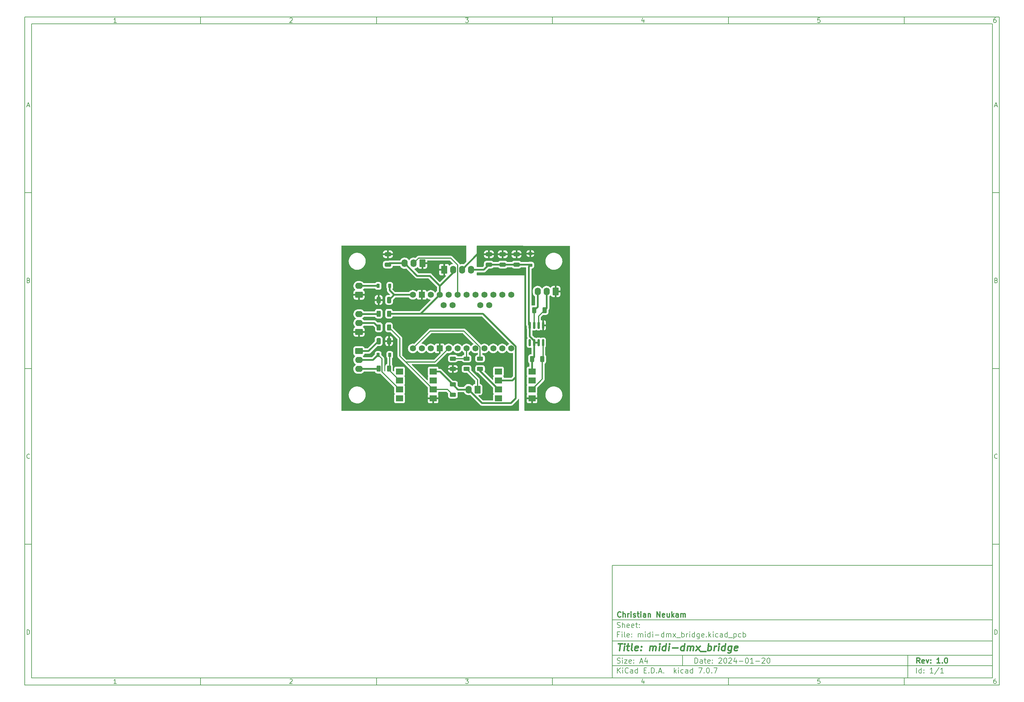
<source format=gbr>
%TF.GenerationSoftware,KiCad,Pcbnew,7.0.7*%
%TF.CreationDate,2024-01-28T22:30:17+01:00*%
%TF.ProjectId,midi-dmx_bridge,6d696469-2d64-46d7-985f-627269646765,1.0*%
%TF.SameCoordinates,PX5f5e100PY7459280*%
%TF.FileFunction,Copper,L1,Top*%
%TF.FilePolarity,Positive*%
%FSLAX46Y46*%
G04 Gerber Fmt 4.6, Leading zero omitted, Abs format (unit mm)*
G04 Created by KiCad (PCBNEW 7.0.7) date 2024-01-28 22:30:17*
%MOMM*%
%LPD*%
G01*
G04 APERTURE LIST*
G04 Aperture macros list*
%AMRoundRect*
0 Rectangle with rounded corners*
0 $1 Rounding radius*
0 $2 $3 $4 $5 $6 $7 $8 $9 X,Y pos of 4 corners*
0 Add a 4 corners polygon primitive as box body*
4,1,4,$2,$3,$4,$5,$6,$7,$8,$9,$2,$3,0*
0 Add four circle primitives for the rounded corners*
1,1,$1+$1,$2,$3*
1,1,$1+$1,$4,$5*
1,1,$1+$1,$6,$7*
1,1,$1+$1,$8,$9*
0 Add four rect primitives between the rounded corners*
20,1,$1+$1,$2,$3,$4,$5,0*
20,1,$1+$1,$4,$5,$6,$7,0*
20,1,$1+$1,$6,$7,$8,$9,0*
20,1,$1+$1,$8,$9,$2,$3,0*%
G04 Aperture macros list end*
%ADD10C,0.100000*%
%ADD11C,0.150000*%
%ADD12C,0.300000*%
%ADD13C,0.400000*%
%TA.AperFunction,SMDPad,CuDef*%
%ADD14RoundRect,0.250000X-0.625000X0.312500X-0.625000X-0.312500X0.625000X-0.312500X0.625000X0.312500X0*%
%TD*%
%TA.AperFunction,SMDPad,CuDef*%
%ADD15R,2.000000X1.780000*%
%TD*%
%TA.AperFunction,SMDPad,CuDef*%
%ADD16RoundRect,0.250000X-0.312500X-0.625000X0.312500X-0.625000X0.312500X0.625000X-0.312500X0.625000X0*%
%TD*%
%TA.AperFunction,SMDPad,CuDef*%
%ADD17RoundRect,0.250000X0.650000X-0.325000X0.650000X0.325000X-0.650000X0.325000X-0.650000X-0.325000X0*%
%TD*%
%TA.AperFunction,ComponentPad*%
%ADD18RoundRect,0.250000X0.620000X0.845000X-0.620000X0.845000X-0.620000X-0.845000X0.620000X-0.845000X0*%
%TD*%
%TA.AperFunction,ComponentPad*%
%ADD19O,1.740000X2.190000*%
%TD*%
%TA.AperFunction,SMDPad,CuDef*%
%ADD20RoundRect,0.250000X0.625000X-0.312500X0.625000X0.312500X-0.625000X0.312500X-0.625000X-0.312500X0*%
%TD*%
%TA.AperFunction,SMDPad,CuDef*%
%ADD21RoundRect,0.225000X0.225000X0.375000X-0.225000X0.375000X-0.225000X-0.375000X0.225000X-0.375000X0*%
%TD*%
%TA.AperFunction,ComponentPad*%
%ADD22RoundRect,0.250000X0.845000X-0.620000X0.845000X0.620000X-0.845000X0.620000X-0.845000X-0.620000X0*%
%TD*%
%TA.AperFunction,ComponentPad*%
%ADD23O,2.190000X1.740000*%
%TD*%
%TA.AperFunction,SMDPad,CuDef*%
%ADD24RoundRect,0.250000X0.325000X0.650000X-0.325000X0.650000X-0.325000X-0.650000X0.325000X-0.650000X0*%
%TD*%
%TA.AperFunction,SMDPad,CuDef*%
%ADD25RoundRect,0.225000X0.375000X-0.225000X0.375000X0.225000X-0.375000X0.225000X-0.375000X-0.225000X0*%
%TD*%
%TA.AperFunction,SMDPad,CuDef*%
%ADD26RoundRect,0.150000X0.150000X-0.825000X0.150000X0.825000X-0.150000X0.825000X-0.150000X-0.825000X0*%
%TD*%
%TA.AperFunction,SMDPad,CuDef*%
%ADD27RoundRect,0.250000X-0.325000X-0.650000X0.325000X-0.650000X0.325000X0.650000X-0.325000X0.650000X0*%
%TD*%
%TA.AperFunction,ComponentPad*%
%ADD28R,1.750000X2.250000*%
%TD*%
%TA.AperFunction,ComponentPad*%
%ADD29O,1.750000X2.250000*%
%TD*%
%TA.AperFunction,ComponentPad*%
%ADD30RoundRect,0.250000X-0.845000X0.620000X-0.845000X-0.620000X0.845000X-0.620000X0.845000X0.620000X0*%
%TD*%
%TA.AperFunction,ComponentPad*%
%ADD31C,1.727200*%
%TD*%
%TA.AperFunction,ComponentPad*%
%ADD32R,1.727200X1.727200*%
%TD*%
%TA.AperFunction,SMDPad,CuDef*%
%ADD33RoundRect,0.250000X-0.650000X0.325000X-0.650000X-0.325000X0.650000X-0.325000X0.650000X0.325000X0*%
%TD*%
%TA.AperFunction,ViaPad*%
%ADD34C,1.800000*%
%TD*%
%TA.AperFunction,Conductor*%
%ADD35C,0.300000*%
%TD*%
%TA.AperFunction,Conductor*%
%ADD36C,0.500000*%
%TD*%
G04 APERTURE END LIST*
D10*
D11*
X77002200Y-44007200D02*
X185002200Y-44007200D01*
X185002200Y-76007200D01*
X77002200Y-76007200D01*
X77002200Y-44007200D01*
D10*
D11*
X-90000000Y112000000D02*
X187002200Y112000000D01*
X187002200Y-78007200D01*
X-90000000Y-78007200D01*
X-90000000Y112000000D01*
D10*
D11*
X-88000000Y110000000D02*
X185002200Y110000000D01*
X185002200Y-76007200D01*
X-88000000Y-76007200D01*
X-88000000Y110000000D01*
D10*
D11*
X-40000000Y110000000D02*
X-40000000Y112000000D01*
D10*
D11*
X10000000Y110000000D02*
X10000000Y112000000D01*
D10*
D11*
X60000000Y110000000D02*
X60000000Y112000000D01*
D10*
D11*
X110000000Y110000000D02*
X110000000Y112000000D01*
D10*
D11*
X160000000Y110000000D02*
X160000000Y112000000D01*
D10*
D11*
X-63910840Y110406396D02*
X-64653697Y110406396D01*
X-64282269Y110406396D02*
X-64282269Y111706396D01*
X-64282269Y111706396D02*
X-64406078Y111520681D01*
X-64406078Y111520681D02*
X-64529888Y111396872D01*
X-64529888Y111396872D02*
X-64653697Y111334967D01*
D10*
D11*
X-14653697Y111582586D02*
X-14591793Y111644491D01*
X-14591793Y111644491D02*
X-14467983Y111706396D01*
X-14467983Y111706396D02*
X-14158459Y111706396D01*
X-14158459Y111706396D02*
X-14034650Y111644491D01*
X-14034650Y111644491D02*
X-13972745Y111582586D01*
X-13972745Y111582586D02*
X-13910840Y111458777D01*
X-13910840Y111458777D02*
X-13910840Y111334967D01*
X-13910840Y111334967D02*
X-13972745Y111149253D01*
X-13972745Y111149253D02*
X-14715602Y110406396D01*
X-14715602Y110406396D02*
X-13910840Y110406396D01*
D10*
D11*
X35284398Y111706396D02*
X36089160Y111706396D01*
X36089160Y111706396D02*
X35655826Y111211158D01*
X35655826Y111211158D02*
X35841541Y111211158D01*
X35841541Y111211158D02*
X35965350Y111149253D01*
X35965350Y111149253D02*
X36027255Y111087348D01*
X36027255Y111087348D02*
X36089160Y110963539D01*
X36089160Y110963539D02*
X36089160Y110654015D01*
X36089160Y110654015D02*
X36027255Y110530205D01*
X36027255Y110530205D02*
X35965350Y110468300D01*
X35965350Y110468300D02*
X35841541Y110406396D01*
X35841541Y110406396D02*
X35470112Y110406396D01*
X35470112Y110406396D02*
X35346303Y110468300D01*
X35346303Y110468300D02*
X35284398Y110530205D01*
D10*
D11*
X85965350Y111273062D02*
X85965350Y110406396D01*
X85655826Y111768300D02*
X85346303Y110839729D01*
X85346303Y110839729D02*
X86151064Y110839729D01*
D10*
D11*
X136027255Y111706396D02*
X135408207Y111706396D01*
X135408207Y111706396D02*
X135346303Y111087348D01*
X135346303Y111087348D02*
X135408207Y111149253D01*
X135408207Y111149253D02*
X135532017Y111211158D01*
X135532017Y111211158D02*
X135841541Y111211158D01*
X135841541Y111211158D02*
X135965350Y111149253D01*
X135965350Y111149253D02*
X136027255Y111087348D01*
X136027255Y111087348D02*
X136089160Y110963539D01*
X136089160Y110963539D02*
X136089160Y110654015D01*
X136089160Y110654015D02*
X136027255Y110530205D01*
X136027255Y110530205D02*
X135965350Y110468300D01*
X135965350Y110468300D02*
X135841541Y110406396D01*
X135841541Y110406396D02*
X135532017Y110406396D01*
X135532017Y110406396D02*
X135408207Y110468300D01*
X135408207Y110468300D02*
X135346303Y110530205D01*
D10*
D11*
X185965350Y111706396D02*
X185717731Y111706396D01*
X185717731Y111706396D02*
X185593922Y111644491D01*
X185593922Y111644491D02*
X185532017Y111582586D01*
X185532017Y111582586D02*
X185408207Y111396872D01*
X185408207Y111396872D02*
X185346303Y111149253D01*
X185346303Y111149253D02*
X185346303Y110654015D01*
X185346303Y110654015D02*
X185408207Y110530205D01*
X185408207Y110530205D02*
X185470112Y110468300D01*
X185470112Y110468300D02*
X185593922Y110406396D01*
X185593922Y110406396D02*
X185841541Y110406396D01*
X185841541Y110406396D02*
X185965350Y110468300D01*
X185965350Y110468300D02*
X186027255Y110530205D01*
X186027255Y110530205D02*
X186089160Y110654015D01*
X186089160Y110654015D02*
X186089160Y110963539D01*
X186089160Y110963539D02*
X186027255Y111087348D01*
X186027255Y111087348D02*
X185965350Y111149253D01*
X185965350Y111149253D02*
X185841541Y111211158D01*
X185841541Y111211158D02*
X185593922Y111211158D01*
X185593922Y111211158D02*
X185470112Y111149253D01*
X185470112Y111149253D02*
X185408207Y111087348D01*
X185408207Y111087348D02*
X185346303Y110963539D01*
D10*
D11*
X-40000000Y-76007200D02*
X-40000000Y-78007200D01*
D10*
D11*
X10000000Y-76007200D02*
X10000000Y-78007200D01*
D10*
D11*
X60000000Y-76007200D02*
X60000000Y-78007200D01*
D10*
D11*
X110000000Y-76007200D02*
X110000000Y-78007200D01*
D10*
D11*
X160000000Y-76007200D02*
X160000000Y-78007200D01*
D10*
D11*
X-63910840Y-77600804D02*
X-64653697Y-77600804D01*
X-64282269Y-77600804D02*
X-64282269Y-76300804D01*
X-64282269Y-76300804D02*
X-64406078Y-76486519D01*
X-64406078Y-76486519D02*
X-64529888Y-76610328D01*
X-64529888Y-76610328D02*
X-64653697Y-76672233D01*
D10*
D11*
X-14653697Y-76424614D02*
X-14591793Y-76362709D01*
X-14591793Y-76362709D02*
X-14467983Y-76300804D01*
X-14467983Y-76300804D02*
X-14158459Y-76300804D01*
X-14158459Y-76300804D02*
X-14034650Y-76362709D01*
X-14034650Y-76362709D02*
X-13972745Y-76424614D01*
X-13972745Y-76424614D02*
X-13910840Y-76548423D01*
X-13910840Y-76548423D02*
X-13910840Y-76672233D01*
X-13910840Y-76672233D02*
X-13972745Y-76857947D01*
X-13972745Y-76857947D02*
X-14715602Y-77600804D01*
X-14715602Y-77600804D02*
X-13910840Y-77600804D01*
D10*
D11*
X35284398Y-76300804D02*
X36089160Y-76300804D01*
X36089160Y-76300804D02*
X35655826Y-76796042D01*
X35655826Y-76796042D02*
X35841541Y-76796042D01*
X35841541Y-76796042D02*
X35965350Y-76857947D01*
X35965350Y-76857947D02*
X36027255Y-76919852D01*
X36027255Y-76919852D02*
X36089160Y-77043661D01*
X36089160Y-77043661D02*
X36089160Y-77353185D01*
X36089160Y-77353185D02*
X36027255Y-77476995D01*
X36027255Y-77476995D02*
X35965350Y-77538900D01*
X35965350Y-77538900D02*
X35841541Y-77600804D01*
X35841541Y-77600804D02*
X35470112Y-77600804D01*
X35470112Y-77600804D02*
X35346303Y-77538900D01*
X35346303Y-77538900D02*
X35284398Y-77476995D01*
D10*
D11*
X85965350Y-76734138D02*
X85965350Y-77600804D01*
X85655826Y-76238900D02*
X85346303Y-77167471D01*
X85346303Y-77167471D02*
X86151064Y-77167471D01*
D10*
D11*
X136027255Y-76300804D02*
X135408207Y-76300804D01*
X135408207Y-76300804D02*
X135346303Y-76919852D01*
X135346303Y-76919852D02*
X135408207Y-76857947D01*
X135408207Y-76857947D02*
X135532017Y-76796042D01*
X135532017Y-76796042D02*
X135841541Y-76796042D01*
X135841541Y-76796042D02*
X135965350Y-76857947D01*
X135965350Y-76857947D02*
X136027255Y-76919852D01*
X136027255Y-76919852D02*
X136089160Y-77043661D01*
X136089160Y-77043661D02*
X136089160Y-77353185D01*
X136089160Y-77353185D02*
X136027255Y-77476995D01*
X136027255Y-77476995D02*
X135965350Y-77538900D01*
X135965350Y-77538900D02*
X135841541Y-77600804D01*
X135841541Y-77600804D02*
X135532017Y-77600804D01*
X135532017Y-77600804D02*
X135408207Y-77538900D01*
X135408207Y-77538900D02*
X135346303Y-77476995D01*
D10*
D11*
X185965350Y-76300804D02*
X185717731Y-76300804D01*
X185717731Y-76300804D02*
X185593922Y-76362709D01*
X185593922Y-76362709D02*
X185532017Y-76424614D01*
X185532017Y-76424614D02*
X185408207Y-76610328D01*
X185408207Y-76610328D02*
X185346303Y-76857947D01*
X185346303Y-76857947D02*
X185346303Y-77353185D01*
X185346303Y-77353185D02*
X185408207Y-77476995D01*
X185408207Y-77476995D02*
X185470112Y-77538900D01*
X185470112Y-77538900D02*
X185593922Y-77600804D01*
X185593922Y-77600804D02*
X185841541Y-77600804D01*
X185841541Y-77600804D02*
X185965350Y-77538900D01*
X185965350Y-77538900D02*
X186027255Y-77476995D01*
X186027255Y-77476995D02*
X186089160Y-77353185D01*
X186089160Y-77353185D02*
X186089160Y-77043661D01*
X186089160Y-77043661D02*
X186027255Y-76919852D01*
X186027255Y-76919852D02*
X185965350Y-76857947D01*
X185965350Y-76857947D02*
X185841541Y-76796042D01*
X185841541Y-76796042D02*
X185593922Y-76796042D01*
X185593922Y-76796042D02*
X185470112Y-76857947D01*
X185470112Y-76857947D02*
X185408207Y-76919852D01*
X185408207Y-76919852D02*
X185346303Y-77043661D01*
D10*
D11*
X-90000000Y62000000D02*
X-88000000Y62000000D01*
D10*
D11*
X-90000000Y12000000D02*
X-88000000Y12000000D01*
D10*
D11*
X-90000000Y-38000000D02*
X-88000000Y-38000000D01*
D10*
D11*
X-89309524Y86777824D02*
X-88690477Y86777824D01*
X-89433334Y86406396D02*
X-89000001Y87706396D01*
X-89000001Y87706396D02*
X-88566667Y86406396D01*
D10*
D11*
X-88907143Y37087348D02*
X-88721429Y37025443D01*
X-88721429Y37025443D02*
X-88659524Y36963539D01*
X-88659524Y36963539D02*
X-88597620Y36839729D01*
X-88597620Y36839729D02*
X-88597620Y36654015D01*
X-88597620Y36654015D02*
X-88659524Y36530205D01*
X-88659524Y36530205D02*
X-88721429Y36468300D01*
X-88721429Y36468300D02*
X-88845239Y36406396D01*
X-88845239Y36406396D02*
X-89340477Y36406396D01*
X-89340477Y36406396D02*
X-89340477Y37706396D01*
X-89340477Y37706396D02*
X-88907143Y37706396D01*
X-88907143Y37706396D02*
X-88783334Y37644491D01*
X-88783334Y37644491D02*
X-88721429Y37582586D01*
X-88721429Y37582586D02*
X-88659524Y37458777D01*
X-88659524Y37458777D02*
X-88659524Y37334967D01*
X-88659524Y37334967D02*
X-88721429Y37211158D01*
X-88721429Y37211158D02*
X-88783334Y37149253D01*
X-88783334Y37149253D02*
X-88907143Y37087348D01*
X-88907143Y37087348D02*
X-89340477Y37087348D01*
D10*
D11*
X-88597620Y-13469795D02*
X-88659524Y-13531700D01*
X-88659524Y-13531700D02*
X-88845239Y-13593604D01*
X-88845239Y-13593604D02*
X-88969048Y-13593604D01*
X-88969048Y-13593604D02*
X-89154762Y-13531700D01*
X-89154762Y-13531700D02*
X-89278572Y-13407890D01*
X-89278572Y-13407890D02*
X-89340477Y-13284080D01*
X-89340477Y-13284080D02*
X-89402381Y-13036461D01*
X-89402381Y-13036461D02*
X-89402381Y-12850747D01*
X-89402381Y-12850747D02*
X-89340477Y-12603128D01*
X-89340477Y-12603128D02*
X-89278572Y-12479319D01*
X-89278572Y-12479319D02*
X-89154762Y-12355509D01*
X-89154762Y-12355509D02*
X-88969048Y-12293604D01*
X-88969048Y-12293604D02*
X-88845239Y-12293604D01*
X-88845239Y-12293604D02*
X-88659524Y-12355509D01*
X-88659524Y-12355509D02*
X-88597620Y-12417414D01*
D10*
D11*
X-89340477Y-63593604D02*
X-89340477Y-62293604D01*
X-89340477Y-62293604D02*
X-89030953Y-62293604D01*
X-89030953Y-62293604D02*
X-88845239Y-62355509D01*
X-88845239Y-62355509D02*
X-88721429Y-62479319D01*
X-88721429Y-62479319D02*
X-88659524Y-62603128D01*
X-88659524Y-62603128D02*
X-88597620Y-62850747D01*
X-88597620Y-62850747D02*
X-88597620Y-63036461D01*
X-88597620Y-63036461D02*
X-88659524Y-63284080D01*
X-88659524Y-63284080D02*
X-88721429Y-63407890D01*
X-88721429Y-63407890D02*
X-88845239Y-63531700D01*
X-88845239Y-63531700D02*
X-89030953Y-63593604D01*
X-89030953Y-63593604D02*
X-89340477Y-63593604D01*
D10*
D11*
X187002200Y62000000D02*
X185002200Y62000000D01*
D10*
D11*
X187002200Y12000000D02*
X185002200Y12000000D01*
D10*
D11*
X187002200Y-38000000D02*
X185002200Y-38000000D01*
D10*
D11*
X185692676Y86777824D02*
X186311723Y86777824D01*
X185568866Y86406396D02*
X186002199Y87706396D01*
X186002199Y87706396D02*
X186435533Y86406396D01*
D10*
D11*
X186095057Y37087348D02*
X186280771Y37025443D01*
X186280771Y37025443D02*
X186342676Y36963539D01*
X186342676Y36963539D02*
X186404580Y36839729D01*
X186404580Y36839729D02*
X186404580Y36654015D01*
X186404580Y36654015D02*
X186342676Y36530205D01*
X186342676Y36530205D02*
X186280771Y36468300D01*
X186280771Y36468300D02*
X186156961Y36406396D01*
X186156961Y36406396D02*
X185661723Y36406396D01*
X185661723Y36406396D02*
X185661723Y37706396D01*
X185661723Y37706396D02*
X186095057Y37706396D01*
X186095057Y37706396D02*
X186218866Y37644491D01*
X186218866Y37644491D02*
X186280771Y37582586D01*
X186280771Y37582586D02*
X186342676Y37458777D01*
X186342676Y37458777D02*
X186342676Y37334967D01*
X186342676Y37334967D02*
X186280771Y37211158D01*
X186280771Y37211158D02*
X186218866Y37149253D01*
X186218866Y37149253D02*
X186095057Y37087348D01*
X186095057Y37087348D02*
X185661723Y37087348D01*
D10*
D11*
X186404580Y-13469795D02*
X186342676Y-13531700D01*
X186342676Y-13531700D02*
X186156961Y-13593604D01*
X186156961Y-13593604D02*
X186033152Y-13593604D01*
X186033152Y-13593604D02*
X185847438Y-13531700D01*
X185847438Y-13531700D02*
X185723628Y-13407890D01*
X185723628Y-13407890D02*
X185661723Y-13284080D01*
X185661723Y-13284080D02*
X185599819Y-13036461D01*
X185599819Y-13036461D02*
X185599819Y-12850747D01*
X185599819Y-12850747D02*
X185661723Y-12603128D01*
X185661723Y-12603128D02*
X185723628Y-12479319D01*
X185723628Y-12479319D02*
X185847438Y-12355509D01*
X185847438Y-12355509D02*
X186033152Y-12293604D01*
X186033152Y-12293604D02*
X186156961Y-12293604D01*
X186156961Y-12293604D02*
X186342676Y-12355509D01*
X186342676Y-12355509D02*
X186404580Y-12417414D01*
D10*
D11*
X185661723Y-63593604D02*
X185661723Y-62293604D01*
X185661723Y-62293604D02*
X185971247Y-62293604D01*
X185971247Y-62293604D02*
X186156961Y-62355509D01*
X186156961Y-62355509D02*
X186280771Y-62479319D01*
X186280771Y-62479319D02*
X186342676Y-62603128D01*
X186342676Y-62603128D02*
X186404580Y-62850747D01*
X186404580Y-62850747D02*
X186404580Y-63036461D01*
X186404580Y-63036461D02*
X186342676Y-63284080D01*
X186342676Y-63284080D02*
X186280771Y-63407890D01*
X186280771Y-63407890D02*
X186156961Y-63531700D01*
X186156961Y-63531700D02*
X185971247Y-63593604D01*
X185971247Y-63593604D02*
X185661723Y-63593604D01*
D10*
D11*
X100458026Y-71793328D02*
X100458026Y-70293328D01*
X100458026Y-70293328D02*
X100815169Y-70293328D01*
X100815169Y-70293328D02*
X101029455Y-70364757D01*
X101029455Y-70364757D02*
X101172312Y-70507614D01*
X101172312Y-70507614D02*
X101243741Y-70650471D01*
X101243741Y-70650471D02*
X101315169Y-70936185D01*
X101315169Y-70936185D02*
X101315169Y-71150471D01*
X101315169Y-71150471D02*
X101243741Y-71436185D01*
X101243741Y-71436185D02*
X101172312Y-71579042D01*
X101172312Y-71579042D02*
X101029455Y-71721900D01*
X101029455Y-71721900D02*
X100815169Y-71793328D01*
X100815169Y-71793328D02*
X100458026Y-71793328D01*
X102600884Y-71793328D02*
X102600884Y-71007614D01*
X102600884Y-71007614D02*
X102529455Y-70864757D01*
X102529455Y-70864757D02*
X102386598Y-70793328D01*
X102386598Y-70793328D02*
X102100884Y-70793328D01*
X102100884Y-70793328D02*
X101958026Y-70864757D01*
X102600884Y-71721900D02*
X102458026Y-71793328D01*
X102458026Y-71793328D02*
X102100884Y-71793328D01*
X102100884Y-71793328D02*
X101958026Y-71721900D01*
X101958026Y-71721900D02*
X101886598Y-71579042D01*
X101886598Y-71579042D02*
X101886598Y-71436185D01*
X101886598Y-71436185D02*
X101958026Y-71293328D01*
X101958026Y-71293328D02*
X102100884Y-71221900D01*
X102100884Y-71221900D02*
X102458026Y-71221900D01*
X102458026Y-71221900D02*
X102600884Y-71150471D01*
X103100884Y-70793328D02*
X103672312Y-70793328D01*
X103315169Y-70293328D02*
X103315169Y-71579042D01*
X103315169Y-71579042D02*
X103386598Y-71721900D01*
X103386598Y-71721900D02*
X103529455Y-71793328D01*
X103529455Y-71793328D02*
X103672312Y-71793328D01*
X104743741Y-71721900D02*
X104600884Y-71793328D01*
X104600884Y-71793328D02*
X104315170Y-71793328D01*
X104315170Y-71793328D02*
X104172312Y-71721900D01*
X104172312Y-71721900D02*
X104100884Y-71579042D01*
X104100884Y-71579042D02*
X104100884Y-71007614D01*
X104100884Y-71007614D02*
X104172312Y-70864757D01*
X104172312Y-70864757D02*
X104315170Y-70793328D01*
X104315170Y-70793328D02*
X104600884Y-70793328D01*
X104600884Y-70793328D02*
X104743741Y-70864757D01*
X104743741Y-70864757D02*
X104815170Y-71007614D01*
X104815170Y-71007614D02*
X104815170Y-71150471D01*
X104815170Y-71150471D02*
X104100884Y-71293328D01*
X105458026Y-71650471D02*
X105529455Y-71721900D01*
X105529455Y-71721900D02*
X105458026Y-71793328D01*
X105458026Y-71793328D02*
X105386598Y-71721900D01*
X105386598Y-71721900D02*
X105458026Y-71650471D01*
X105458026Y-71650471D02*
X105458026Y-71793328D01*
X105458026Y-70864757D02*
X105529455Y-70936185D01*
X105529455Y-70936185D02*
X105458026Y-71007614D01*
X105458026Y-71007614D02*
X105386598Y-70936185D01*
X105386598Y-70936185D02*
X105458026Y-70864757D01*
X105458026Y-70864757D02*
X105458026Y-71007614D01*
X107243741Y-70436185D02*
X107315169Y-70364757D01*
X107315169Y-70364757D02*
X107458027Y-70293328D01*
X107458027Y-70293328D02*
X107815169Y-70293328D01*
X107815169Y-70293328D02*
X107958027Y-70364757D01*
X107958027Y-70364757D02*
X108029455Y-70436185D01*
X108029455Y-70436185D02*
X108100884Y-70579042D01*
X108100884Y-70579042D02*
X108100884Y-70721900D01*
X108100884Y-70721900D02*
X108029455Y-70936185D01*
X108029455Y-70936185D02*
X107172312Y-71793328D01*
X107172312Y-71793328D02*
X108100884Y-71793328D01*
X109029455Y-70293328D02*
X109172312Y-70293328D01*
X109172312Y-70293328D02*
X109315169Y-70364757D01*
X109315169Y-70364757D02*
X109386598Y-70436185D01*
X109386598Y-70436185D02*
X109458026Y-70579042D01*
X109458026Y-70579042D02*
X109529455Y-70864757D01*
X109529455Y-70864757D02*
X109529455Y-71221900D01*
X109529455Y-71221900D02*
X109458026Y-71507614D01*
X109458026Y-71507614D02*
X109386598Y-71650471D01*
X109386598Y-71650471D02*
X109315169Y-71721900D01*
X109315169Y-71721900D02*
X109172312Y-71793328D01*
X109172312Y-71793328D02*
X109029455Y-71793328D01*
X109029455Y-71793328D02*
X108886598Y-71721900D01*
X108886598Y-71721900D02*
X108815169Y-71650471D01*
X108815169Y-71650471D02*
X108743740Y-71507614D01*
X108743740Y-71507614D02*
X108672312Y-71221900D01*
X108672312Y-71221900D02*
X108672312Y-70864757D01*
X108672312Y-70864757D02*
X108743740Y-70579042D01*
X108743740Y-70579042D02*
X108815169Y-70436185D01*
X108815169Y-70436185D02*
X108886598Y-70364757D01*
X108886598Y-70364757D02*
X109029455Y-70293328D01*
X110100883Y-70436185D02*
X110172311Y-70364757D01*
X110172311Y-70364757D02*
X110315169Y-70293328D01*
X110315169Y-70293328D02*
X110672311Y-70293328D01*
X110672311Y-70293328D02*
X110815169Y-70364757D01*
X110815169Y-70364757D02*
X110886597Y-70436185D01*
X110886597Y-70436185D02*
X110958026Y-70579042D01*
X110958026Y-70579042D02*
X110958026Y-70721900D01*
X110958026Y-70721900D02*
X110886597Y-70936185D01*
X110886597Y-70936185D02*
X110029454Y-71793328D01*
X110029454Y-71793328D02*
X110958026Y-71793328D01*
X112243740Y-70793328D02*
X112243740Y-71793328D01*
X111886597Y-70221900D02*
X111529454Y-71293328D01*
X111529454Y-71293328D02*
X112458025Y-71293328D01*
X113029453Y-71221900D02*
X114172311Y-71221900D01*
X115172311Y-70293328D02*
X115315168Y-70293328D01*
X115315168Y-70293328D02*
X115458025Y-70364757D01*
X115458025Y-70364757D02*
X115529454Y-70436185D01*
X115529454Y-70436185D02*
X115600882Y-70579042D01*
X115600882Y-70579042D02*
X115672311Y-70864757D01*
X115672311Y-70864757D02*
X115672311Y-71221900D01*
X115672311Y-71221900D02*
X115600882Y-71507614D01*
X115600882Y-71507614D02*
X115529454Y-71650471D01*
X115529454Y-71650471D02*
X115458025Y-71721900D01*
X115458025Y-71721900D02*
X115315168Y-71793328D01*
X115315168Y-71793328D02*
X115172311Y-71793328D01*
X115172311Y-71793328D02*
X115029454Y-71721900D01*
X115029454Y-71721900D02*
X114958025Y-71650471D01*
X114958025Y-71650471D02*
X114886596Y-71507614D01*
X114886596Y-71507614D02*
X114815168Y-71221900D01*
X114815168Y-71221900D02*
X114815168Y-70864757D01*
X114815168Y-70864757D02*
X114886596Y-70579042D01*
X114886596Y-70579042D02*
X114958025Y-70436185D01*
X114958025Y-70436185D02*
X115029454Y-70364757D01*
X115029454Y-70364757D02*
X115172311Y-70293328D01*
X117100882Y-71793328D02*
X116243739Y-71793328D01*
X116672310Y-71793328D02*
X116672310Y-70293328D01*
X116672310Y-70293328D02*
X116529453Y-70507614D01*
X116529453Y-70507614D02*
X116386596Y-70650471D01*
X116386596Y-70650471D02*
X116243739Y-70721900D01*
X117743738Y-71221900D02*
X118886596Y-71221900D01*
X119529453Y-70436185D02*
X119600881Y-70364757D01*
X119600881Y-70364757D02*
X119743739Y-70293328D01*
X119743739Y-70293328D02*
X120100881Y-70293328D01*
X120100881Y-70293328D02*
X120243739Y-70364757D01*
X120243739Y-70364757D02*
X120315167Y-70436185D01*
X120315167Y-70436185D02*
X120386596Y-70579042D01*
X120386596Y-70579042D02*
X120386596Y-70721900D01*
X120386596Y-70721900D02*
X120315167Y-70936185D01*
X120315167Y-70936185D02*
X119458024Y-71793328D01*
X119458024Y-71793328D02*
X120386596Y-71793328D01*
X121315167Y-70293328D02*
X121458024Y-70293328D01*
X121458024Y-70293328D02*
X121600881Y-70364757D01*
X121600881Y-70364757D02*
X121672310Y-70436185D01*
X121672310Y-70436185D02*
X121743738Y-70579042D01*
X121743738Y-70579042D02*
X121815167Y-70864757D01*
X121815167Y-70864757D02*
X121815167Y-71221900D01*
X121815167Y-71221900D02*
X121743738Y-71507614D01*
X121743738Y-71507614D02*
X121672310Y-71650471D01*
X121672310Y-71650471D02*
X121600881Y-71721900D01*
X121600881Y-71721900D02*
X121458024Y-71793328D01*
X121458024Y-71793328D02*
X121315167Y-71793328D01*
X121315167Y-71793328D02*
X121172310Y-71721900D01*
X121172310Y-71721900D02*
X121100881Y-71650471D01*
X121100881Y-71650471D02*
X121029452Y-71507614D01*
X121029452Y-71507614D02*
X120958024Y-71221900D01*
X120958024Y-71221900D02*
X120958024Y-70864757D01*
X120958024Y-70864757D02*
X121029452Y-70579042D01*
X121029452Y-70579042D02*
X121100881Y-70436185D01*
X121100881Y-70436185D02*
X121172310Y-70364757D01*
X121172310Y-70364757D02*
X121315167Y-70293328D01*
D10*
D11*
X77002200Y-72507200D02*
X185002200Y-72507200D01*
D10*
D11*
X78458026Y-74593328D02*
X78458026Y-73093328D01*
X79315169Y-74593328D02*
X78672312Y-73736185D01*
X79315169Y-73093328D02*
X78458026Y-73950471D01*
X79958026Y-74593328D02*
X79958026Y-73593328D01*
X79958026Y-73093328D02*
X79886598Y-73164757D01*
X79886598Y-73164757D02*
X79958026Y-73236185D01*
X79958026Y-73236185D02*
X80029455Y-73164757D01*
X80029455Y-73164757D02*
X79958026Y-73093328D01*
X79958026Y-73093328D02*
X79958026Y-73236185D01*
X81529455Y-74450471D02*
X81458027Y-74521900D01*
X81458027Y-74521900D02*
X81243741Y-74593328D01*
X81243741Y-74593328D02*
X81100884Y-74593328D01*
X81100884Y-74593328D02*
X80886598Y-74521900D01*
X80886598Y-74521900D02*
X80743741Y-74379042D01*
X80743741Y-74379042D02*
X80672312Y-74236185D01*
X80672312Y-74236185D02*
X80600884Y-73950471D01*
X80600884Y-73950471D02*
X80600884Y-73736185D01*
X80600884Y-73736185D02*
X80672312Y-73450471D01*
X80672312Y-73450471D02*
X80743741Y-73307614D01*
X80743741Y-73307614D02*
X80886598Y-73164757D01*
X80886598Y-73164757D02*
X81100884Y-73093328D01*
X81100884Y-73093328D02*
X81243741Y-73093328D01*
X81243741Y-73093328D02*
X81458027Y-73164757D01*
X81458027Y-73164757D02*
X81529455Y-73236185D01*
X82815170Y-74593328D02*
X82815170Y-73807614D01*
X82815170Y-73807614D02*
X82743741Y-73664757D01*
X82743741Y-73664757D02*
X82600884Y-73593328D01*
X82600884Y-73593328D02*
X82315170Y-73593328D01*
X82315170Y-73593328D02*
X82172312Y-73664757D01*
X82815170Y-74521900D02*
X82672312Y-74593328D01*
X82672312Y-74593328D02*
X82315170Y-74593328D01*
X82315170Y-74593328D02*
X82172312Y-74521900D01*
X82172312Y-74521900D02*
X82100884Y-74379042D01*
X82100884Y-74379042D02*
X82100884Y-74236185D01*
X82100884Y-74236185D02*
X82172312Y-74093328D01*
X82172312Y-74093328D02*
X82315170Y-74021900D01*
X82315170Y-74021900D02*
X82672312Y-74021900D01*
X82672312Y-74021900D02*
X82815170Y-73950471D01*
X84172313Y-74593328D02*
X84172313Y-73093328D01*
X84172313Y-74521900D02*
X84029455Y-74593328D01*
X84029455Y-74593328D02*
X83743741Y-74593328D01*
X83743741Y-74593328D02*
X83600884Y-74521900D01*
X83600884Y-74521900D02*
X83529455Y-74450471D01*
X83529455Y-74450471D02*
X83458027Y-74307614D01*
X83458027Y-74307614D02*
X83458027Y-73879042D01*
X83458027Y-73879042D02*
X83529455Y-73736185D01*
X83529455Y-73736185D02*
X83600884Y-73664757D01*
X83600884Y-73664757D02*
X83743741Y-73593328D01*
X83743741Y-73593328D02*
X84029455Y-73593328D01*
X84029455Y-73593328D02*
X84172313Y-73664757D01*
X86029455Y-73807614D02*
X86529455Y-73807614D01*
X86743741Y-74593328D02*
X86029455Y-74593328D01*
X86029455Y-74593328D02*
X86029455Y-73093328D01*
X86029455Y-73093328D02*
X86743741Y-73093328D01*
X87386598Y-74450471D02*
X87458027Y-74521900D01*
X87458027Y-74521900D02*
X87386598Y-74593328D01*
X87386598Y-74593328D02*
X87315170Y-74521900D01*
X87315170Y-74521900D02*
X87386598Y-74450471D01*
X87386598Y-74450471D02*
X87386598Y-74593328D01*
X88100884Y-74593328D02*
X88100884Y-73093328D01*
X88100884Y-73093328D02*
X88458027Y-73093328D01*
X88458027Y-73093328D02*
X88672313Y-73164757D01*
X88672313Y-73164757D02*
X88815170Y-73307614D01*
X88815170Y-73307614D02*
X88886599Y-73450471D01*
X88886599Y-73450471D02*
X88958027Y-73736185D01*
X88958027Y-73736185D02*
X88958027Y-73950471D01*
X88958027Y-73950471D02*
X88886599Y-74236185D01*
X88886599Y-74236185D02*
X88815170Y-74379042D01*
X88815170Y-74379042D02*
X88672313Y-74521900D01*
X88672313Y-74521900D02*
X88458027Y-74593328D01*
X88458027Y-74593328D02*
X88100884Y-74593328D01*
X89600884Y-74450471D02*
X89672313Y-74521900D01*
X89672313Y-74521900D02*
X89600884Y-74593328D01*
X89600884Y-74593328D02*
X89529456Y-74521900D01*
X89529456Y-74521900D02*
X89600884Y-74450471D01*
X89600884Y-74450471D02*
X89600884Y-74593328D01*
X90243742Y-74164757D02*
X90958028Y-74164757D01*
X90100885Y-74593328D02*
X90600885Y-73093328D01*
X90600885Y-73093328D02*
X91100885Y-74593328D01*
X91600884Y-74450471D02*
X91672313Y-74521900D01*
X91672313Y-74521900D02*
X91600884Y-74593328D01*
X91600884Y-74593328D02*
X91529456Y-74521900D01*
X91529456Y-74521900D02*
X91600884Y-74450471D01*
X91600884Y-74450471D02*
X91600884Y-74593328D01*
X94600884Y-74593328D02*
X94600884Y-73093328D01*
X94743742Y-74021900D02*
X95172313Y-74593328D01*
X95172313Y-73593328D02*
X94600884Y-74164757D01*
X95815170Y-74593328D02*
X95815170Y-73593328D01*
X95815170Y-73093328D02*
X95743742Y-73164757D01*
X95743742Y-73164757D02*
X95815170Y-73236185D01*
X95815170Y-73236185D02*
X95886599Y-73164757D01*
X95886599Y-73164757D02*
X95815170Y-73093328D01*
X95815170Y-73093328D02*
X95815170Y-73236185D01*
X97172314Y-74521900D02*
X97029456Y-74593328D01*
X97029456Y-74593328D02*
X96743742Y-74593328D01*
X96743742Y-74593328D02*
X96600885Y-74521900D01*
X96600885Y-74521900D02*
X96529456Y-74450471D01*
X96529456Y-74450471D02*
X96458028Y-74307614D01*
X96458028Y-74307614D02*
X96458028Y-73879042D01*
X96458028Y-73879042D02*
X96529456Y-73736185D01*
X96529456Y-73736185D02*
X96600885Y-73664757D01*
X96600885Y-73664757D02*
X96743742Y-73593328D01*
X96743742Y-73593328D02*
X97029456Y-73593328D01*
X97029456Y-73593328D02*
X97172314Y-73664757D01*
X98458028Y-74593328D02*
X98458028Y-73807614D01*
X98458028Y-73807614D02*
X98386599Y-73664757D01*
X98386599Y-73664757D02*
X98243742Y-73593328D01*
X98243742Y-73593328D02*
X97958028Y-73593328D01*
X97958028Y-73593328D02*
X97815170Y-73664757D01*
X98458028Y-74521900D02*
X98315170Y-74593328D01*
X98315170Y-74593328D02*
X97958028Y-74593328D01*
X97958028Y-74593328D02*
X97815170Y-74521900D01*
X97815170Y-74521900D02*
X97743742Y-74379042D01*
X97743742Y-74379042D02*
X97743742Y-74236185D01*
X97743742Y-74236185D02*
X97815170Y-74093328D01*
X97815170Y-74093328D02*
X97958028Y-74021900D01*
X97958028Y-74021900D02*
X98315170Y-74021900D01*
X98315170Y-74021900D02*
X98458028Y-73950471D01*
X99815171Y-74593328D02*
X99815171Y-73093328D01*
X99815171Y-74521900D02*
X99672313Y-74593328D01*
X99672313Y-74593328D02*
X99386599Y-74593328D01*
X99386599Y-74593328D02*
X99243742Y-74521900D01*
X99243742Y-74521900D02*
X99172313Y-74450471D01*
X99172313Y-74450471D02*
X99100885Y-74307614D01*
X99100885Y-74307614D02*
X99100885Y-73879042D01*
X99100885Y-73879042D02*
X99172313Y-73736185D01*
X99172313Y-73736185D02*
X99243742Y-73664757D01*
X99243742Y-73664757D02*
X99386599Y-73593328D01*
X99386599Y-73593328D02*
X99672313Y-73593328D01*
X99672313Y-73593328D02*
X99815171Y-73664757D01*
X101529456Y-73093328D02*
X102529456Y-73093328D01*
X102529456Y-73093328D02*
X101886599Y-74593328D01*
X103100884Y-74450471D02*
X103172313Y-74521900D01*
X103172313Y-74521900D02*
X103100884Y-74593328D01*
X103100884Y-74593328D02*
X103029456Y-74521900D01*
X103029456Y-74521900D02*
X103100884Y-74450471D01*
X103100884Y-74450471D02*
X103100884Y-74593328D01*
X104100885Y-73093328D02*
X104243742Y-73093328D01*
X104243742Y-73093328D02*
X104386599Y-73164757D01*
X104386599Y-73164757D02*
X104458028Y-73236185D01*
X104458028Y-73236185D02*
X104529456Y-73379042D01*
X104529456Y-73379042D02*
X104600885Y-73664757D01*
X104600885Y-73664757D02*
X104600885Y-74021900D01*
X104600885Y-74021900D02*
X104529456Y-74307614D01*
X104529456Y-74307614D02*
X104458028Y-74450471D01*
X104458028Y-74450471D02*
X104386599Y-74521900D01*
X104386599Y-74521900D02*
X104243742Y-74593328D01*
X104243742Y-74593328D02*
X104100885Y-74593328D01*
X104100885Y-74593328D02*
X103958028Y-74521900D01*
X103958028Y-74521900D02*
X103886599Y-74450471D01*
X103886599Y-74450471D02*
X103815170Y-74307614D01*
X103815170Y-74307614D02*
X103743742Y-74021900D01*
X103743742Y-74021900D02*
X103743742Y-73664757D01*
X103743742Y-73664757D02*
X103815170Y-73379042D01*
X103815170Y-73379042D02*
X103886599Y-73236185D01*
X103886599Y-73236185D02*
X103958028Y-73164757D01*
X103958028Y-73164757D02*
X104100885Y-73093328D01*
X105243741Y-74450471D02*
X105315170Y-74521900D01*
X105315170Y-74521900D02*
X105243741Y-74593328D01*
X105243741Y-74593328D02*
X105172313Y-74521900D01*
X105172313Y-74521900D02*
X105243741Y-74450471D01*
X105243741Y-74450471D02*
X105243741Y-74593328D01*
X105815170Y-73093328D02*
X106815170Y-73093328D01*
X106815170Y-73093328D02*
X106172313Y-74593328D01*
D10*
D11*
X77002200Y-69507200D02*
X185002200Y-69507200D01*
D10*
D12*
X164413853Y-71785528D02*
X163913853Y-71071242D01*
X163556710Y-71785528D02*
X163556710Y-70285528D01*
X163556710Y-70285528D02*
X164128139Y-70285528D01*
X164128139Y-70285528D02*
X164270996Y-70356957D01*
X164270996Y-70356957D02*
X164342425Y-70428385D01*
X164342425Y-70428385D02*
X164413853Y-70571242D01*
X164413853Y-70571242D02*
X164413853Y-70785528D01*
X164413853Y-70785528D02*
X164342425Y-70928385D01*
X164342425Y-70928385D02*
X164270996Y-70999814D01*
X164270996Y-70999814D02*
X164128139Y-71071242D01*
X164128139Y-71071242D02*
X163556710Y-71071242D01*
X165628139Y-71714100D02*
X165485282Y-71785528D01*
X165485282Y-71785528D02*
X165199568Y-71785528D01*
X165199568Y-71785528D02*
X165056710Y-71714100D01*
X165056710Y-71714100D02*
X164985282Y-71571242D01*
X164985282Y-71571242D02*
X164985282Y-70999814D01*
X164985282Y-70999814D02*
X165056710Y-70856957D01*
X165056710Y-70856957D02*
X165199568Y-70785528D01*
X165199568Y-70785528D02*
X165485282Y-70785528D01*
X165485282Y-70785528D02*
X165628139Y-70856957D01*
X165628139Y-70856957D02*
X165699568Y-70999814D01*
X165699568Y-70999814D02*
X165699568Y-71142671D01*
X165699568Y-71142671D02*
X164985282Y-71285528D01*
X166199567Y-70785528D02*
X166556710Y-71785528D01*
X166556710Y-71785528D02*
X166913853Y-70785528D01*
X167485281Y-71642671D02*
X167556710Y-71714100D01*
X167556710Y-71714100D02*
X167485281Y-71785528D01*
X167485281Y-71785528D02*
X167413853Y-71714100D01*
X167413853Y-71714100D02*
X167485281Y-71642671D01*
X167485281Y-71642671D02*
X167485281Y-71785528D01*
X167485281Y-70856957D02*
X167556710Y-70928385D01*
X167556710Y-70928385D02*
X167485281Y-70999814D01*
X167485281Y-70999814D02*
X167413853Y-70928385D01*
X167413853Y-70928385D02*
X167485281Y-70856957D01*
X167485281Y-70856957D02*
X167485281Y-70999814D01*
X170128139Y-71785528D02*
X169270996Y-71785528D01*
X169699567Y-71785528D02*
X169699567Y-70285528D01*
X169699567Y-70285528D02*
X169556710Y-70499814D01*
X169556710Y-70499814D02*
X169413853Y-70642671D01*
X169413853Y-70642671D02*
X169270996Y-70714100D01*
X170770995Y-71642671D02*
X170842424Y-71714100D01*
X170842424Y-71714100D02*
X170770995Y-71785528D01*
X170770995Y-71785528D02*
X170699567Y-71714100D01*
X170699567Y-71714100D02*
X170770995Y-71642671D01*
X170770995Y-71642671D02*
X170770995Y-71785528D01*
X171770996Y-70285528D02*
X171913853Y-70285528D01*
X171913853Y-70285528D02*
X172056710Y-70356957D01*
X172056710Y-70356957D02*
X172128139Y-70428385D01*
X172128139Y-70428385D02*
X172199567Y-70571242D01*
X172199567Y-70571242D02*
X172270996Y-70856957D01*
X172270996Y-70856957D02*
X172270996Y-71214100D01*
X172270996Y-71214100D02*
X172199567Y-71499814D01*
X172199567Y-71499814D02*
X172128139Y-71642671D01*
X172128139Y-71642671D02*
X172056710Y-71714100D01*
X172056710Y-71714100D02*
X171913853Y-71785528D01*
X171913853Y-71785528D02*
X171770996Y-71785528D01*
X171770996Y-71785528D02*
X171628139Y-71714100D01*
X171628139Y-71714100D02*
X171556710Y-71642671D01*
X171556710Y-71642671D02*
X171485281Y-71499814D01*
X171485281Y-71499814D02*
X171413853Y-71214100D01*
X171413853Y-71214100D02*
X171413853Y-70856957D01*
X171413853Y-70856957D02*
X171485281Y-70571242D01*
X171485281Y-70571242D02*
X171556710Y-70428385D01*
X171556710Y-70428385D02*
X171628139Y-70356957D01*
X171628139Y-70356957D02*
X171770996Y-70285528D01*
D10*
D11*
X78386598Y-71721900D02*
X78600884Y-71793328D01*
X78600884Y-71793328D02*
X78958026Y-71793328D01*
X78958026Y-71793328D02*
X79100884Y-71721900D01*
X79100884Y-71721900D02*
X79172312Y-71650471D01*
X79172312Y-71650471D02*
X79243741Y-71507614D01*
X79243741Y-71507614D02*
X79243741Y-71364757D01*
X79243741Y-71364757D02*
X79172312Y-71221900D01*
X79172312Y-71221900D02*
X79100884Y-71150471D01*
X79100884Y-71150471D02*
X78958026Y-71079042D01*
X78958026Y-71079042D02*
X78672312Y-71007614D01*
X78672312Y-71007614D02*
X78529455Y-70936185D01*
X78529455Y-70936185D02*
X78458026Y-70864757D01*
X78458026Y-70864757D02*
X78386598Y-70721900D01*
X78386598Y-70721900D02*
X78386598Y-70579042D01*
X78386598Y-70579042D02*
X78458026Y-70436185D01*
X78458026Y-70436185D02*
X78529455Y-70364757D01*
X78529455Y-70364757D02*
X78672312Y-70293328D01*
X78672312Y-70293328D02*
X79029455Y-70293328D01*
X79029455Y-70293328D02*
X79243741Y-70364757D01*
X79886597Y-71793328D02*
X79886597Y-70793328D01*
X79886597Y-70293328D02*
X79815169Y-70364757D01*
X79815169Y-70364757D02*
X79886597Y-70436185D01*
X79886597Y-70436185D02*
X79958026Y-70364757D01*
X79958026Y-70364757D02*
X79886597Y-70293328D01*
X79886597Y-70293328D02*
X79886597Y-70436185D01*
X80458026Y-70793328D02*
X81243741Y-70793328D01*
X81243741Y-70793328D02*
X80458026Y-71793328D01*
X80458026Y-71793328D02*
X81243741Y-71793328D01*
X82386598Y-71721900D02*
X82243741Y-71793328D01*
X82243741Y-71793328D02*
X81958027Y-71793328D01*
X81958027Y-71793328D02*
X81815169Y-71721900D01*
X81815169Y-71721900D02*
X81743741Y-71579042D01*
X81743741Y-71579042D02*
X81743741Y-71007614D01*
X81743741Y-71007614D02*
X81815169Y-70864757D01*
X81815169Y-70864757D02*
X81958027Y-70793328D01*
X81958027Y-70793328D02*
X82243741Y-70793328D01*
X82243741Y-70793328D02*
X82386598Y-70864757D01*
X82386598Y-70864757D02*
X82458027Y-71007614D01*
X82458027Y-71007614D02*
X82458027Y-71150471D01*
X82458027Y-71150471D02*
X81743741Y-71293328D01*
X83100883Y-71650471D02*
X83172312Y-71721900D01*
X83172312Y-71721900D02*
X83100883Y-71793328D01*
X83100883Y-71793328D02*
X83029455Y-71721900D01*
X83029455Y-71721900D02*
X83100883Y-71650471D01*
X83100883Y-71650471D02*
X83100883Y-71793328D01*
X83100883Y-70864757D02*
X83172312Y-70936185D01*
X83172312Y-70936185D02*
X83100883Y-71007614D01*
X83100883Y-71007614D02*
X83029455Y-70936185D01*
X83029455Y-70936185D02*
X83100883Y-70864757D01*
X83100883Y-70864757D02*
X83100883Y-71007614D01*
X84886598Y-71364757D02*
X85600884Y-71364757D01*
X84743741Y-71793328D02*
X85243741Y-70293328D01*
X85243741Y-70293328D02*
X85743741Y-71793328D01*
X86886598Y-70793328D02*
X86886598Y-71793328D01*
X86529455Y-70221900D02*
X86172312Y-71293328D01*
X86172312Y-71293328D02*
X87100883Y-71293328D01*
D10*
D11*
X163458026Y-74593328D02*
X163458026Y-73093328D01*
X164815170Y-74593328D02*
X164815170Y-73093328D01*
X164815170Y-74521900D02*
X164672312Y-74593328D01*
X164672312Y-74593328D02*
X164386598Y-74593328D01*
X164386598Y-74593328D02*
X164243741Y-74521900D01*
X164243741Y-74521900D02*
X164172312Y-74450471D01*
X164172312Y-74450471D02*
X164100884Y-74307614D01*
X164100884Y-74307614D02*
X164100884Y-73879042D01*
X164100884Y-73879042D02*
X164172312Y-73736185D01*
X164172312Y-73736185D02*
X164243741Y-73664757D01*
X164243741Y-73664757D02*
X164386598Y-73593328D01*
X164386598Y-73593328D02*
X164672312Y-73593328D01*
X164672312Y-73593328D02*
X164815170Y-73664757D01*
X165529455Y-74450471D02*
X165600884Y-74521900D01*
X165600884Y-74521900D02*
X165529455Y-74593328D01*
X165529455Y-74593328D02*
X165458027Y-74521900D01*
X165458027Y-74521900D02*
X165529455Y-74450471D01*
X165529455Y-74450471D02*
X165529455Y-74593328D01*
X165529455Y-73664757D02*
X165600884Y-73736185D01*
X165600884Y-73736185D02*
X165529455Y-73807614D01*
X165529455Y-73807614D02*
X165458027Y-73736185D01*
X165458027Y-73736185D02*
X165529455Y-73664757D01*
X165529455Y-73664757D02*
X165529455Y-73807614D01*
X168172313Y-74593328D02*
X167315170Y-74593328D01*
X167743741Y-74593328D02*
X167743741Y-73093328D01*
X167743741Y-73093328D02*
X167600884Y-73307614D01*
X167600884Y-73307614D02*
X167458027Y-73450471D01*
X167458027Y-73450471D02*
X167315170Y-73521900D01*
X169886598Y-73021900D02*
X168600884Y-74950471D01*
X171172313Y-74593328D02*
X170315170Y-74593328D01*
X170743741Y-74593328D02*
X170743741Y-73093328D01*
X170743741Y-73093328D02*
X170600884Y-73307614D01*
X170600884Y-73307614D02*
X170458027Y-73450471D01*
X170458027Y-73450471D02*
X170315170Y-73521900D01*
D10*
D11*
X77002200Y-65507200D02*
X185002200Y-65507200D01*
D10*
D13*
X78693928Y-66211638D02*
X79836785Y-66211638D01*
X79015357Y-68211638D02*
X79265357Y-66211638D01*
X80253452Y-68211638D02*
X80420119Y-66878304D01*
X80503452Y-66211638D02*
X80396309Y-66306876D01*
X80396309Y-66306876D02*
X80479643Y-66402114D01*
X80479643Y-66402114D02*
X80586786Y-66306876D01*
X80586786Y-66306876D02*
X80503452Y-66211638D01*
X80503452Y-66211638D02*
X80479643Y-66402114D01*
X81086786Y-66878304D02*
X81848690Y-66878304D01*
X81455833Y-66211638D02*
X81241548Y-67925923D01*
X81241548Y-67925923D02*
X81312976Y-68116400D01*
X81312976Y-68116400D02*
X81491548Y-68211638D01*
X81491548Y-68211638D02*
X81682024Y-68211638D01*
X82634405Y-68211638D02*
X82455833Y-68116400D01*
X82455833Y-68116400D02*
X82384405Y-67925923D01*
X82384405Y-67925923D02*
X82598690Y-66211638D01*
X84170119Y-68116400D02*
X83967738Y-68211638D01*
X83967738Y-68211638D02*
X83586785Y-68211638D01*
X83586785Y-68211638D02*
X83408214Y-68116400D01*
X83408214Y-68116400D02*
X83336785Y-67925923D01*
X83336785Y-67925923D02*
X83432024Y-67164019D01*
X83432024Y-67164019D02*
X83551071Y-66973542D01*
X83551071Y-66973542D02*
X83753452Y-66878304D01*
X83753452Y-66878304D02*
X84134404Y-66878304D01*
X84134404Y-66878304D02*
X84312976Y-66973542D01*
X84312976Y-66973542D02*
X84384404Y-67164019D01*
X84384404Y-67164019D02*
X84360595Y-67354495D01*
X84360595Y-67354495D02*
X83384404Y-67544971D01*
X85134405Y-68021161D02*
X85217738Y-68116400D01*
X85217738Y-68116400D02*
X85110595Y-68211638D01*
X85110595Y-68211638D02*
X85027262Y-68116400D01*
X85027262Y-68116400D02*
X85134405Y-68021161D01*
X85134405Y-68021161D02*
X85110595Y-68211638D01*
X85265357Y-66973542D02*
X85348690Y-67068780D01*
X85348690Y-67068780D02*
X85241548Y-67164019D01*
X85241548Y-67164019D02*
X85158214Y-67068780D01*
X85158214Y-67068780D02*
X85265357Y-66973542D01*
X85265357Y-66973542D02*
X85241548Y-67164019D01*
X87586786Y-68211638D02*
X87753453Y-66878304D01*
X87729643Y-67068780D02*
X87836786Y-66973542D01*
X87836786Y-66973542D02*
X88039167Y-66878304D01*
X88039167Y-66878304D02*
X88324881Y-66878304D01*
X88324881Y-66878304D02*
X88503453Y-66973542D01*
X88503453Y-66973542D02*
X88574881Y-67164019D01*
X88574881Y-67164019D02*
X88443929Y-68211638D01*
X88574881Y-67164019D02*
X88693929Y-66973542D01*
X88693929Y-66973542D02*
X88896310Y-66878304D01*
X88896310Y-66878304D02*
X89182024Y-66878304D01*
X89182024Y-66878304D02*
X89360596Y-66973542D01*
X89360596Y-66973542D02*
X89432024Y-67164019D01*
X89432024Y-67164019D02*
X89301072Y-68211638D01*
X90253453Y-68211638D02*
X90420120Y-66878304D01*
X90503453Y-66211638D02*
X90396310Y-66306876D01*
X90396310Y-66306876D02*
X90479644Y-66402114D01*
X90479644Y-66402114D02*
X90586787Y-66306876D01*
X90586787Y-66306876D02*
X90503453Y-66211638D01*
X90503453Y-66211638D02*
X90479644Y-66402114D01*
X92062977Y-68211638D02*
X92312977Y-66211638D01*
X92074882Y-68116400D02*
X91872501Y-68211638D01*
X91872501Y-68211638D02*
X91491549Y-68211638D01*
X91491549Y-68211638D02*
X91312977Y-68116400D01*
X91312977Y-68116400D02*
X91229644Y-68021161D01*
X91229644Y-68021161D02*
X91158215Y-67830685D01*
X91158215Y-67830685D02*
X91229644Y-67259257D01*
X91229644Y-67259257D02*
X91348691Y-67068780D01*
X91348691Y-67068780D02*
X91455834Y-66973542D01*
X91455834Y-66973542D02*
X91658215Y-66878304D01*
X91658215Y-66878304D02*
X92039168Y-66878304D01*
X92039168Y-66878304D02*
X92217739Y-66973542D01*
X93015358Y-68211638D02*
X93182025Y-66878304D01*
X93265358Y-66211638D02*
X93158215Y-66306876D01*
X93158215Y-66306876D02*
X93241549Y-66402114D01*
X93241549Y-66402114D02*
X93348692Y-66306876D01*
X93348692Y-66306876D02*
X93265358Y-66211638D01*
X93265358Y-66211638D02*
X93241549Y-66402114D01*
X94062977Y-67449733D02*
X95586787Y-67449733D01*
X97301072Y-68211638D02*
X97551072Y-66211638D01*
X97312977Y-68116400D02*
X97110596Y-68211638D01*
X97110596Y-68211638D02*
X96729644Y-68211638D01*
X96729644Y-68211638D02*
X96551072Y-68116400D01*
X96551072Y-68116400D02*
X96467739Y-68021161D01*
X96467739Y-68021161D02*
X96396310Y-67830685D01*
X96396310Y-67830685D02*
X96467739Y-67259257D01*
X96467739Y-67259257D02*
X96586786Y-67068780D01*
X96586786Y-67068780D02*
X96693929Y-66973542D01*
X96693929Y-66973542D02*
X96896310Y-66878304D01*
X96896310Y-66878304D02*
X97277263Y-66878304D01*
X97277263Y-66878304D02*
X97455834Y-66973542D01*
X98253453Y-68211638D02*
X98420120Y-66878304D01*
X98396310Y-67068780D02*
X98503453Y-66973542D01*
X98503453Y-66973542D02*
X98705834Y-66878304D01*
X98705834Y-66878304D02*
X98991548Y-66878304D01*
X98991548Y-66878304D02*
X99170120Y-66973542D01*
X99170120Y-66973542D02*
X99241548Y-67164019D01*
X99241548Y-67164019D02*
X99110596Y-68211638D01*
X99241548Y-67164019D02*
X99360596Y-66973542D01*
X99360596Y-66973542D02*
X99562977Y-66878304D01*
X99562977Y-66878304D02*
X99848691Y-66878304D01*
X99848691Y-66878304D02*
X100027263Y-66973542D01*
X100027263Y-66973542D02*
X100098691Y-67164019D01*
X100098691Y-67164019D02*
X99967739Y-68211638D01*
X100729644Y-68211638D02*
X101943930Y-66878304D01*
X100896311Y-66878304D02*
X101777263Y-68211638D01*
X102039168Y-68402114D02*
X103562978Y-68402114D01*
X104062978Y-68211638D02*
X104312978Y-66211638D01*
X104217740Y-66973542D02*
X104420121Y-66878304D01*
X104420121Y-66878304D02*
X104801073Y-66878304D01*
X104801073Y-66878304D02*
X104979645Y-66973542D01*
X104979645Y-66973542D02*
X105062978Y-67068780D01*
X105062978Y-67068780D02*
X105134407Y-67259257D01*
X105134407Y-67259257D02*
X105062978Y-67830685D01*
X105062978Y-67830685D02*
X104943931Y-68021161D01*
X104943931Y-68021161D02*
X104836788Y-68116400D01*
X104836788Y-68116400D02*
X104634407Y-68211638D01*
X104634407Y-68211638D02*
X104253454Y-68211638D01*
X104253454Y-68211638D02*
X104074883Y-68116400D01*
X105872502Y-68211638D02*
X106039169Y-66878304D01*
X105991550Y-67259257D02*
X106110597Y-67068780D01*
X106110597Y-67068780D02*
X106217740Y-66973542D01*
X106217740Y-66973542D02*
X106420121Y-66878304D01*
X106420121Y-66878304D02*
X106610597Y-66878304D01*
X107110597Y-68211638D02*
X107277264Y-66878304D01*
X107360597Y-66211638D02*
X107253454Y-66306876D01*
X107253454Y-66306876D02*
X107336788Y-66402114D01*
X107336788Y-66402114D02*
X107443931Y-66306876D01*
X107443931Y-66306876D02*
X107360597Y-66211638D01*
X107360597Y-66211638D02*
X107336788Y-66402114D01*
X108920121Y-68211638D02*
X109170121Y-66211638D01*
X108932026Y-68116400D02*
X108729645Y-68211638D01*
X108729645Y-68211638D02*
X108348693Y-68211638D01*
X108348693Y-68211638D02*
X108170121Y-68116400D01*
X108170121Y-68116400D02*
X108086788Y-68021161D01*
X108086788Y-68021161D02*
X108015359Y-67830685D01*
X108015359Y-67830685D02*
X108086788Y-67259257D01*
X108086788Y-67259257D02*
X108205835Y-67068780D01*
X108205835Y-67068780D02*
X108312978Y-66973542D01*
X108312978Y-66973542D02*
X108515359Y-66878304D01*
X108515359Y-66878304D02*
X108896312Y-66878304D01*
X108896312Y-66878304D02*
X109074883Y-66973542D01*
X110896312Y-66878304D02*
X110693931Y-68497352D01*
X110693931Y-68497352D02*
X110574883Y-68687828D01*
X110574883Y-68687828D02*
X110467740Y-68783066D01*
X110467740Y-68783066D02*
X110265359Y-68878304D01*
X110265359Y-68878304D02*
X109979645Y-68878304D01*
X109979645Y-68878304D02*
X109801074Y-68783066D01*
X110741550Y-68116400D02*
X110539169Y-68211638D01*
X110539169Y-68211638D02*
X110158217Y-68211638D01*
X110158217Y-68211638D02*
X109979645Y-68116400D01*
X109979645Y-68116400D02*
X109896312Y-68021161D01*
X109896312Y-68021161D02*
X109824883Y-67830685D01*
X109824883Y-67830685D02*
X109896312Y-67259257D01*
X109896312Y-67259257D02*
X110015359Y-67068780D01*
X110015359Y-67068780D02*
X110122502Y-66973542D01*
X110122502Y-66973542D02*
X110324883Y-66878304D01*
X110324883Y-66878304D02*
X110705836Y-66878304D01*
X110705836Y-66878304D02*
X110884407Y-66973542D01*
X112455836Y-68116400D02*
X112253455Y-68211638D01*
X112253455Y-68211638D02*
X111872502Y-68211638D01*
X111872502Y-68211638D02*
X111693931Y-68116400D01*
X111693931Y-68116400D02*
X111622502Y-67925923D01*
X111622502Y-67925923D02*
X111717741Y-67164019D01*
X111717741Y-67164019D02*
X111836788Y-66973542D01*
X111836788Y-66973542D02*
X112039169Y-66878304D01*
X112039169Y-66878304D02*
X112420121Y-66878304D01*
X112420121Y-66878304D02*
X112598693Y-66973542D01*
X112598693Y-66973542D02*
X112670121Y-67164019D01*
X112670121Y-67164019D02*
X112646312Y-67354495D01*
X112646312Y-67354495D02*
X111670121Y-67544971D01*
D10*
D11*
X78958026Y-63607614D02*
X78458026Y-63607614D01*
X78458026Y-64393328D02*
X78458026Y-62893328D01*
X78458026Y-62893328D02*
X79172312Y-62893328D01*
X79743740Y-64393328D02*
X79743740Y-63393328D01*
X79743740Y-62893328D02*
X79672312Y-62964757D01*
X79672312Y-62964757D02*
X79743740Y-63036185D01*
X79743740Y-63036185D02*
X79815169Y-62964757D01*
X79815169Y-62964757D02*
X79743740Y-62893328D01*
X79743740Y-62893328D02*
X79743740Y-63036185D01*
X80672312Y-64393328D02*
X80529455Y-64321900D01*
X80529455Y-64321900D02*
X80458026Y-64179042D01*
X80458026Y-64179042D02*
X80458026Y-62893328D01*
X81815169Y-64321900D02*
X81672312Y-64393328D01*
X81672312Y-64393328D02*
X81386598Y-64393328D01*
X81386598Y-64393328D02*
X81243740Y-64321900D01*
X81243740Y-64321900D02*
X81172312Y-64179042D01*
X81172312Y-64179042D02*
X81172312Y-63607614D01*
X81172312Y-63607614D02*
X81243740Y-63464757D01*
X81243740Y-63464757D02*
X81386598Y-63393328D01*
X81386598Y-63393328D02*
X81672312Y-63393328D01*
X81672312Y-63393328D02*
X81815169Y-63464757D01*
X81815169Y-63464757D02*
X81886598Y-63607614D01*
X81886598Y-63607614D02*
X81886598Y-63750471D01*
X81886598Y-63750471D02*
X81172312Y-63893328D01*
X82529454Y-64250471D02*
X82600883Y-64321900D01*
X82600883Y-64321900D02*
X82529454Y-64393328D01*
X82529454Y-64393328D02*
X82458026Y-64321900D01*
X82458026Y-64321900D02*
X82529454Y-64250471D01*
X82529454Y-64250471D02*
X82529454Y-64393328D01*
X82529454Y-63464757D02*
X82600883Y-63536185D01*
X82600883Y-63536185D02*
X82529454Y-63607614D01*
X82529454Y-63607614D02*
X82458026Y-63536185D01*
X82458026Y-63536185D02*
X82529454Y-63464757D01*
X82529454Y-63464757D02*
X82529454Y-63607614D01*
X84386597Y-64393328D02*
X84386597Y-63393328D01*
X84386597Y-63536185D02*
X84458026Y-63464757D01*
X84458026Y-63464757D02*
X84600883Y-63393328D01*
X84600883Y-63393328D02*
X84815169Y-63393328D01*
X84815169Y-63393328D02*
X84958026Y-63464757D01*
X84958026Y-63464757D02*
X85029455Y-63607614D01*
X85029455Y-63607614D02*
X85029455Y-64393328D01*
X85029455Y-63607614D02*
X85100883Y-63464757D01*
X85100883Y-63464757D02*
X85243740Y-63393328D01*
X85243740Y-63393328D02*
X85458026Y-63393328D01*
X85458026Y-63393328D02*
X85600883Y-63464757D01*
X85600883Y-63464757D02*
X85672312Y-63607614D01*
X85672312Y-63607614D02*
X85672312Y-64393328D01*
X86386597Y-64393328D02*
X86386597Y-63393328D01*
X86386597Y-62893328D02*
X86315169Y-62964757D01*
X86315169Y-62964757D02*
X86386597Y-63036185D01*
X86386597Y-63036185D02*
X86458026Y-62964757D01*
X86458026Y-62964757D02*
X86386597Y-62893328D01*
X86386597Y-62893328D02*
X86386597Y-63036185D01*
X87743741Y-64393328D02*
X87743741Y-62893328D01*
X87743741Y-64321900D02*
X87600883Y-64393328D01*
X87600883Y-64393328D02*
X87315169Y-64393328D01*
X87315169Y-64393328D02*
X87172312Y-64321900D01*
X87172312Y-64321900D02*
X87100883Y-64250471D01*
X87100883Y-64250471D02*
X87029455Y-64107614D01*
X87029455Y-64107614D02*
X87029455Y-63679042D01*
X87029455Y-63679042D02*
X87100883Y-63536185D01*
X87100883Y-63536185D02*
X87172312Y-63464757D01*
X87172312Y-63464757D02*
X87315169Y-63393328D01*
X87315169Y-63393328D02*
X87600883Y-63393328D01*
X87600883Y-63393328D02*
X87743741Y-63464757D01*
X88458026Y-64393328D02*
X88458026Y-63393328D01*
X88458026Y-62893328D02*
X88386598Y-62964757D01*
X88386598Y-62964757D02*
X88458026Y-63036185D01*
X88458026Y-63036185D02*
X88529455Y-62964757D01*
X88529455Y-62964757D02*
X88458026Y-62893328D01*
X88458026Y-62893328D02*
X88458026Y-63036185D01*
X89172312Y-63821900D02*
X90315170Y-63821900D01*
X91672313Y-64393328D02*
X91672313Y-62893328D01*
X91672313Y-64321900D02*
X91529455Y-64393328D01*
X91529455Y-64393328D02*
X91243741Y-64393328D01*
X91243741Y-64393328D02*
X91100884Y-64321900D01*
X91100884Y-64321900D02*
X91029455Y-64250471D01*
X91029455Y-64250471D02*
X90958027Y-64107614D01*
X90958027Y-64107614D02*
X90958027Y-63679042D01*
X90958027Y-63679042D02*
X91029455Y-63536185D01*
X91029455Y-63536185D02*
X91100884Y-63464757D01*
X91100884Y-63464757D02*
X91243741Y-63393328D01*
X91243741Y-63393328D02*
X91529455Y-63393328D01*
X91529455Y-63393328D02*
X91672313Y-63464757D01*
X92386598Y-64393328D02*
X92386598Y-63393328D01*
X92386598Y-63536185D02*
X92458027Y-63464757D01*
X92458027Y-63464757D02*
X92600884Y-63393328D01*
X92600884Y-63393328D02*
X92815170Y-63393328D01*
X92815170Y-63393328D02*
X92958027Y-63464757D01*
X92958027Y-63464757D02*
X93029456Y-63607614D01*
X93029456Y-63607614D02*
X93029456Y-64393328D01*
X93029456Y-63607614D02*
X93100884Y-63464757D01*
X93100884Y-63464757D02*
X93243741Y-63393328D01*
X93243741Y-63393328D02*
X93458027Y-63393328D01*
X93458027Y-63393328D02*
X93600884Y-63464757D01*
X93600884Y-63464757D02*
X93672313Y-63607614D01*
X93672313Y-63607614D02*
X93672313Y-64393328D01*
X94243741Y-64393328D02*
X95029456Y-63393328D01*
X94243741Y-63393328D02*
X95029456Y-64393328D01*
X95243742Y-64536185D02*
X96386599Y-64536185D01*
X96743741Y-64393328D02*
X96743741Y-62893328D01*
X96743741Y-63464757D02*
X96886599Y-63393328D01*
X96886599Y-63393328D02*
X97172313Y-63393328D01*
X97172313Y-63393328D02*
X97315170Y-63464757D01*
X97315170Y-63464757D02*
X97386599Y-63536185D01*
X97386599Y-63536185D02*
X97458027Y-63679042D01*
X97458027Y-63679042D02*
X97458027Y-64107614D01*
X97458027Y-64107614D02*
X97386599Y-64250471D01*
X97386599Y-64250471D02*
X97315170Y-64321900D01*
X97315170Y-64321900D02*
X97172313Y-64393328D01*
X97172313Y-64393328D02*
X96886599Y-64393328D01*
X96886599Y-64393328D02*
X96743741Y-64321900D01*
X98100884Y-64393328D02*
X98100884Y-63393328D01*
X98100884Y-63679042D02*
X98172313Y-63536185D01*
X98172313Y-63536185D02*
X98243742Y-63464757D01*
X98243742Y-63464757D02*
X98386599Y-63393328D01*
X98386599Y-63393328D02*
X98529456Y-63393328D01*
X99029455Y-64393328D02*
X99029455Y-63393328D01*
X99029455Y-62893328D02*
X98958027Y-62964757D01*
X98958027Y-62964757D02*
X99029455Y-63036185D01*
X99029455Y-63036185D02*
X99100884Y-62964757D01*
X99100884Y-62964757D02*
X99029455Y-62893328D01*
X99029455Y-62893328D02*
X99029455Y-63036185D01*
X100386599Y-64393328D02*
X100386599Y-62893328D01*
X100386599Y-64321900D02*
X100243741Y-64393328D01*
X100243741Y-64393328D02*
X99958027Y-64393328D01*
X99958027Y-64393328D02*
X99815170Y-64321900D01*
X99815170Y-64321900D02*
X99743741Y-64250471D01*
X99743741Y-64250471D02*
X99672313Y-64107614D01*
X99672313Y-64107614D02*
X99672313Y-63679042D01*
X99672313Y-63679042D02*
X99743741Y-63536185D01*
X99743741Y-63536185D02*
X99815170Y-63464757D01*
X99815170Y-63464757D02*
X99958027Y-63393328D01*
X99958027Y-63393328D02*
X100243741Y-63393328D01*
X100243741Y-63393328D02*
X100386599Y-63464757D01*
X101743742Y-63393328D02*
X101743742Y-64607614D01*
X101743742Y-64607614D02*
X101672313Y-64750471D01*
X101672313Y-64750471D02*
X101600884Y-64821900D01*
X101600884Y-64821900D02*
X101458027Y-64893328D01*
X101458027Y-64893328D02*
X101243742Y-64893328D01*
X101243742Y-64893328D02*
X101100884Y-64821900D01*
X101743742Y-64321900D02*
X101600884Y-64393328D01*
X101600884Y-64393328D02*
X101315170Y-64393328D01*
X101315170Y-64393328D02*
X101172313Y-64321900D01*
X101172313Y-64321900D02*
X101100884Y-64250471D01*
X101100884Y-64250471D02*
X101029456Y-64107614D01*
X101029456Y-64107614D02*
X101029456Y-63679042D01*
X101029456Y-63679042D02*
X101100884Y-63536185D01*
X101100884Y-63536185D02*
X101172313Y-63464757D01*
X101172313Y-63464757D02*
X101315170Y-63393328D01*
X101315170Y-63393328D02*
X101600884Y-63393328D01*
X101600884Y-63393328D02*
X101743742Y-63464757D01*
X103029456Y-64321900D02*
X102886599Y-64393328D01*
X102886599Y-64393328D02*
X102600885Y-64393328D01*
X102600885Y-64393328D02*
X102458027Y-64321900D01*
X102458027Y-64321900D02*
X102386599Y-64179042D01*
X102386599Y-64179042D02*
X102386599Y-63607614D01*
X102386599Y-63607614D02*
X102458027Y-63464757D01*
X102458027Y-63464757D02*
X102600885Y-63393328D01*
X102600885Y-63393328D02*
X102886599Y-63393328D01*
X102886599Y-63393328D02*
X103029456Y-63464757D01*
X103029456Y-63464757D02*
X103100885Y-63607614D01*
X103100885Y-63607614D02*
X103100885Y-63750471D01*
X103100885Y-63750471D02*
X102386599Y-63893328D01*
X103743741Y-64250471D02*
X103815170Y-64321900D01*
X103815170Y-64321900D02*
X103743741Y-64393328D01*
X103743741Y-64393328D02*
X103672313Y-64321900D01*
X103672313Y-64321900D02*
X103743741Y-64250471D01*
X103743741Y-64250471D02*
X103743741Y-64393328D01*
X104458027Y-64393328D02*
X104458027Y-62893328D01*
X104600885Y-63821900D02*
X105029456Y-64393328D01*
X105029456Y-63393328D02*
X104458027Y-63964757D01*
X105672313Y-64393328D02*
X105672313Y-63393328D01*
X105672313Y-62893328D02*
X105600885Y-62964757D01*
X105600885Y-62964757D02*
X105672313Y-63036185D01*
X105672313Y-63036185D02*
X105743742Y-62964757D01*
X105743742Y-62964757D02*
X105672313Y-62893328D01*
X105672313Y-62893328D02*
X105672313Y-63036185D01*
X107029457Y-64321900D02*
X106886599Y-64393328D01*
X106886599Y-64393328D02*
X106600885Y-64393328D01*
X106600885Y-64393328D02*
X106458028Y-64321900D01*
X106458028Y-64321900D02*
X106386599Y-64250471D01*
X106386599Y-64250471D02*
X106315171Y-64107614D01*
X106315171Y-64107614D02*
X106315171Y-63679042D01*
X106315171Y-63679042D02*
X106386599Y-63536185D01*
X106386599Y-63536185D02*
X106458028Y-63464757D01*
X106458028Y-63464757D02*
X106600885Y-63393328D01*
X106600885Y-63393328D02*
X106886599Y-63393328D01*
X106886599Y-63393328D02*
X107029457Y-63464757D01*
X108315171Y-64393328D02*
X108315171Y-63607614D01*
X108315171Y-63607614D02*
X108243742Y-63464757D01*
X108243742Y-63464757D02*
X108100885Y-63393328D01*
X108100885Y-63393328D02*
X107815171Y-63393328D01*
X107815171Y-63393328D02*
X107672313Y-63464757D01*
X108315171Y-64321900D02*
X108172313Y-64393328D01*
X108172313Y-64393328D02*
X107815171Y-64393328D01*
X107815171Y-64393328D02*
X107672313Y-64321900D01*
X107672313Y-64321900D02*
X107600885Y-64179042D01*
X107600885Y-64179042D02*
X107600885Y-64036185D01*
X107600885Y-64036185D02*
X107672313Y-63893328D01*
X107672313Y-63893328D02*
X107815171Y-63821900D01*
X107815171Y-63821900D02*
X108172313Y-63821900D01*
X108172313Y-63821900D02*
X108315171Y-63750471D01*
X109672314Y-64393328D02*
X109672314Y-62893328D01*
X109672314Y-64321900D02*
X109529456Y-64393328D01*
X109529456Y-64393328D02*
X109243742Y-64393328D01*
X109243742Y-64393328D02*
X109100885Y-64321900D01*
X109100885Y-64321900D02*
X109029456Y-64250471D01*
X109029456Y-64250471D02*
X108958028Y-64107614D01*
X108958028Y-64107614D02*
X108958028Y-63679042D01*
X108958028Y-63679042D02*
X109029456Y-63536185D01*
X109029456Y-63536185D02*
X109100885Y-63464757D01*
X109100885Y-63464757D02*
X109243742Y-63393328D01*
X109243742Y-63393328D02*
X109529456Y-63393328D01*
X109529456Y-63393328D02*
X109672314Y-63464757D01*
X110029457Y-64536185D02*
X111172314Y-64536185D01*
X111529456Y-63393328D02*
X111529456Y-64893328D01*
X111529456Y-63464757D02*
X111672314Y-63393328D01*
X111672314Y-63393328D02*
X111958028Y-63393328D01*
X111958028Y-63393328D02*
X112100885Y-63464757D01*
X112100885Y-63464757D02*
X112172314Y-63536185D01*
X112172314Y-63536185D02*
X112243742Y-63679042D01*
X112243742Y-63679042D02*
X112243742Y-64107614D01*
X112243742Y-64107614D02*
X112172314Y-64250471D01*
X112172314Y-64250471D02*
X112100885Y-64321900D01*
X112100885Y-64321900D02*
X111958028Y-64393328D01*
X111958028Y-64393328D02*
X111672314Y-64393328D01*
X111672314Y-64393328D02*
X111529456Y-64321900D01*
X113529457Y-64321900D02*
X113386599Y-64393328D01*
X113386599Y-64393328D02*
X113100885Y-64393328D01*
X113100885Y-64393328D02*
X112958028Y-64321900D01*
X112958028Y-64321900D02*
X112886599Y-64250471D01*
X112886599Y-64250471D02*
X112815171Y-64107614D01*
X112815171Y-64107614D02*
X112815171Y-63679042D01*
X112815171Y-63679042D02*
X112886599Y-63536185D01*
X112886599Y-63536185D02*
X112958028Y-63464757D01*
X112958028Y-63464757D02*
X113100885Y-63393328D01*
X113100885Y-63393328D02*
X113386599Y-63393328D01*
X113386599Y-63393328D02*
X113529457Y-63464757D01*
X114172313Y-64393328D02*
X114172313Y-62893328D01*
X114172313Y-63464757D02*
X114315171Y-63393328D01*
X114315171Y-63393328D02*
X114600885Y-63393328D01*
X114600885Y-63393328D02*
X114743742Y-63464757D01*
X114743742Y-63464757D02*
X114815171Y-63536185D01*
X114815171Y-63536185D02*
X114886599Y-63679042D01*
X114886599Y-63679042D02*
X114886599Y-64107614D01*
X114886599Y-64107614D02*
X114815171Y-64250471D01*
X114815171Y-64250471D02*
X114743742Y-64321900D01*
X114743742Y-64321900D02*
X114600885Y-64393328D01*
X114600885Y-64393328D02*
X114315171Y-64393328D01*
X114315171Y-64393328D02*
X114172313Y-64321900D01*
D10*
D11*
X77002200Y-59507200D02*
X185002200Y-59507200D01*
D10*
D11*
X78386598Y-61621900D02*
X78600884Y-61693328D01*
X78600884Y-61693328D02*
X78958026Y-61693328D01*
X78958026Y-61693328D02*
X79100884Y-61621900D01*
X79100884Y-61621900D02*
X79172312Y-61550471D01*
X79172312Y-61550471D02*
X79243741Y-61407614D01*
X79243741Y-61407614D02*
X79243741Y-61264757D01*
X79243741Y-61264757D02*
X79172312Y-61121900D01*
X79172312Y-61121900D02*
X79100884Y-61050471D01*
X79100884Y-61050471D02*
X78958026Y-60979042D01*
X78958026Y-60979042D02*
X78672312Y-60907614D01*
X78672312Y-60907614D02*
X78529455Y-60836185D01*
X78529455Y-60836185D02*
X78458026Y-60764757D01*
X78458026Y-60764757D02*
X78386598Y-60621900D01*
X78386598Y-60621900D02*
X78386598Y-60479042D01*
X78386598Y-60479042D02*
X78458026Y-60336185D01*
X78458026Y-60336185D02*
X78529455Y-60264757D01*
X78529455Y-60264757D02*
X78672312Y-60193328D01*
X78672312Y-60193328D02*
X79029455Y-60193328D01*
X79029455Y-60193328D02*
X79243741Y-60264757D01*
X79886597Y-61693328D02*
X79886597Y-60193328D01*
X80529455Y-61693328D02*
X80529455Y-60907614D01*
X80529455Y-60907614D02*
X80458026Y-60764757D01*
X80458026Y-60764757D02*
X80315169Y-60693328D01*
X80315169Y-60693328D02*
X80100883Y-60693328D01*
X80100883Y-60693328D02*
X79958026Y-60764757D01*
X79958026Y-60764757D02*
X79886597Y-60836185D01*
X81815169Y-61621900D02*
X81672312Y-61693328D01*
X81672312Y-61693328D02*
X81386598Y-61693328D01*
X81386598Y-61693328D02*
X81243740Y-61621900D01*
X81243740Y-61621900D02*
X81172312Y-61479042D01*
X81172312Y-61479042D02*
X81172312Y-60907614D01*
X81172312Y-60907614D02*
X81243740Y-60764757D01*
X81243740Y-60764757D02*
X81386598Y-60693328D01*
X81386598Y-60693328D02*
X81672312Y-60693328D01*
X81672312Y-60693328D02*
X81815169Y-60764757D01*
X81815169Y-60764757D02*
X81886598Y-60907614D01*
X81886598Y-60907614D02*
X81886598Y-61050471D01*
X81886598Y-61050471D02*
X81172312Y-61193328D01*
X83100883Y-61621900D02*
X82958026Y-61693328D01*
X82958026Y-61693328D02*
X82672312Y-61693328D01*
X82672312Y-61693328D02*
X82529454Y-61621900D01*
X82529454Y-61621900D02*
X82458026Y-61479042D01*
X82458026Y-61479042D02*
X82458026Y-60907614D01*
X82458026Y-60907614D02*
X82529454Y-60764757D01*
X82529454Y-60764757D02*
X82672312Y-60693328D01*
X82672312Y-60693328D02*
X82958026Y-60693328D01*
X82958026Y-60693328D02*
X83100883Y-60764757D01*
X83100883Y-60764757D02*
X83172312Y-60907614D01*
X83172312Y-60907614D02*
X83172312Y-61050471D01*
X83172312Y-61050471D02*
X82458026Y-61193328D01*
X83600883Y-60693328D02*
X84172311Y-60693328D01*
X83815168Y-60193328D02*
X83815168Y-61479042D01*
X83815168Y-61479042D02*
X83886597Y-61621900D01*
X83886597Y-61621900D02*
X84029454Y-61693328D01*
X84029454Y-61693328D02*
X84172311Y-61693328D01*
X84672311Y-61550471D02*
X84743740Y-61621900D01*
X84743740Y-61621900D02*
X84672311Y-61693328D01*
X84672311Y-61693328D02*
X84600883Y-61621900D01*
X84600883Y-61621900D02*
X84672311Y-61550471D01*
X84672311Y-61550471D02*
X84672311Y-61693328D01*
X84672311Y-60764757D02*
X84743740Y-60836185D01*
X84743740Y-60836185D02*
X84672311Y-60907614D01*
X84672311Y-60907614D02*
X84600883Y-60836185D01*
X84600883Y-60836185D02*
X84672311Y-60764757D01*
X84672311Y-60764757D02*
X84672311Y-60907614D01*
D10*
D12*
X79413853Y-58542671D02*
X79342425Y-58614100D01*
X79342425Y-58614100D02*
X79128139Y-58685528D01*
X79128139Y-58685528D02*
X78985282Y-58685528D01*
X78985282Y-58685528D02*
X78770996Y-58614100D01*
X78770996Y-58614100D02*
X78628139Y-58471242D01*
X78628139Y-58471242D02*
X78556710Y-58328385D01*
X78556710Y-58328385D02*
X78485282Y-58042671D01*
X78485282Y-58042671D02*
X78485282Y-57828385D01*
X78485282Y-57828385D02*
X78556710Y-57542671D01*
X78556710Y-57542671D02*
X78628139Y-57399814D01*
X78628139Y-57399814D02*
X78770996Y-57256957D01*
X78770996Y-57256957D02*
X78985282Y-57185528D01*
X78985282Y-57185528D02*
X79128139Y-57185528D01*
X79128139Y-57185528D02*
X79342425Y-57256957D01*
X79342425Y-57256957D02*
X79413853Y-57328385D01*
X80056710Y-58685528D02*
X80056710Y-57185528D01*
X80699568Y-58685528D02*
X80699568Y-57899814D01*
X80699568Y-57899814D02*
X80628139Y-57756957D01*
X80628139Y-57756957D02*
X80485282Y-57685528D01*
X80485282Y-57685528D02*
X80270996Y-57685528D01*
X80270996Y-57685528D02*
X80128139Y-57756957D01*
X80128139Y-57756957D02*
X80056710Y-57828385D01*
X81413853Y-58685528D02*
X81413853Y-57685528D01*
X81413853Y-57971242D02*
X81485282Y-57828385D01*
X81485282Y-57828385D02*
X81556711Y-57756957D01*
X81556711Y-57756957D02*
X81699568Y-57685528D01*
X81699568Y-57685528D02*
X81842425Y-57685528D01*
X82342424Y-58685528D02*
X82342424Y-57685528D01*
X82342424Y-57185528D02*
X82270996Y-57256957D01*
X82270996Y-57256957D02*
X82342424Y-57328385D01*
X82342424Y-57328385D02*
X82413853Y-57256957D01*
X82413853Y-57256957D02*
X82342424Y-57185528D01*
X82342424Y-57185528D02*
X82342424Y-57328385D01*
X82985282Y-58614100D02*
X83128139Y-58685528D01*
X83128139Y-58685528D02*
X83413853Y-58685528D01*
X83413853Y-58685528D02*
X83556710Y-58614100D01*
X83556710Y-58614100D02*
X83628139Y-58471242D01*
X83628139Y-58471242D02*
X83628139Y-58399814D01*
X83628139Y-58399814D02*
X83556710Y-58256957D01*
X83556710Y-58256957D02*
X83413853Y-58185528D01*
X83413853Y-58185528D02*
X83199568Y-58185528D01*
X83199568Y-58185528D02*
X83056710Y-58114100D01*
X83056710Y-58114100D02*
X82985282Y-57971242D01*
X82985282Y-57971242D02*
X82985282Y-57899814D01*
X82985282Y-57899814D02*
X83056710Y-57756957D01*
X83056710Y-57756957D02*
X83199568Y-57685528D01*
X83199568Y-57685528D02*
X83413853Y-57685528D01*
X83413853Y-57685528D02*
X83556710Y-57756957D01*
X84056711Y-57685528D02*
X84628139Y-57685528D01*
X84270996Y-57185528D02*
X84270996Y-58471242D01*
X84270996Y-58471242D02*
X84342425Y-58614100D01*
X84342425Y-58614100D02*
X84485282Y-58685528D01*
X84485282Y-58685528D02*
X84628139Y-58685528D01*
X85128139Y-58685528D02*
X85128139Y-57685528D01*
X85128139Y-57185528D02*
X85056711Y-57256957D01*
X85056711Y-57256957D02*
X85128139Y-57328385D01*
X85128139Y-57328385D02*
X85199568Y-57256957D01*
X85199568Y-57256957D02*
X85128139Y-57185528D01*
X85128139Y-57185528D02*
X85128139Y-57328385D01*
X86485283Y-58685528D02*
X86485283Y-57899814D01*
X86485283Y-57899814D02*
X86413854Y-57756957D01*
X86413854Y-57756957D02*
X86270997Y-57685528D01*
X86270997Y-57685528D02*
X85985283Y-57685528D01*
X85985283Y-57685528D02*
X85842425Y-57756957D01*
X86485283Y-58614100D02*
X86342425Y-58685528D01*
X86342425Y-58685528D02*
X85985283Y-58685528D01*
X85985283Y-58685528D02*
X85842425Y-58614100D01*
X85842425Y-58614100D02*
X85770997Y-58471242D01*
X85770997Y-58471242D02*
X85770997Y-58328385D01*
X85770997Y-58328385D02*
X85842425Y-58185528D01*
X85842425Y-58185528D02*
X85985283Y-58114100D01*
X85985283Y-58114100D02*
X86342425Y-58114100D01*
X86342425Y-58114100D02*
X86485283Y-58042671D01*
X87199568Y-57685528D02*
X87199568Y-58685528D01*
X87199568Y-57828385D02*
X87270997Y-57756957D01*
X87270997Y-57756957D02*
X87413854Y-57685528D01*
X87413854Y-57685528D02*
X87628140Y-57685528D01*
X87628140Y-57685528D02*
X87770997Y-57756957D01*
X87770997Y-57756957D02*
X87842426Y-57899814D01*
X87842426Y-57899814D02*
X87842426Y-58685528D01*
X89699568Y-58685528D02*
X89699568Y-57185528D01*
X89699568Y-57185528D02*
X90556711Y-58685528D01*
X90556711Y-58685528D02*
X90556711Y-57185528D01*
X91842426Y-58614100D02*
X91699569Y-58685528D01*
X91699569Y-58685528D02*
X91413855Y-58685528D01*
X91413855Y-58685528D02*
X91270997Y-58614100D01*
X91270997Y-58614100D02*
X91199569Y-58471242D01*
X91199569Y-58471242D02*
X91199569Y-57899814D01*
X91199569Y-57899814D02*
X91270997Y-57756957D01*
X91270997Y-57756957D02*
X91413855Y-57685528D01*
X91413855Y-57685528D02*
X91699569Y-57685528D01*
X91699569Y-57685528D02*
X91842426Y-57756957D01*
X91842426Y-57756957D02*
X91913855Y-57899814D01*
X91913855Y-57899814D02*
X91913855Y-58042671D01*
X91913855Y-58042671D02*
X91199569Y-58185528D01*
X93199569Y-57685528D02*
X93199569Y-58685528D01*
X92556711Y-57685528D02*
X92556711Y-58471242D01*
X92556711Y-58471242D02*
X92628140Y-58614100D01*
X92628140Y-58614100D02*
X92770997Y-58685528D01*
X92770997Y-58685528D02*
X92985283Y-58685528D01*
X92985283Y-58685528D02*
X93128140Y-58614100D01*
X93128140Y-58614100D02*
X93199569Y-58542671D01*
X93913854Y-58685528D02*
X93913854Y-57185528D01*
X94056712Y-58114100D02*
X94485283Y-58685528D01*
X94485283Y-57685528D02*
X93913854Y-58256957D01*
X95770998Y-58685528D02*
X95770998Y-57899814D01*
X95770998Y-57899814D02*
X95699569Y-57756957D01*
X95699569Y-57756957D02*
X95556712Y-57685528D01*
X95556712Y-57685528D02*
X95270998Y-57685528D01*
X95270998Y-57685528D02*
X95128140Y-57756957D01*
X95770998Y-58614100D02*
X95628140Y-58685528D01*
X95628140Y-58685528D02*
X95270998Y-58685528D01*
X95270998Y-58685528D02*
X95128140Y-58614100D01*
X95128140Y-58614100D02*
X95056712Y-58471242D01*
X95056712Y-58471242D02*
X95056712Y-58328385D01*
X95056712Y-58328385D02*
X95128140Y-58185528D01*
X95128140Y-58185528D02*
X95270998Y-58114100D01*
X95270998Y-58114100D02*
X95628140Y-58114100D01*
X95628140Y-58114100D02*
X95770998Y-58042671D01*
X96485283Y-58685528D02*
X96485283Y-57685528D01*
X96485283Y-57828385D02*
X96556712Y-57756957D01*
X96556712Y-57756957D02*
X96699569Y-57685528D01*
X96699569Y-57685528D02*
X96913855Y-57685528D01*
X96913855Y-57685528D02*
X97056712Y-57756957D01*
X97056712Y-57756957D02*
X97128141Y-57899814D01*
X97128141Y-57899814D02*
X97128141Y-58685528D01*
X97128141Y-57899814D02*
X97199569Y-57756957D01*
X97199569Y-57756957D02*
X97342426Y-57685528D01*
X97342426Y-57685528D02*
X97556712Y-57685528D01*
X97556712Y-57685528D02*
X97699569Y-57756957D01*
X97699569Y-57756957D02*
X97770998Y-57899814D01*
X97770998Y-57899814D02*
X97770998Y-58685528D01*
D10*
D11*
D10*
D11*
D10*
D11*
D10*
D11*
D10*
D11*
X97002200Y-69507200D02*
X97002200Y-72507200D01*
D10*
D11*
X161002200Y-69507200D02*
X161002200Y-76007200D01*
D14*
%TO.P,R4,1*%
%TO.N,VCC*%
X31700000Y7460938D03*
%TO.P,R4,2*%
%TO.N,D2{slash}RX*%
X31700000Y4535938D03*
%TD*%
D15*
%TO.P,OC2,1,NC*%
%TO.N,unconnected-(OC2-NC-Pad1)*%
X44650000Y11145000D03*
%TO.P,OC2,2,A*%
%TO.N,VCC*%
X44650000Y8605000D03*
%TO.P,OC2,3,C*%
%TO.N,Net-(OC2-C)*%
X44650000Y6065000D03*
%TO.P,OC2,4,NC*%
%TO.N,unconnected-(OC2-NC-Pad4)*%
X44650000Y3525000D03*
%TO.P,OC2,5,GND*%
%TO.N,GND2*%
X54180000Y3525000D03*
%TO.P,OC2,6,VO*%
%TO.N,Net-(IC1-DI)*%
X54180000Y6065000D03*
%TO.P,OC2,7,EN*%
%TO.N,unconnected-(OC2-EN-Pad7)*%
X54180000Y8605000D03*
%TO.P,OC2,8,VCC*%
%TO.N,+5V*%
X54180000Y11145000D03*
%TD*%
D16*
%TO.P,R2,1*%
%TO.N,/MIDI THROUGH Pin5 SIG*%
X10617500Y23709000D03*
%TO.P,R2,2*%
%TO.N,D2{slash}RX*%
X13542500Y23709000D03*
%TD*%
D17*
%TO.P,C6,1*%
%TO.N,+5V*%
X41931000Y41552500D03*
%TO.P,C6,2*%
%TO.N,GND2*%
X41931000Y44502500D03*
%TD*%
D16*
%TO.P,R3,1*%
%TO.N,/MIDI THROUGH Pin4 5V+*%
X10617500Y27589000D03*
%TO.P,R3,2*%
%TO.N,VCC*%
X13542500Y27589000D03*
%TD*%
D18*
%TO.P,J4,1,Pin_1*%
%TO.N,GND*%
X23060000Y41945000D03*
D19*
%TO.P,J4,2,Pin_2*%
%TO.N,/POTI Pin2*%
X20520000Y41945000D03*
%TO.P,J4,3,Pin_3*%
%TO.N,VCC*%
X17980000Y41945000D03*
%TD*%
D20*
%TO.P,R5,1*%
%TO.N,GND*%
X31700000Y11900000D03*
%TO.P,R5,2*%
%TO.N,D4*%
X31700000Y14825000D03*
%TD*%
D21*
%TO.P,D3,1,K*%
%TO.N,+9V*%
X13750000Y35500000D03*
%TO.P,D3,2,A*%
%TO.N,/PWR 9V+*%
X10450000Y35500000D03*
%TD*%
D22*
%TO.P,J5,1,Pin_1*%
%TO.N,GND*%
X5040000Y32959000D03*
D23*
%TO.P,J5,2,Pin_2*%
%TO.N,/PWR 9V+*%
X5040000Y35499000D03*
%TD*%
D24*
%TO.P,C2,1*%
%TO.N,+9V*%
X13555000Y31499000D03*
%TO.P,C2,2*%
%TO.N,GND*%
X10605000Y31499000D03*
%TD*%
D17*
%TO.P,C4,1*%
%TO.N,+5V*%
X49777000Y41552500D03*
%TO.P,C4,2*%
%TO.N,GND2*%
X49777000Y44502500D03*
%TD*%
D18*
%TO.P,J6,1,Pin_1*%
%TO.N,/SW 5V+*%
X38681012Y6018438D03*
D19*
%TO.P,J6,2,Pin_2*%
%TO.N,VCC*%
X36141012Y6018438D03*
%TD*%
D16*
%TO.P,R1,1*%
%TO.N,/MIDI IN Pin4 5V+*%
X10617500Y11959000D03*
%TO.P,R1,2*%
%TO.N,Net-(D1-K)*%
X13542500Y11959000D03*
%TD*%
D25*
%TO.P,D2,1,K*%
%TO.N,+5V*%
X53700000Y41400000D03*
%TO.P,D2,2,A*%
%TO.N,GND2*%
X53700000Y44700000D03*
%TD*%
D26*
%TO.P,IC1,1,RO*%
%TO.N,unconnected-(IC1-RO-Pad1)*%
X53515000Y19350000D03*
%TO.P,IC1,2,~{RE}*%
%TO.N,+5V*%
X54785000Y19350000D03*
%TO.P,IC1,3,DE*%
X56055000Y19350000D03*
%TO.P,IC1,4,DI*%
%TO.N,Net-(IC1-DI)*%
X57325000Y19350000D03*
%TO.P,IC1,5,GND*%
%TO.N,GND2*%
X57325000Y24300000D03*
%TO.P,IC1,6,A*%
%TO.N,/DMX OUT Pin2 -*%
X56055000Y24300000D03*
%TO.P,IC1,7,B*%
%TO.N,/DMX OUT Pin3 +*%
X54785000Y24300000D03*
%TO.P,IC1,8,VCC*%
%TO.N,+5V*%
X53515000Y24300000D03*
%TD*%
D27*
%TO.P,C1,1*%
%TO.N,/MIDI IN Pin2 GND*%
X10605000Y19799000D03*
%TO.P,C1,2*%
%TO.N,GND*%
X13555000Y19799000D03*
%TD*%
D28*
%TO.P,DC1,1,-Vin*%
%TO.N,GND*%
X29198000Y40105000D03*
D29*
%TO.P,DC1,2,+Vin*%
%TO.N,VCC*%
X31738000Y40105000D03*
%TO.P,DC1,3,-Vout*%
%TO.N,GND2*%
X34278000Y40105000D03*
%TO.P,DC1,4,+Vout*%
%TO.N,+5V*%
X36818000Y40105000D03*
%TD*%
D17*
%TO.P,C5,1*%
%TO.N,+5V*%
X45854000Y41552500D03*
%TO.P,C5,2*%
%TO.N,GND2*%
X45854000Y44502500D03*
%TD*%
D18*
%TO.P,J3,1,Pin_1*%
%TO.N,GND2*%
X60870000Y33900000D03*
D19*
%TO.P,J3,2,Pin_2*%
%TO.N,/DMX OUT Pin2 -*%
X58330000Y33900000D03*
%TO.P,J3,3,Pin_3*%
%TO.N,/DMX OUT Pin3 +*%
X55790000Y33900000D03*
%TD*%
D30*
%TO.P,J1,1,Pin_1*%
%TO.N,/MIDI IN Pin2 GND*%
X5000000Y16959000D03*
D23*
%TO.P,J1,2,Pin_2*%
%TO.N,/MIDI IN Pin5 SIG*%
X5000000Y14419000D03*
%TO.P,J1,3,Pin_3*%
%TO.N,/MIDI IN Pin4 5V+*%
X5000000Y11879000D03*
%TD*%
D15*
%TO.P,OC1,1,NC*%
%TO.N,unconnected-(OC1-NC-Pad1)*%
X16545000Y11145000D03*
%TO.P,OC1,2,A*%
%TO.N,Net-(D1-K)*%
X16545000Y8605000D03*
%TO.P,OC1,3,C*%
%TO.N,/MIDI IN Pin5 SIG*%
X16545000Y6065000D03*
%TO.P,OC1,4,NC*%
%TO.N,unconnected-(OC1-NC-Pad4)*%
X16545000Y3525000D03*
%TO.P,OC1,5,GND*%
%TO.N,GND*%
X26075000Y3525000D03*
%TO.P,OC1,6,VO*%
%TO.N,D2{slash}RX*%
X26075000Y6065000D03*
%TO.P,OC1,7,EN*%
%TO.N,unconnected-(OC1-EN-Pad7)*%
X26075000Y8605000D03*
%TO.P,OC1,8,VCC*%
%TO.N,VCC*%
X26075000Y11145000D03*
%TD*%
D21*
%TO.P,D1,1,K*%
%TO.N,Net-(D1-K)*%
X13750000Y15864000D03*
%TO.P,D1,2,A*%
%TO.N,/MIDI IN Pin5 SIG*%
X10450000Y15864000D03*
%TD*%
D22*
%TO.P,J2,1,Pin_1*%
%TO.N,GND*%
X5040000Y22419000D03*
D23*
%TO.P,J2,2,Pin_2*%
%TO.N,/MIDI THROUGH Pin5 SIG*%
X5040000Y24959000D03*
%TO.P,J2,3,Pin_3*%
%TO.N,/MIDI THROUGH Pin4 5V+*%
X5040000Y27499000D03*
%TD*%
D31*
%TO.P,A1,A0,A0*%
%TO.N,unconnected-(A1-PadA0)*%
X38089000Y32959000D03*
%TO.P,A1,A1,A1*%
%TO.N,unconnected-(A1-PadA1)*%
X35549000Y32959000D03*
%TO.P,A1,A2,A2*%
%TO.N,/POTI Pin2*%
X33009000Y32959000D03*
%TO.P,A1,A3,A3*%
%TO.N,unconnected-(A1-PadA3)*%
X30469000Y32959000D03*
%TO.P,A1,A4,A4/SDA*%
%TO.N,unconnected-(A1-A4{slash}SDA-PadA4)*%
X31619600Y30033100D03*
%TO.P,A1,A5,A5/SCL*%
%TO.N,unconnected-(A1-A5{slash}SCL-PadA5)*%
X29079600Y30033100D03*
%TO.P,A1,A6,A6*%
%TO.N,unconnected-(A1-PadA6)*%
X42033600Y30033100D03*
%TO.P,A1,A7,A7*%
%TO.N,unconnected-(A1-PadA7)*%
X39493000Y30033100D03*
%TO.P,A1,D0,D0/RX*%
%TO.N,unconnected-(A1-D0{slash}RX-PadD0)*%
X22849000Y17719000D03*
%TO.P,A1,D1,D1/TX*%
%TO.N,D1{slash}TX*%
X20309000Y17719000D03*
%TO.P,A1,D2,D2_INT0*%
%TO.N,D2{slash}RX*%
X30469000Y17719000D03*
%TO.P,A1,D3,D3_INT1*%
%TO.N,unconnected-(A1-D3_INT1-PadD3)*%
X33009000Y17719000D03*
%TO.P,A1,D4,D4*%
%TO.N,D4*%
X35549000Y17719000D03*
%TO.P,A1,D5,D5*%
%TO.N,unconnected-(A1-PadD5)*%
X38089000Y17719000D03*
%TO.P,A1,D6,D6*%
%TO.N,unconnected-(A1-PadD6)*%
X40629000Y17719000D03*
%TO.P,A1,D7,D7*%
%TO.N,unconnected-(A1-PadD7)*%
X43169000Y17719000D03*
%TO.P,A1,D8,D8*%
%TO.N,unconnected-(A1-PadD8)*%
X45709000Y17719000D03*
%TO.P,A1,D9,D9*%
%TO.N,unconnected-(A1-PadD9)*%
X48249000Y17719000D03*
%TO.P,A1,D10,D10_CS*%
%TO.N,unconnected-(A1-D10_CS-PadD10)*%
X48249000Y32959000D03*
%TO.P,A1,D11,D11_MOSI*%
%TO.N,unconnected-(A1-D11_MOSI-PadD11)*%
X45709000Y32959000D03*
%TO.P,A1,D12,D12_MISO*%
%TO.N,unconnected-(A1-D12_MISO-PadD12)*%
X43169000Y32959000D03*
%TO.P,A1,D13,D13_SCK*%
%TO.N,unconnected-(A1-D13_SCK-PadD13)*%
X40629000Y32959000D03*
D32*
%TO.P,A1,GND1,GND*%
%TO.N,GND*%
X27929000Y17719000D03*
%TO.P,A1,GND2,GND*%
X22849000Y32959000D03*
D31*
%TO.P,A1,RAW,RAW*%
%TO.N,+9V*%
X20309000Y32959000D03*
%TO.P,A1,RST1,RESET*%
%TO.N,unconnected-(A1-RESET-PadRST1)*%
X25389000Y17719000D03*
%TO.P,A1,RST2,RESET*%
%TO.N,unconnected-(A1-RESET-PadRST2)*%
X25389000Y32959000D03*
%TO.P,A1,Vcc1,Vcc*%
%TO.N,VCC*%
X27929000Y32959000D03*
%TD*%
D20*
%TO.P,R6,1*%
%TO.N,/SW 5V+*%
X35562500Y11900000D03*
%TO.P,R6,2*%
%TO.N,D4*%
X35562500Y14825000D03*
%TD*%
D16*
%TO.P,R8,1*%
%TO.N,+5V*%
X54175000Y14675000D03*
%TO.P,R8,2*%
%TO.N,Net-(IC1-DI)*%
X57100000Y14675000D03*
%TD*%
D14*
%TO.P,R7,1*%
%TO.N,D1{slash}TX*%
X39425000Y14825000D03*
%TO.P,R7,2*%
%TO.N,Net-(OC2-C)*%
X39425000Y11900000D03*
%TD*%
D16*
%TO.P,R9,1*%
%TO.N,/DMX OUT Pin3 +*%
X54837500Y28600000D03*
%TO.P,R9,2*%
%TO.N,/DMX OUT Pin2 -*%
X57762500Y28600000D03*
%TD*%
D33*
%TO.P,C3,1*%
%TO.N,GND*%
X13230000Y44500000D03*
%TO.P,C3,2*%
%TO.N,VCC*%
X13230000Y41550000D03*
%TD*%
D34*
%TO.N,GND*%
X33600000Y9900000D03*
X29500000Y25200000D03*
X29500000Y20600000D03*
%TO.N,GND2*%
X57300000Y21900000D03*
%TD*%
D35*
%TO.N,D2{slash}RX*%
X30170938Y6065000D02*
X31700000Y4535938D01*
X26075000Y6065000D02*
X30170938Y6065000D01*
D36*
%TO.N,VCC*%
X28015938Y11145000D02*
X31700000Y7460938D01*
X26075000Y11145000D02*
X28015938Y11145000D01*
X33142500Y6018438D02*
X31700000Y7460938D01*
X36141012Y6018438D02*
X33142500Y6018438D01*
D35*
%TO.N,/POTI Pin2*%
X20520000Y41945000D02*
X21965000Y43390000D01*
X33009000Y41491000D02*
X33009000Y32959000D01*
X21965000Y43390000D02*
X31110000Y43390000D01*
X31110000Y43390000D02*
X33009000Y41491000D01*
%TO.N,D1{slash}TX*%
X39425000Y14825000D02*
X39415400Y14834600D01*
X25289644Y22699644D02*
X34824646Y22699644D01*
X39415400Y14834600D02*
X39415400Y18108890D01*
X34824646Y22699644D02*
X39415400Y18108890D01*
X25289644Y22699644D02*
X20309000Y17719000D01*
%TO.N,D2{slash}RX*%
X26620000Y13870000D02*
X18270000Y13870000D01*
X30469000Y17719000D02*
X26620000Y13870000D01*
X16620000Y15520000D02*
X18270000Y13870000D01*
X16620000Y20631500D02*
X16620000Y15520000D01*
X13542500Y23709000D02*
X16620000Y20631500D01*
X18270000Y13870000D02*
X26075000Y6065000D01*
%TO.N,D4*%
X31700000Y14825000D02*
X35562500Y14825000D01*
X35562500Y17705500D02*
X35549000Y17719000D01*
X35562500Y14825000D02*
X35562500Y17705500D01*
D36*
%TO.N,+9V*%
X13555000Y31499000D02*
X15015000Y32959000D01*
X15015000Y32959000D02*
X20309000Y32959000D01*
X13750000Y35500000D02*
X13750000Y34224000D01*
X13750000Y34224000D02*
X15015000Y32959000D01*
%TO.N,VCC*%
X27929000Y32959000D02*
X27929000Y35429000D01*
X48605000Y8605000D02*
X49562600Y9562600D01*
X27929000Y35429000D02*
X31738000Y39238000D01*
X21562500Y38362500D02*
X25137500Y38362500D01*
X31738000Y39238000D02*
X31738000Y40105000D01*
X39974450Y2185000D02*
X36141012Y6018438D01*
X27929000Y35429000D02*
X28000000Y35500000D01*
X49562600Y3562600D02*
X49562600Y9562600D01*
X49562600Y9562600D02*
X49562600Y18263111D01*
X13542500Y27589000D02*
X22559000Y27589000D01*
X49562600Y3562600D02*
X48185000Y2185000D01*
X22559000Y27589000D02*
X27929000Y32959000D01*
X13625000Y41945000D02*
X13230000Y41550000D01*
X40236711Y27589000D02*
X22559000Y27589000D01*
X17980000Y41945000D02*
X21562500Y38362500D01*
X48185000Y2185000D02*
X39974450Y2185000D01*
X49562600Y18263111D02*
X40236711Y27589000D01*
X25137500Y38362500D02*
X28000000Y35500000D01*
X17980000Y41945000D02*
X13625000Y41945000D01*
X44650000Y8605000D02*
X48605000Y8605000D01*
%TO.N,/MIDI IN Pin2 GND*%
X5000000Y16959000D02*
X7765000Y16959000D01*
X7765000Y16959000D02*
X10605000Y19799000D01*
%TO.N,+5V*%
X53515000Y24300000D02*
X53515000Y21173528D01*
X54785000Y15285000D02*
X54175000Y14675000D01*
X41931000Y41552500D02*
X45854000Y41552500D01*
X54175000Y11150000D02*
X54180000Y11145000D01*
X53700000Y41400000D02*
X53275000Y40975000D01*
X53275000Y40975000D02*
X53275000Y24540000D01*
X36818000Y40105000D02*
X40486000Y40105000D01*
X54785000Y19903528D02*
X54785000Y19350000D01*
X53275000Y24540000D02*
X53515000Y24300000D01*
X54785000Y19350000D02*
X56055000Y19350000D01*
X54175000Y14675000D02*
X54175000Y11150000D01*
X40486000Y40105000D02*
X41931000Y41550000D01*
X45854000Y41552500D02*
X49777000Y41552500D01*
X54785000Y19350000D02*
X54785000Y15285000D01*
X53515000Y21173528D02*
X54785000Y19903528D01*
X53547500Y41552500D02*
X53700000Y41400000D01*
X49777000Y41552500D02*
X53547500Y41552500D01*
%TO.N,GND2*%
X34278000Y40105000D02*
X38673000Y44500000D01*
X38673000Y44500000D02*
X41931000Y44500000D01*
D35*
%TO.N,Net-(D1-K)*%
X13750000Y15864000D02*
X13750000Y12166500D01*
X13542500Y11607500D02*
X16545000Y8605000D01*
X13750000Y12166500D02*
X13542500Y11959000D01*
X13542500Y11959000D02*
X13542500Y11607500D01*
D36*
%TO.N,/MIDI IN Pin5 SIG*%
X9005000Y14419000D02*
X10450000Y15864000D01*
D35*
X16545000Y6065000D02*
X11530000Y11080000D01*
D36*
X5000000Y14419000D02*
X9005000Y14419000D01*
D35*
X11530000Y14784000D02*
X10450000Y15864000D01*
X11530000Y11080000D02*
X11530000Y14784000D01*
D36*
%TO.N,/PWR 9V+*%
X5040000Y35499000D02*
X10449000Y35499000D01*
X10449000Y35499000D02*
X10450000Y35500000D01*
D35*
%TO.N,Net-(IC1-DI)*%
X57325000Y19350000D02*
X57325000Y14900000D01*
X57325000Y14900000D02*
X57100000Y14675000D01*
X57100000Y8985000D02*
X54180000Y6065000D01*
X57100000Y14675000D02*
X57100000Y8985000D01*
D36*
%TO.N,/DMX OUT Pin2 -*%
X57762500Y28600000D02*
X58330000Y29167500D01*
D35*
X56055000Y26892500D02*
X57762500Y28600000D01*
X56055000Y24300000D02*
X56055000Y26892500D01*
D36*
X58330000Y29167500D02*
X58330000Y33900000D01*
D35*
%TO.N,/DMX OUT Pin3 +*%
X54785000Y28547500D02*
X54837500Y28600000D01*
X54785000Y24300000D02*
X54785000Y28547500D01*
D36*
X55790000Y29552500D02*
X55790000Y33900000D01*
X54837500Y28600000D02*
X55790000Y29552500D01*
%TO.N,/MIDI IN Pin4 5V+*%
X5000000Y11879000D02*
X10537500Y11879000D01*
X10537500Y11879000D02*
X10617500Y11959000D01*
%TO.N,/MIDI THROUGH Pin5 SIG*%
X9367500Y24959000D02*
X10617500Y23709000D01*
X5040000Y24959000D02*
X9367500Y24959000D01*
%TO.N,/MIDI THROUGH Pin4 5V+*%
X10527500Y27499000D02*
X5040000Y27499000D01*
X10617500Y27589000D02*
X10527500Y27499000D01*
D35*
%TO.N,/SW 5V+*%
X38681012Y8781488D02*
X35562500Y11900000D01*
X38681012Y6018438D02*
X38681012Y8781488D01*
D36*
%TO.N,Net-(OC2-C)*%
X44650000Y6065000D02*
X39425000Y11290000D01*
X39425000Y11290000D02*
X39425000Y11900000D01*
%TD*%
%TA.AperFunction,Conductor*%
%TO.N,GND*%
G36*
X35443039Y46979815D02*
G01*
X35488794Y46927011D01*
X35500000Y46875500D01*
X35500000Y42439731D01*
X35480315Y42372692D01*
X35463681Y42352050D01*
X34810857Y41699227D01*
X34749534Y41665742D01*
X34686866Y41668343D01*
X34665249Y41674963D01*
X34568837Y41704489D01*
X34568835Y41704490D01*
X34568833Y41704490D01*
X34336583Y41734230D01*
X34102658Y41724293D01*
X34102657Y41724293D01*
X33873768Y41674963D01*
X33850821Y41665742D01*
X33802970Y41646514D01*
X33785221Y41639382D01*
X33715676Y41632652D01*
X33653533Y41664589D01*
X33619912Y41719846D01*
X33610746Y41751394D01*
X33610745Y41751398D01*
X33601229Y41767489D01*
X33599936Y41769676D01*
X33591378Y41787145D01*
X33583568Y41806871D01*
X33555006Y41846182D01*
X33551818Y41851036D01*
X33527081Y41892865D01*
X33512074Y41907872D01*
X33499435Y41922670D01*
X33495919Y41927509D01*
X33486963Y41939837D01*
X33486961Y41939840D01*
X33449528Y41970806D01*
X33445206Y41974740D01*
X31630434Y43789512D01*
X31620361Y43802086D01*
X31620174Y43801930D01*
X31615201Y43807941D01*
X31562756Y43857190D01*
X31541035Y43878911D01*
X31535240Y43883406D01*
X31530798Y43887201D01*
X31495396Y43920446D01*
X31495388Y43920452D01*
X31476792Y43930675D01*
X31460531Y43941356D01*
X31443763Y43954363D01*
X31420180Y43964568D01*
X31399178Y43973657D01*
X31393956Y43976214D01*
X31351368Y43999627D01*
X31351365Y43999628D01*
X31330801Y44004908D01*
X31312396Y44011210D01*
X31292927Y44019635D01*
X31292921Y44019637D01*
X31244951Y44027234D01*
X31239236Y44028418D01*
X31222772Y44032645D01*
X31192180Y44040500D01*
X31192177Y44040500D01*
X31170955Y44040500D01*
X31151555Y44042027D01*
X31130596Y44045347D01*
X31130595Y44045347D01*
X31106786Y44043097D01*
X31082230Y44040775D01*
X31076392Y44040500D01*
X22050506Y44040500D01*
X22034495Y44042268D01*
X22034473Y44042026D01*
X22026706Y44042761D01*
X21954783Y44040500D01*
X21924075Y44040500D01*
X21924071Y44040500D01*
X21924060Y44040499D01*
X21916804Y44039583D01*
X21910986Y44039125D01*
X21862433Y44037599D01*
X21847873Y44033370D01*
X21842040Y44031675D01*
X21822996Y44027731D01*
X21801942Y44025071D01*
X21801940Y44025071D01*
X21756781Y44007192D01*
X21751255Y44005300D01*
X21704601Y43991746D01*
X21686325Y43980937D01*
X21668860Y43972381D01*
X21649124Y43964567D01*
X21609824Y43936014D01*
X21604942Y43932807D01*
X21563136Y43908083D01*
X21548124Y43893071D01*
X21533336Y43880442D01*
X21516167Y43867968D01*
X21516165Y43867966D01*
X21485194Y43830530D01*
X21481262Y43826209D01*
X21137981Y43482929D01*
X21076658Y43449444D01*
X21013991Y43452045D01*
X20809778Y43514584D01*
X20578370Y43544217D01*
X20345299Y43534315D01*
X20345290Y43534314D01*
X20117233Y43485164D01*
X20117230Y43485163D01*
X19900768Y43398181D01*
X19702110Y43275863D01*
X19526980Y43121730D01*
X19526977Y43121727D01*
X19380426Y42940227D01*
X19380421Y42940221D01*
X19357895Y42899897D01*
X19308014Y42850971D01*
X19239601Y42836780D01*
X19174375Y42861829D01*
X19146907Y42890936D01*
X19050153Y43034088D01*
X18888728Y43202516D01*
X18888727Y43202517D01*
X18888726Y43202518D01*
X18701165Y43341238D01*
X18694122Y43344789D01*
X18492847Y43446270D01*
X18269780Y43514583D01*
X18269778Y43514584D01*
X18269776Y43514584D01*
X18038370Y43544217D01*
X17805299Y43534315D01*
X17805290Y43534314D01*
X17577233Y43485164D01*
X17577230Y43485163D01*
X17360768Y43398181D01*
X17162110Y43275863D01*
X16986980Y43121730D01*
X16986977Y43121727D01*
X16840426Y42940227D01*
X16840421Y42940221D01*
X16739201Y42759026D01*
X16689321Y42710100D01*
X16630947Y42695500D01*
X13688705Y42695500D01*
X13670735Y42696809D01*
X13646972Y42700290D01*
X13601890Y42696345D01*
X13594933Y42695736D01*
X13589532Y42695500D01*
X13581288Y42695500D01*
X13548707Y42691692D01*
X13472199Y42684999D01*
X13465133Y42683539D01*
X13465121Y42683596D01*
X13457754Y42681962D01*
X13457768Y42681906D01*
X13450751Y42680244D01*
X13378573Y42653974D01*
X13311639Y42631794D01*
X13272635Y42625500D01*
X12529998Y42625500D01*
X12529980Y42625499D01*
X12427203Y42615000D01*
X12427200Y42614999D01*
X12260668Y42559815D01*
X12260663Y42559813D01*
X12111342Y42467711D01*
X11987289Y42343658D01*
X11895187Y42194337D01*
X11895185Y42194334D01*
X11895186Y42194334D01*
X11840001Y42027797D01*
X11840001Y42027796D01*
X11840000Y42027796D01*
X11829500Y41925017D01*
X11829500Y41174999D01*
X11829501Y41174981D01*
X11840000Y41072204D01*
X11840001Y41072201D01*
X11881389Y40947303D01*
X11895186Y40905666D01*
X11987288Y40756344D01*
X12111344Y40632288D01*
X12260666Y40540186D01*
X12427203Y40485001D01*
X12529991Y40474500D01*
X13930008Y40474501D01*
X14032797Y40485001D01*
X14199334Y40540186D01*
X14348656Y40632288D01*
X14472712Y40756344D01*
X14564814Y40905666D01*
X14619999Y41072203D01*
X14621112Y41083106D01*
X14647511Y41147797D01*
X14704693Y41187947D01*
X14744471Y41194500D01*
X16633499Y41194500D01*
X16700538Y41174815D01*
X16746293Y41122011D01*
X16746491Y41121576D01*
X16779208Y41049198D01*
X16909847Y40855912D01*
X16909849Y40855910D01*
X17071272Y40687484D01*
X17071273Y40687483D01*
X17258834Y40548763D01*
X17258836Y40548762D01*
X17258839Y40548760D01*
X17467153Y40443730D01*
X17690220Y40375417D01*
X17921624Y40345784D01*
X18154707Y40355686D01*
X18379279Y40404085D01*
X18448959Y40398966D01*
X18493083Y40370549D01*
X20986770Y37876862D01*
X20998551Y37863230D01*
X21012888Y37843972D01*
X21052909Y37810389D01*
X21056897Y37806734D01*
X21062716Y37800915D01*
X21062720Y37800912D01*
X21062723Y37800909D01*
X21088459Y37780560D01*
X21147286Y37731198D01*
X21147287Y37731198D01*
X21147289Y37731196D01*
X21153318Y37727230D01*
X21153285Y37727181D01*
X21159647Y37723128D01*
X21159679Y37723179D01*
X21165819Y37719392D01*
X21165823Y37719389D01*
X21200632Y37703157D01*
X21235441Y37686925D01*
X21304065Y37652461D01*
X21304067Y37652460D01*
X21304069Y37652460D01*
X21310857Y37649989D01*
X21310836Y37649933D01*
X21317955Y37647458D01*
X21317974Y37647514D01*
X21324823Y37645244D01*
X21324826Y37645244D01*
X21324827Y37645243D01*
X21400050Y37629712D01*
X21474779Y37612000D01*
X21481952Y37611161D01*
X21481945Y37611103D01*
X21489446Y37610337D01*
X21489452Y37610396D01*
X21496640Y37609767D01*
X21496643Y37609768D01*
X21496644Y37609767D01*
X21573398Y37612000D01*
X24775270Y37612000D01*
X24842309Y37592315D01*
X24862951Y37575681D01*
X27142181Y35296452D01*
X27175666Y35235129D01*
X27178500Y35208771D01*
X27178500Y34164073D01*
X27158815Y34097034D01*
X27130663Y34066220D01*
X27001955Y33966042D01*
X27001950Y33966037D01*
X26848850Y33799728D01*
X26848846Y33799722D01*
X26762807Y33668031D01*
X26709660Y33622675D01*
X26640429Y33613252D01*
X26577093Y33642755D01*
X26555192Y33668031D01*
X26469156Y33799719D01*
X26469151Y33799724D01*
X26469149Y33799728D01*
X26316049Y33966037D01*
X26316048Y33966038D01*
X26316046Y33966040D01*
X26137649Y34104893D01*
X26066624Y34143330D01*
X25938832Y34212488D01*
X25938827Y34212490D01*
X25725017Y34285891D01*
X25543388Y34316199D01*
X25502033Y34323100D01*
X25275967Y34323100D01*
X25234612Y34316199D01*
X25052982Y34285891D01*
X24839172Y34212490D01*
X24839167Y34212488D01*
X24640352Y34104894D01*
X24461955Y33966042D01*
X24407186Y33906547D01*
X24347298Y33870557D01*
X24277460Y33872658D01*
X24219845Y33912183D01*
X24199775Y33947198D01*
X24155954Y34064687D01*
X24155950Y34064694D01*
X24069790Y34179788D01*
X24069787Y34179791D01*
X23954693Y34265951D01*
X23954686Y34265955D01*
X23819979Y34316197D01*
X23819972Y34316199D01*
X23760444Y34322600D01*
X23099000Y34322600D01*
X23099000Y33579384D01*
X23079315Y33512345D01*
X23026511Y33466590D01*
X22957355Y33456646D01*
X22885337Y33467000D01*
X22885334Y33467000D01*
X22812666Y33467000D01*
X22812662Y33467000D01*
X22740645Y33456646D01*
X22671487Y33466590D01*
X22618684Y33512346D01*
X22599000Y33579384D01*
X22599000Y34322600D01*
X21937555Y34322600D01*
X21878027Y34316199D01*
X21878020Y34316197D01*
X21743313Y34265955D01*
X21743306Y34265951D01*
X21628212Y34179791D01*
X21628209Y34179788D01*
X21542049Y34064694D01*
X21542046Y34064688D01*
X21498224Y33947197D01*
X21456352Y33891264D01*
X21390887Y33866847D01*
X21322615Y33881699D01*
X21290813Y33906548D01*
X21236049Y33966037D01*
X21236048Y33966038D01*
X21236046Y33966040D01*
X21057649Y34104893D01*
X20986624Y34143330D01*
X20858832Y34212488D01*
X20858827Y34212490D01*
X20645017Y34285891D01*
X20463388Y34316199D01*
X20422033Y34323100D01*
X20195967Y34323100D01*
X20154612Y34316199D01*
X19972982Y34285891D01*
X19759172Y34212490D01*
X19759167Y34212488D01*
X19560352Y34104894D01*
X19381955Y33966041D01*
X19381950Y33966037D01*
X19228850Y33799728D01*
X19228842Y33799717D01*
X19206604Y33765678D01*
X19153458Y33720322D01*
X19102796Y33709500D01*
X15377230Y33709500D01*
X15310191Y33729185D01*
X15289549Y33745819D01*
X14543371Y34491998D01*
X14509886Y34553321D01*
X14514870Y34623013D01*
X14543371Y34667360D01*
X14547968Y34671956D01*
X14637003Y34816303D01*
X14690349Y34977292D01*
X14700500Y35076655D01*
X14700499Y35923344D01*
X14690349Y36022708D01*
X14637003Y36183697D01*
X14636999Y36183703D01*
X14636998Y36183706D01*
X14547970Y36328041D01*
X14547967Y36328045D01*
X14428044Y36447968D01*
X14428040Y36447971D01*
X14283705Y36536999D01*
X14283699Y36537002D01*
X14283697Y36537003D01*
X14210168Y36561368D01*
X14122709Y36590349D01*
X14023346Y36600500D01*
X13476662Y36600500D01*
X13476644Y36600499D01*
X13377292Y36590350D01*
X13377289Y36590349D01*
X13216305Y36537004D01*
X13216294Y36536999D01*
X13071959Y36447971D01*
X13071955Y36447968D01*
X12952032Y36328045D01*
X12952029Y36328041D01*
X12863001Y36183706D01*
X12862996Y36183695D01*
X12809651Y36022710D01*
X12799500Y35923353D01*
X12799500Y35076663D01*
X12799501Y35076645D01*
X12809650Y34977293D01*
X12809651Y34977290D01*
X12862996Y34816306D01*
X12863001Y34816295D01*
X12952028Y34671961D01*
X12952030Y34671959D01*
X12952032Y34671956D01*
X12963181Y34660808D01*
X12996665Y34599489D01*
X12999500Y34573127D01*
X12999500Y34287706D01*
X12998191Y34269737D01*
X12994710Y34245975D01*
X12999264Y34193936D01*
X12999500Y34188530D01*
X12999500Y34180291D01*
X13003306Y34147726D01*
X13010000Y34071209D01*
X13011461Y34064133D01*
X13011403Y34064122D01*
X13013034Y34056763D01*
X13013092Y34056776D01*
X13014757Y34049750D01*
X13014759Y34049745D01*
X13041025Y33977577D01*
X13065186Y33904666D01*
X13065189Y33904661D01*
X13068236Y33898126D01*
X13068182Y33898102D01*
X13071470Y33891312D01*
X13071521Y33891337D01*
X13074761Y33884887D01*
X13074762Y33884886D01*
X13074763Y33884883D01*
X13116964Y33820717D01*
X13116965Y33820717D01*
X13157287Y33755345D01*
X13161766Y33749681D01*
X13161719Y33749644D01*
X13166482Y33743798D01*
X13166528Y33743836D01*
X13171173Y33738300D01*
X13227018Y33685614D01*
X13801451Y33111181D01*
X13834936Y33049858D01*
X13829952Y32980167D01*
X13788081Y32924233D01*
X13722616Y32899816D01*
X13713770Y32899500D01*
X13179998Y32899500D01*
X13179980Y32899499D01*
X13077203Y32889000D01*
X13077200Y32888999D01*
X12910668Y32833815D01*
X12910663Y32833813D01*
X12761342Y32741711D01*
X12637289Y32617658D01*
X12545187Y32468337D01*
X12545185Y32468332D01*
X12517349Y32384330D01*
X12490001Y32301797D01*
X12490001Y32301796D01*
X12490000Y32301796D01*
X12479500Y32199017D01*
X12479500Y30798999D01*
X12479501Y30798982D01*
X12490000Y30696204D01*
X12490001Y30696201D01*
X12493857Y30684565D01*
X12545186Y30529666D01*
X12637288Y30380344D01*
X12761344Y30256288D01*
X12910666Y30164186D01*
X13077203Y30109001D01*
X13179991Y30098500D01*
X13930008Y30098501D01*
X13930016Y30098502D01*
X13930019Y30098502D01*
X13986302Y30104252D01*
X14032797Y30109001D01*
X14199334Y30164186D01*
X14348656Y30256288D01*
X14472712Y30380344D01*
X14564814Y30529666D01*
X14619999Y30696203D01*
X14630500Y30798991D01*
X14630499Y31461772D01*
X14650183Y31528810D01*
X14666813Y31549447D01*
X15289548Y32172181D01*
X15350872Y32205666D01*
X15377230Y32208500D01*
X19102796Y32208500D01*
X19169835Y32188815D01*
X19206604Y32152322D01*
X19228842Y32118284D01*
X19228850Y32118273D01*
X19381950Y31951964D01*
X19381954Y31951960D01*
X19560351Y31813107D01*
X19759169Y31705512D01*
X19759172Y31705511D01*
X19972982Y31632110D01*
X19972984Y31632110D01*
X19972986Y31632109D01*
X20195967Y31594900D01*
X20195968Y31594900D01*
X20422032Y31594900D01*
X20422033Y31594900D01*
X20645014Y31632109D01*
X20858831Y31705512D01*
X21057649Y31813107D01*
X21236046Y31951960D01*
X21290815Y32011455D01*
X21350699Y32047443D01*
X21420537Y32045343D01*
X21478153Y32005820D01*
X21498224Y31970804D01*
X21542046Y31853312D01*
X21542049Y31853307D01*
X21628209Y31738213D01*
X21628212Y31738210D01*
X21743306Y31652050D01*
X21743313Y31652046D01*
X21878020Y31601804D01*
X21878027Y31601802D01*
X21937555Y31595401D01*
X21937572Y31595400D01*
X22599000Y31595400D01*
X22599000Y32338617D01*
X22618685Y32405656D01*
X22671489Y32451411D01*
X22740645Y32461355D01*
X22812666Y32451000D01*
X22812669Y32451000D01*
X22885331Y32451000D01*
X22885334Y32451000D01*
X22957354Y32461355D01*
X23026512Y32451411D01*
X23079316Y32405656D01*
X23099000Y32338617D01*
X23099000Y31595400D01*
X23760428Y31595400D01*
X23760444Y31595401D01*
X23819972Y31601802D01*
X23819979Y31601804D01*
X23954686Y31652046D01*
X23954693Y31652050D01*
X24069787Y31738210D01*
X24069790Y31738213D01*
X24155950Y31853307D01*
X24155954Y31853314D01*
X24199775Y31970803D01*
X24241646Y32026737D01*
X24307110Y32051154D01*
X24375383Y32036302D01*
X24407186Y32011453D01*
X24461950Y31951964D01*
X24461954Y31951960D01*
X24640351Y31813107D01*
X24839169Y31705512D01*
X25052986Y31632109D01*
X25233380Y31602007D01*
X25296262Y31571558D01*
X25332702Y31511943D01*
X25331127Y31442091D01*
X25300649Y31392018D01*
X22284451Y28375819D01*
X22223128Y28342334D01*
X22196770Y28339500D01*
X14693585Y28339500D01*
X14626546Y28359185D01*
X14580791Y28411989D01*
X14575879Y28424496D01*
X14557107Y28481147D01*
X14539814Y28533334D01*
X14447712Y28682656D01*
X14323656Y28806712D01*
X14174334Y28898814D01*
X14007797Y28953999D01*
X14007795Y28954000D01*
X13905010Y28964500D01*
X13179998Y28964500D01*
X13179980Y28964499D01*
X13077203Y28954000D01*
X13077200Y28953999D01*
X12910668Y28898815D01*
X12910663Y28898813D01*
X12761342Y28806711D01*
X12637289Y28682658D01*
X12545187Y28533337D01*
X12545185Y28533332D01*
X12531495Y28492018D01*
X12490001Y28366797D01*
X12490001Y28366796D01*
X12490000Y28366796D01*
X12479500Y28264017D01*
X12479500Y26913999D01*
X12479501Y26913982D01*
X12490000Y26811204D01*
X12490001Y26811201D01*
X12527435Y26698235D01*
X12545186Y26644666D01*
X12637288Y26495344D01*
X12761344Y26371288D01*
X12910666Y26279186D01*
X13077203Y26224001D01*
X13179991Y26213500D01*
X13905008Y26213501D01*
X13905016Y26213502D01*
X13905019Y26213502D01*
X13961302Y26219252D01*
X14007797Y26224001D01*
X14174334Y26279186D01*
X14323656Y26371288D01*
X14447712Y26495344D01*
X14539814Y26644666D01*
X14575879Y26753506D01*
X14615652Y26810949D01*
X14680167Y26837772D01*
X14693585Y26838500D01*
X22471279Y26838500D01*
X22495295Y26838500D01*
X22513265Y26837191D01*
X22537023Y26833711D01*
X22589068Y26838265D01*
X22594470Y26838500D01*
X39874481Y26838500D01*
X39941520Y26818815D01*
X39962162Y26802181D01*
X47641720Y19122623D01*
X47675205Y19061300D01*
X47670221Y18991608D01*
X47628349Y18935675D01*
X47613057Y18925888D01*
X47500361Y18864900D01*
X47500353Y18864895D01*
X47321955Y18726041D01*
X47321950Y18726037D01*
X47168850Y18559728D01*
X47168842Y18559717D01*
X47082808Y18428032D01*
X47029662Y18382675D01*
X46960430Y18373252D01*
X46897095Y18402754D01*
X46875192Y18428032D01*
X46814075Y18521577D01*
X46789156Y18559719D01*
X46789153Y18559722D01*
X46789149Y18559728D01*
X46636049Y18726037D01*
X46636048Y18726038D01*
X46636046Y18726040D01*
X46457649Y18864893D01*
X46431390Y18879104D01*
X46258832Y18972488D01*
X46258827Y18972490D01*
X46045017Y19045891D01*
X45863388Y19076199D01*
X45822033Y19083100D01*
X45595967Y19083100D01*
X45554612Y19076199D01*
X45372982Y19045891D01*
X45159172Y18972490D01*
X45159167Y18972488D01*
X44960352Y18864894D01*
X44781955Y18726041D01*
X44781950Y18726037D01*
X44628850Y18559728D01*
X44628842Y18559717D01*
X44542808Y18428032D01*
X44489662Y18382675D01*
X44420430Y18373252D01*
X44357095Y18402754D01*
X44335192Y18428032D01*
X44274075Y18521577D01*
X44249156Y18559719D01*
X44249153Y18559722D01*
X44249149Y18559728D01*
X44096049Y18726037D01*
X44096048Y18726038D01*
X44096046Y18726040D01*
X43917649Y18864893D01*
X43891390Y18879104D01*
X43718832Y18972488D01*
X43718827Y18972490D01*
X43505017Y19045891D01*
X43323388Y19076199D01*
X43282033Y19083100D01*
X43055967Y19083100D01*
X43014612Y19076199D01*
X42832982Y19045891D01*
X42619172Y18972490D01*
X42619167Y18972488D01*
X42420352Y18864894D01*
X42241955Y18726041D01*
X42241950Y18726037D01*
X42088850Y18559728D01*
X42088842Y18559717D01*
X42002808Y18428032D01*
X41949662Y18382675D01*
X41880430Y18373252D01*
X41817095Y18402754D01*
X41795192Y18428032D01*
X41734075Y18521577D01*
X41709156Y18559719D01*
X41709153Y18559722D01*
X41709149Y18559728D01*
X41556049Y18726037D01*
X41556048Y18726038D01*
X41556046Y18726040D01*
X41377649Y18864893D01*
X41351390Y18879104D01*
X41178832Y18972488D01*
X41178827Y18972490D01*
X40965017Y19045891D01*
X40783388Y19076199D01*
X40742033Y19083100D01*
X40515967Y19083100D01*
X40474612Y19076199D01*
X40292982Y19045891D01*
X40079172Y18972490D01*
X40079167Y18972488D01*
X39894409Y18872502D01*
X39880351Y18864893D01*
X39839222Y18832882D01*
X39797499Y18800407D01*
X39732504Y18774765D01*
X39663964Y18788332D01*
X39633656Y18810580D01*
X35345080Y23099156D01*
X35335007Y23111730D01*
X35334820Y23111574D01*
X35329847Y23117585D01*
X35277402Y23166834D01*
X35255681Y23188555D01*
X35249886Y23193050D01*
X35245444Y23196845D01*
X35210042Y23230090D01*
X35210034Y23230096D01*
X35191438Y23240319D01*
X35175177Y23251000D01*
X35158409Y23264007D01*
X35134826Y23274212D01*
X35113824Y23283301D01*
X35108602Y23285858D01*
X35066014Y23309271D01*
X35066011Y23309272D01*
X35045447Y23314552D01*
X35027042Y23320854D01*
X35007573Y23329279D01*
X35007567Y23329281D01*
X34959597Y23336878D01*
X34953882Y23338062D01*
X34937418Y23342289D01*
X34906826Y23350144D01*
X34906823Y23350144D01*
X34885601Y23350144D01*
X34866201Y23351671D01*
X34845242Y23354991D01*
X34845241Y23354991D01*
X34821432Y23352741D01*
X34796876Y23350419D01*
X34791038Y23350144D01*
X25375148Y23350144D01*
X25359137Y23351912D01*
X25359115Y23351670D01*
X25351348Y23352404D01*
X25351347Y23352404D01*
X25279440Y23350144D01*
X25248719Y23350144D01*
X25248715Y23350144D01*
X25248705Y23350143D01*
X25241437Y23349225D01*
X25235620Y23348768D01*
X25187079Y23347242D01*
X25187068Y23347240D01*
X25166692Y23341321D01*
X25147652Y23337378D01*
X25126591Y23334717D01*
X25126583Y23334715D01*
X25081419Y23316833D01*
X25075891Y23314941D01*
X25029246Y23301389D01*
X25010976Y23290584D01*
X24993507Y23282026D01*
X24973772Y23274212D01*
X24973770Y23274211D01*
X24934483Y23245667D01*
X24929600Y23242460D01*
X24887776Y23217725D01*
X24872770Y23202718D01*
X24857980Y23190086D01*
X24840811Y23177612D01*
X24840809Y23177610D01*
X24809838Y23140174D01*
X24805906Y23135853D01*
X20750934Y19080882D01*
X20689611Y19047397D01*
X20642844Y19046254D01*
X20422033Y19083100D01*
X20195967Y19083100D01*
X20154612Y19076199D01*
X19972982Y19045891D01*
X19759172Y18972490D01*
X19759167Y18972488D01*
X19560352Y18864894D01*
X19381955Y18726041D01*
X19381950Y18726037D01*
X19228850Y18559728D01*
X19228842Y18559717D01*
X19105198Y18370467D01*
X19014388Y18163440D01*
X18958892Y17944290D01*
X18940225Y17719007D01*
X18940225Y17718994D01*
X18958892Y17493711D01*
X19014388Y17274561D01*
X19105198Y17067534D01*
X19228842Y16878284D01*
X19228850Y16878273D01*
X19381950Y16711964D01*
X19381954Y16711960D01*
X19560351Y16573107D01*
X19759169Y16465512D01*
X19759172Y16465511D01*
X19972982Y16392110D01*
X19972984Y16392110D01*
X19972986Y16392109D01*
X20195967Y16354900D01*
X20195968Y16354900D01*
X20422032Y16354900D01*
X20422033Y16354900D01*
X20645014Y16392109D01*
X20858831Y16465512D01*
X21057649Y16573107D01*
X21236046Y16711960D01*
X21389156Y16878281D01*
X21475193Y17009972D01*
X21528338Y17055325D01*
X21597569Y17064749D01*
X21660905Y17035247D01*
X21682804Y17009975D01*
X21768844Y16878281D01*
X21768849Y16878276D01*
X21768850Y16878273D01*
X21921950Y16711964D01*
X21921954Y16711960D01*
X22100351Y16573107D01*
X22299169Y16465512D01*
X22299172Y16465511D01*
X22512982Y16392110D01*
X22512984Y16392110D01*
X22512986Y16392109D01*
X22735967Y16354900D01*
X22735968Y16354900D01*
X22962032Y16354900D01*
X22962033Y16354900D01*
X23185014Y16392109D01*
X23398831Y16465512D01*
X23597649Y16573107D01*
X23776046Y16711960D01*
X23929156Y16878281D01*
X24015193Y17009972D01*
X24068338Y17055325D01*
X24137569Y17064749D01*
X24200905Y17035247D01*
X24222804Y17009975D01*
X24308844Y16878281D01*
X24308849Y16878276D01*
X24308850Y16878273D01*
X24461950Y16711964D01*
X24461954Y16711960D01*
X24640351Y16573107D01*
X24839169Y16465512D01*
X24839172Y16465511D01*
X25052982Y16392110D01*
X25052984Y16392110D01*
X25052986Y16392109D01*
X25275967Y16354900D01*
X25275968Y16354900D01*
X25502032Y16354900D01*
X25502033Y16354900D01*
X25725014Y16392109D01*
X25938831Y16465512D01*
X26137649Y16573107D01*
X26316046Y16711960D01*
X26370815Y16771455D01*
X26430699Y16807443D01*
X26500537Y16805343D01*
X26558153Y16765820D01*
X26578224Y16730804D01*
X26622046Y16613312D01*
X26622049Y16613307D01*
X26708209Y16498213D01*
X26708212Y16498210D01*
X26823306Y16412050D01*
X26823313Y16412046D01*
X26958020Y16361804D01*
X26958027Y16361802D01*
X27017555Y16355401D01*
X27017572Y16355400D01*
X27679000Y16355400D01*
X27679000Y17098617D01*
X27698685Y17165656D01*
X27751489Y17211411D01*
X27820645Y17221355D01*
X27892666Y17211000D01*
X27892669Y17211000D01*
X27965331Y17211000D01*
X27965334Y17211000D01*
X28037354Y17221355D01*
X28106512Y17211411D01*
X28159316Y17165656D01*
X28179000Y17098617D01*
X28179000Y16400309D01*
X28159315Y16333270D01*
X28142681Y16312628D01*
X26386873Y14556819D01*
X26325550Y14523334D01*
X26299192Y14520500D01*
X18590808Y14520500D01*
X18523769Y14540185D01*
X18503127Y14556819D01*
X17915887Y15144059D01*
X17306816Y15753130D01*
X17273333Y15814450D01*
X17270500Y15840799D01*
X17270500Y20546000D01*
X17272268Y20562012D01*
X17272026Y20562034D01*
X17272758Y20569790D01*
X17272760Y20569797D01*
X17270500Y20641705D01*
X17270500Y20672425D01*
X17269579Y20679712D01*
X17269122Y20685521D01*
X17267597Y20734070D01*
X17261676Y20754448D01*
X17257731Y20773497D01*
X17255071Y20794558D01*
X17237186Y20839728D01*
X17235297Y20845248D01*
X17221743Y20891901D01*
X17210941Y20910165D01*
X17202379Y20927642D01*
X17201351Y20930238D01*
X17194568Y20947371D01*
X17166014Y20986672D01*
X17162810Y20991550D01*
X17138082Y21033363D01*
X17138081Y21033365D01*
X17123074Y21048372D01*
X17110435Y21063170D01*
X17097961Y21080340D01*
X17060528Y21111306D01*
X17056206Y21115240D01*
X14641818Y23529628D01*
X14608333Y23590951D01*
X14605499Y23617309D01*
X14605499Y24384002D01*
X14605498Y24384019D01*
X14594999Y24486797D01*
X14594998Y24486800D01*
X14571989Y24556235D01*
X14539814Y24653334D01*
X14447712Y24802656D01*
X14323656Y24926712D01*
X14230888Y24983932D01*
X14174336Y25018813D01*
X14174331Y25018815D01*
X14172862Y25019302D01*
X14007797Y25073999D01*
X14007795Y25074000D01*
X13905010Y25084500D01*
X13179998Y25084500D01*
X13179980Y25084499D01*
X13077203Y25074000D01*
X13077200Y25073999D01*
X12910668Y25018815D01*
X12910663Y25018813D01*
X12761342Y24926711D01*
X12637289Y24802658D01*
X12545187Y24653337D01*
X12545185Y24653334D01*
X12545186Y24653334D01*
X12490001Y24486797D01*
X12490001Y24486796D01*
X12490000Y24486796D01*
X12479500Y24384017D01*
X12479500Y23033999D01*
X12479501Y23033982D01*
X12490000Y22931204D01*
X12490001Y22931201D01*
X12545185Y22764669D01*
X12545187Y22764664D01*
X12580068Y22708112D01*
X12637288Y22615344D01*
X12761344Y22491288D01*
X12910666Y22399186D01*
X13077203Y22344001D01*
X13179991Y22333500D01*
X13905008Y22333501D01*
X13930810Y22336137D01*
X13999503Y22323368D01*
X14031094Y22300460D01*
X15933181Y20398373D01*
X15966666Y20337050D01*
X15969500Y20310692D01*
X15969500Y15605506D01*
X15967732Y15589495D01*
X15967974Y15589472D01*
X15967240Y15581706D01*
X15969500Y15509797D01*
X15969500Y15479080D01*
X15969501Y15479060D01*
X15970418Y15471794D01*
X15970876Y15465976D01*
X15972402Y15417433D01*
X15972403Y15417430D01*
X15978323Y15397052D01*
X15982268Y15378004D01*
X15984928Y15356946D01*
X15984931Y15356936D01*
X16002813Y15311770D01*
X16004705Y15306242D01*
X16018254Y15259605D01*
X16018255Y15259603D01*
X16029060Y15241334D01*
X16037617Y15223866D01*
X16040863Y15215670D01*
X16045432Y15204128D01*
X16073983Y15164830D01*
X16077191Y15159947D01*
X16088892Y15140161D01*
X16101919Y15118135D01*
X16101923Y15118131D01*
X16116925Y15103129D01*
X16129563Y15088331D01*
X16142033Y15071167D01*
X16142036Y15071164D01*
X16142037Y15071163D01*
X16179476Y15040191D01*
X16183776Y15036278D01*
X16975754Y14244300D01*
X17749564Y13470490D01*
X17759635Y13457920D01*
X17759822Y13458074D01*
X17764796Y13452063D01*
X17764798Y13452060D01*
X17784254Y13433790D01*
X17817244Y13402809D01*
X24538181Y6681873D01*
X24571666Y6620550D01*
X24574500Y6594192D01*
X24574500Y5127130D01*
X24574501Y5127124D01*
X24580908Y5067517D01*
X24631202Y4932672D01*
X24631204Y4932669D01*
X24678945Y4868895D01*
X24703363Y4803432D01*
X24688512Y4735158D01*
X24678946Y4720274D01*
X24631649Y4657093D01*
X24631645Y4657087D01*
X24581403Y4522380D01*
X24581401Y4522373D01*
X24575000Y4462845D01*
X24575000Y3775000D01*
X27575000Y3775000D01*
X27575000Y4462828D01*
X27574999Y4462845D01*
X27568598Y4522373D01*
X27568596Y4522380D01*
X27518354Y4657087D01*
X27518350Y4657093D01*
X27471054Y4720274D01*
X27446637Y4785738D01*
X27461489Y4854011D01*
X27471051Y4868892D01*
X27518796Y4932669D01*
X27569091Y5067517D01*
X27575500Y5127127D01*
X27575500Y5290500D01*
X27595185Y5357539D01*
X27647989Y5403294D01*
X27699500Y5414500D01*
X29850130Y5414500D01*
X29917169Y5394815D01*
X29937811Y5378181D01*
X30291458Y5024534D01*
X30324943Y4963211D01*
X30327135Y4924255D01*
X30324501Y4898466D01*
X30324500Y4898441D01*
X30324500Y4173437D01*
X30324501Y4173419D01*
X30335000Y4070642D01*
X30335001Y4070639D01*
X30383318Y3924830D01*
X30390186Y3904104D01*
X30482288Y3754782D01*
X30606344Y3630726D01*
X30755666Y3538624D01*
X30922203Y3483439D01*
X31024991Y3472938D01*
X32375008Y3472939D01*
X32477797Y3483439D01*
X32644334Y3538624D01*
X32793656Y3630726D01*
X32917712Y3754782D01*
X33009814Y3904104D01*
X33064999Y4070641D01*
X33075500Y4173429D01*
X33075499Y4898446D01*
X33064999Y5001235D01*
X33030701Y5104737D01*
X33028300Y5174564D01*
X33064032Y5234606D01*
X33126552Y5265799D01*
X33144798Y5267688D01*
X33152275Y5267905D01*
X33153420Y5267938D01*
X34794511Y5267938D01*
X34861550Y5248253D01*
X34907305Y5195449D01*
X34907503Y5195014D01*
X34940220Y5122636D01*
X35070859Y4929350D01*
X35070861Y4929348D01*
X35232284Y4760922D01*
X35232285Y4760921D01*
X35419846Y4622201D01*
X35419848Y4622200D01*
X35419851Y4622198D01*
X35628165Y4517168D01*
X35851232Y4448855D01*
X36082636Y4419222D01*
X36315719Y4429124D01*
X36540291Y4477523D01*
X36609971Y4472404D01*
X36654095Y4443987D01*
X39398720Y1699362D01*
X39410501Y1685730D01*
X39424838Y1666472D01*
X39424839Y1666471D01*
X39424840Y1666470D01*
X39430146Y1662018D01*
X39464859Y1632889D01*
X39468847Y1629234D01*
X39474666Y1623415D01*
X39474670Y1623412D01*
X39474673Y1623409D01*
X39500409Y1603060D01*
X39559236Y1553698D01*
X39559237Y1553698D01*
X39559239Y1553696D01*
X39565268Y1549730D01*
X39565235Y1549681D01*
X39571597Y1545628D01*
X39571629Y1545679D01*
X39577769Y1541892D01*
X39577773Y1541889D01*
X39612582Y1525657D01*
X39647391Y1509425D01*
X39665786Y1500187D01*
X39716017Y1474960D01*
X39716019Y1474960D01*
X39722807Y1472489D01*
X39722786Y1472433D01*
X39729907Y1469957D01*
X39729926Y1470014D01*
X39736772Y1467746D01*
X39736777Y1467743D01*
X39736782Y1467742D01*
X39736785Y1467741D01*
X39812014Y1452208D01*
X39812015Y1452208D01*
X39886729Y1434500D01*
X39886732Y1434500D01*
X39886736Y1434499D01*
X39893903Y1433661D01*
X39893896Y1433602D01*
X39901394Y1432836D01*
X39901400Y1432895D01*
X39908589Y1432266D01*
X39908593Y1432267D01*
X39908594Y1432266D01*
X39985367Y1434500D01*
X48121295Y1434500D01*
X48139265Y1433191D01*
X48163023Y1429711D01*
X48215068Y1434265D01*
X48220470Y1434500D01*
X48228704Y1434500D01*
X48228709Y1434500D01*
X48240327Y1435859D01*
X48261276Y1438307D01*
X48274028Y1439423D01*
X48337797Y1445001D01*
X48337805Y1445004D01*
X48344866Y1446461D01*
X48344878Y1446402D01*
X48352243Y1448035D01*
X48352229Y1448094D01*
X48359246Y1449759D01*
X48359255Y1449759D01*
X48431423Y1476026D01*
X48504334Y1500186D01*
X48504343Y1500193D01*
X48510882Y1503240D01*
X48510908Y1503184D01*
X48517690Y1506468D01*
X48517663Y1506522D01*
X48524106Y1509760D01*
X48524117Y1509763D01*
X48588283Y1551966D01*
X48653656Y1592288D01*
X48653662Y1592295D01*
X48659325Y1596771D01*
X48659362Y1596723D01*
X48665204Y1601482D01*
X48665164Y1601529D01*
X48670686Y1606164D01*
X48670696Y1606170D01*
X48695904Y1632889D01*
X48723386Y1662018D01*
X49729756Y2668390D01*
X50048238Y2986873D01*
X50061867Y2998650D01*
X50063984Y3000226D01*
X50081130Y3012990D01*
X50081132Y3012994D01*
X50081134Y3012994D01*
X50099263Y3034601D01*
X50114713Y3053015D01*
X50118367Y3057001D01*
X50124191Y3062824D01*
X50144530Y3088548D01*
X50193902Y3147386D01*
X50193906Y3147395D01*
X50197874Y3153425D01*
X50197925Y3153392D01*
X50201969Y3159740D01*
X50201917Y3159772D01*
X50205704Y3165915D01*
X50205711Y3165923D01*
X50238172Y3235537D01*
X50265189Y3289333D01*
X50312869Y3340407D01*
X50380591Y3357596D01*
X50446856Y3335443D01*
X50490624Y3280981D01*
X50500000Y3233681D01*
X50500000Y124500D01*
X50480315Y57461D01*
X50427511Y11706D01*
X50376000Y500D01*
X124500Y500D01*
X57461Y20185D01*
X11706Y72989D01*
X500Y124500D01*
X500Y4577097D01*
X2095793Y4577097D01*
X2105672Y4269030D01*
X2105672Y4269025D01*
X2105673Y4269022D01*
X2154867Y3964739D01*
X2199137Y3815581D01*
X2242571Y3669237D01*
X2367333Y3387399D01*
X2367337Y3387391D01*
X2527123Y3123807D01*
X2527127Y3123802D01*
X2527133Y3123793D01*
X2719297Y2882826D01*
X2719299Y2882824D01*
X2719303Y2882820D01*
X2719304Y2882819D01*
X2940724Y2668386D01*
X3107862Y2543648D01*
X3187741Y2484032D01*
X3187743Y2484031D01*
X3187747Y2484028D01*
X3456318Y2332772D01*
X3592067Y2277813D01*
X3742018Y2217103D01*
X3742023Y2217102D01*
X3742025Y2217101D01*
X4040179Y2138916D01*
X4345883Y2099500D01*
X4345890Y2099500D01*
X4576980Y2099500D01*
X4675814Y2105846D01*
X4807601Y2114307D01*
X5110151Y2173228D01*
X5402683Y2270356D01*
X5402689Y2270360D01*
X5402693Y2270360D01*
X5656662Y2392665D01*
X5680393Y2404093D01*
X5938720Y2572246D01*
X6173424Y2772052D01*
X6380650Y3000231D01*
X6544789Y3235537D01*
X6556994Y3253034D01*
X6556996Y3253037D01*
X6699567Y3526317D01*
X6806020Y3815585D01*
X6874609Y4116092D01*
X6904206Y4422902D01*
X6904006Y4429124D01*
X6896689Y4657329D01*
X6894327Y4730978D01*
X6845133Y5035261D01*
X6757431Y5330756D01*
X6757429Y5330761D01*
X6757428Y5330764D01*
X6632666Y5612602D01*
X6632663Y5612609D01*
X6472877Y5876193D01*
X6472870Y5876201D01*
X6472866Y5876208D01*
X6280702Y6117175D01*
X6280700Y6117177D01*
X6059279Y6331611D01*
X6059276Y6331614D01*
X5882395Y6463624D01*
X5812258Y6515969D01*
X5783454Y6532191D01*
X5543682Y6667228D01*
X5456089Y6702691D01*
X5257981Y6782898D01*
X5081775Y6829104D01*
X4959821Y6861084D01*
X4654117Y6900500D01*
X4423026Y6900500D01*
X4423020Y6900500D01*
X4192406Y6885694D01*
X4192389Y6885692D01*
X3889854Y6826774D01*
X3889849Y6826772D01*
X3597310Y6729642D01*
X3597306Y6729641D01*
X3319613Y6595911D01*
X3319605Y6595906D01*
X3061286Y6427759D01*
X3061276Y6427752D01*
X2826581Y6227954D01*
X2826571Y6227944D01*
X2619354Y5999775D01*
X2619350Y5999771D01*
X2443005Y5746967D01*
X2443003Y5746963D01*
X2300432Y5473681D01*
X2300429Y5473674D01*
X2193981Y5184420D01*
X2193979Y5184410D01*
X2125391Y4883911D01*
X2095794Y4577098D01*
X2095793Y4577097D01*
X500Y4577097D01*
X500Y11937376D01*
X3400784Y11937376D01*
X3410685Y11704300D01*
X3410686Y11704291D01*
X3459836Y11476234D01*
X3459837Y11476231D01*
X3546819Y11259769D01*
X3546821Y11259765D01*
X3669138Y11061109D01*
X3808165Y10903144D01*
X3823270Y10885981D01*
X3823273Y10885978D01*
X4004773Y10739427D01*
X4004779Y10739422D01*
X4208445Y10625647D01*
X4208448Y10625646D01*
X4428416Y10547927D01*
X4556725Y10525926D01*
X4658344Y10508501D01*
X4658353Y10508500D01*
X5283221Y10508500D01*
X5457446Y10523329D01*
X5457446Y10523330D01*
X5457453Y10523330D01*
X5683219Y10582115D01*
X5895802Y10678208D01*
X6089088Y10808847D01*
X6257516Y10970272D01*
X6311679Y11043505D01*
X6337366Y11078235D01*
X6393056Y11120429D01*
X6437061Y11128500D01*
X9492924Y11128500D01*
X9559963Y11108815D01*
X9605718Y11056011D01*
X9610629Y11043505D01*
X9620182Y11014675D01*
X9620187Y11014664D01*
X9632447Y10994788D01*
X9712288Y10865344D01*
X9836344Y10741288D01*
X9985666Y10649186D01*
X10152203Y10594001D01*
X10254991Y10583500D01*
X10980008Y10583501D01*
X11036207Y10589242D01*
X11104899Y10576473D01*
X11136489Y10553565D01*
X15008181Y6681873D01*
X15041666Y6620550D01*
X15044500Y6594192D01*
X15044500Y5127130D01*
X15044501Y5127124D01*
X15050908Y5067517D01*
X15101202Y4932672D01*
X15101203Y4932670D01*
X15103690Y4929348D01*
X15148632Y4869313D01*
X15148634Y4869311D01*
X15173051Y4803847D01*
X15158200Y4735574D01*
X15148634Y4720689D01*
X15101203Y4657331D01*
X15101202Y4657329D01*
X15050908Y4522483D01*
X15044501Y4462884D01*
X15044501Y4462877D01*
X15044500Y4462865D01*
X15044500Y2587130D01*
X15044501Y2587124D01*
X15050908Y2527517D01*
X15101202Y2392672D01*
X15101206Y2392665D01*
X15187452Y2277456D01*
X15187455Y2277453D01*
X15302664Y2191207D01*
X15302671Y2191203D01*
X15437517Y2140909D01*
X15437516Y2140909D01*
X15444444Y2140165D01*
X15497127Y2134500D01*
X17592872Y2134501D01*
X17652483Y2140909D01*
X17787331Y2191204D01*
X17902546Y2277454D01*
X17988796Y2392669D01*
X18039091Y2527517D01*
X18045500Y2587127D01*
X18045500Y3275000D01*
X24575000Y3275000D01*
X24575000Y2587156D01*
X24581401Y2527628D01*
X24581403Y2527621D01*
X24631645Y2392914D01*
X24631649Y2392907D01*
X24717809Y2277813D01*
X24717812Y2277810D01*
X24832906Y2191650D01*
X24832913Y2191646D01*
X24967620Y2141404D01*
X24967627Y2141402D01*
X25027155Y2135001D01*
X25027172Y2135000D01*
X25824999Y2135000D01*
X25825000Y3275000D01*
X26325000Y3275000D01*
X26325000Y2135000D01*
X27122828Y2135000D01*
X27122844Y2135001D01*
X27182372Y2141402D01*
X27182379Y2141404D01*
X27317086Y2191646D01*
X27317093Y2191650D01*
X27432187Y2277810D01*
X27432190Y2277813D01*
X27518350Y2392907D01*
X27518354Y2392914D01*
X27568596Y2527621D01*
X27568598Y2527628D01*
X27574999Y2587156D01*
X27575000Y2587173D01*
X27575000Y3275000D01*
X26325000Y3275000D01*
X25825000Y3275000D01*
X24575000Y3275000D01*
X18045500Y3275000D01*
X18045499Y4462872D01*
X18039091Y4522483D01*
X18018721Y4577097D01*
X17988797Y4657329D01*
X17988796Y4657331D01*
X17975943Y4674500D01*
X17941365Y4720691D01*
X17916949Y4786153D01*
X17931800Y4854426D01*
X17941366Y4869311D01*
X17988796Y4932669D01*
X18039091Y5067517D01*
X18045500Y5127127D01*
X18045499Y7002872D01*
X18039091Y7062483D01*
X18021186Y7110488D01*
X17988797Y7197329D01*
X17988796Y7197331D01*
X17941366Y7260689D01*
X17916949Y7326153D01*
X17931800Y7394426D01*
X17941366Y7409311D01*
X17941367Y7409312D01*
X17988796Y7472669D01*
X18039091Y7607517D01*
X18045500Y7667127D01*
X18045499Y9542872D01*
X18039091Y9602483D01*
X17988796Y9737331D01*
X17941365Y9800691D01*
X17916949Y9866153D01*
X17931800Y9934426D01*
X17941366Y9949311D01*
X17988796Y10012669D01*
X18039091Y10147517D01*
X18045500Y10207127D01*
X18045499Y12082872D01*
X18039091Y12142483D01*
X18036287Y12150000D01*
X17988797Y12277329D01*
X17988793Y12277336D01*
X17902547Y12392545D01*
X17902544Y12392548D01*
X17787335Y12478794D01*
X17787328Y12478798D01*
X17652482Y12529092D01*
X17652483Y12529092D01*
X17592883Y12535499D01*
X17592881Y12535500D01*
X17592873Y12535500D01*
X17592864Y12535500D01*
X15497129Y12535500D01*
X15497123Y12535499D01*
X15437516Y12529092D01*
X15302671Y12478798D01*
X15302664Y12478794D01*
X15187455Y12392548D01*
X15187452Y12392545D01*
X15101206Y12277336D01*
X15101202Y12277329D01*
X15050908Y12142483D01*
X15044501Y12082884D01*
X15044501Y12082877D01*
X15044500Y12082865D01*
X15044500Y11324808D01*
X15024815Y11257769D01*
X14972011Y11212014D01*
X14902853Y11202070D01*
X14839297Y11231095D01*
X14832819Y11237127D01*
X14641818Y11428128D01*
X14608333Y11489451D01*
X14605499Y11515809D01*
X14605499Y12634002D01*
X14605498Y12634019D01*
X14594999Y12736797D01*
X14594998Y12736800D01*
X14578122Y12787728D01*
X14539814Y12903334D01*
X14447712Y13052656D01*
X14436817Y13063551D01*
X14403334Y13124868D01*
X14400500Y13151221D01*
X14400500Y14837127D01*
X14420185Y14904166D01*
X14436819Y14924807D01*
X14459071Y14947059D01*
X14547968Y15035956D01*
X14637003Y15180303D01*
X14690349Y15341292D01*
X14700500Y15440655D01*
X14700499Y16287344D01*
X14699574Y16296395D01*
X14690349Y16386708D01*
X14690348Y16386711D01*
X14681953Y16412046D01*
X14637003Y16547697D01*
X14636999Y16547703D01*
X14636998Y16547706D01*
X14547970Y16692041D01*
X14547967Y16692045D01*
X14428044Y16811968D01*
X14428040Y16811971D01*
X14283705Y16900999D01*
X14283699Y16901002D01*
X14283697Y16901003D01*
X14283694Y16901004D01*
X14122709Y16954349D01*
X14023346Y16964500D01*
X13476662Y16964500D01*
X13476644Y16964499D01*
X13377292Y16954350D01*
X13377289Y16954349D01*
X13216305Y16901004D01*
X13216294Y16900999D01*
X13071959Y16811971D01*
X13071955Y16811968D01*
X12952032Y16692045D01*
X12952029Y16692041D01*
X12863001Y16547706D01*
X12862996Y16547695D01*
X12809651Y16386710D01*
X12799500Y16287353D01*
X12799500Y15440663D01*
X12799501Y15440645D01*
X12809650Y15341293D01*
X12809651Y15341290D01*
X12862996Y15180306D01*
X12863001Y15180295D01*
X12952029Y15035960D01*
X12952032Y15035956D01*
X13063181Y14924807D01*
X13096666Y14863484D01*
X13099500Y14837126D01*
X13099500Y13420929D01*
X13079815Y13353890D01*
X13027011Y13308135D01*
X13014505Y13303223D01*
X12910666Y13268814D01*
X12910663Y13268813D01*
X12761342Y13176711D01*
X12637289Y13052658D01*
X12545187Y12903337D01*
X12545185Y12903332D01*
X12534809Y12872019D01*
X12490001Y12736797D01*
X12490001Y12736796D01*
X12490000Y12736796D01*
X12479500Y12634017D01*
X12479500Y11349808D01*
X12459815Y11282769D01*
X12407011Y11237014D01*
X12337853Y11227070D01*
X12274297Y11256095D01*
X12267819Y11262127D01*
X12216819Y11313127D01*
X12183334Y11374450D01*
X12180500Y11400808D01*
X12180500Y14698497D01*
X12182268Y14714509D01*
X12182026Y14714531D01*
X12182760Y14722294D01*
X12180500Y14794218D01*
X12180500Y14824922D01*
X12180500Y14824925D01*
X12179579Y14832208D01*
X12179123Y14838013D01*
X12178323Y14863484D01*
X12177598Y14886569D01*
X12171676Y14906950D01*
X12167731Y14926005D01*
X12165072Y14947051D01*
X12165071Y14947052D01*
X12165071Y14947058D01*
X12147189Y14992221D01*
X12145300Y14997741D01*
X12143044Y15005506D01*
X12131745Y15044398D01*
X12131142Y15045417D01*
X12120936Y15062676D01*
X12112378Y15080145D01*
X12104568Y15099871D01*
X12076006Y15139182D01*
X12072818Y15144036D01*
X12048081Y15185865D01*
X12033075Y15200871D01*
X12020435Y15215670D01*
X12007961Y15232840D01*
X11970528Y15263806D01*
X11966206Y15267740D01*
X11436818Y15797128D01*
X11403333Y15858451D01*
X11400499Y15884809D01*
X11400499Y16026230D01*
X11400499Y16287344D01*
X11399574Y16296395D01*
X11390349Y16386708D01*
X11390348Y16386711D01*
X11381953Y16412046D01*
X11337003Y16547697D01*
X11336999Y16547703D01*
X11336998Y16547706D01*
X11247970Y16692041D01*
X11247967Y16692045D01*
X11128044Y16811968D01*
X11128040Y16811971D01*
X10983705Y16900999D01*
X10983699Y16901002D01*
X10983697Y16901003D01*
X10983694Y16901004D01*
X10822709Y16954349D01*
X10723346Y16964500D01*
X10176662Y16964500D01*
X10176644Y16964499D01*
X10077292Y16954350D01*
X10077289Y16954349D01*
X9916305Y16901004D01*
X9916294Y16900999D01*
X9771959Y16811971D01*
X9771955Y16811968D01*
X9652032Y16692045D01*
X9652029Y16692041D01*
X9563001Y16547706D01*
X9562996Y16547695D01*
X9509651Y16386710D01*
X9499500Y16287353D01*
X9499500Y16026230D01*
X9479815Y15959191D01*
X9463181Y15938549D01*
X8730451Y15205819D01*
X8669128Y15172334D01*
X8642770Y15169500D01*
X6441627Y15169500D01*
X6374588Y15189185D01*
X6336039Y15228484D01*
X6330866Y15236884D01*
X6330862Y15236891D01*
X6176731Y15412018D01*
X6176730Y15412019D01*
X6176726Y15412023D01*
X6136708Y15444335D01*
X6096915Y15501765D01*
X6094488Y15571593D01*
X6130199Y15631647D01*
X6162215Y15653199D01*
X6164326Y15654184D01*
X6164334Y15654186D01*
X6313656Y15746288D01*
X6437712Y15870344D01*
X6529814Y16019666D01*
X6564223Y16123506D01*
X6603995Y16180949D01*
X6668510Y16207772D01*
X6681928Y16208500D01*
X7701295Y16208500D01*
X7719265Y16207191D01*
X7743023Y16203711D01*
X7795068Y16208265D01*
X7800470Y16208500D01*
X7808704Y16208500D01*
X7808709Y16208500D01*
X7820327Y16209859D01*
X7841276Y16212307D01*
X7854028Y16213423D01*
X7917797Y16219001D01*
X7917805Y16219004D01*
X7924866Y16220461D01*
X7924878Y16220402D01*
X7932243Y16222035D01*
X7932229Y16222094D01*
X7939246Y16223759D01*
X7939255Y16223759D01*
X8011423Y16250026D01*
X8084334Y16274186D01*
X8084343Y16274193D01*
X8090882Y16277240D01*
X8090908Y16277184D01*
X8097690Y16280468D01*
X8097663Y16280522D01*
X8104106Y16283760D01*
X8104117Y16283763D01*
X8168283Y16325966D01*
X8233656Y16366288D01*
X8233662Y16366295D01*
X8239325Y16370771D01*
X8239362Y16370723D01*
X8245204Y16375482D01*
X8245164Y16375529D01*
X8250691Y16380168D01*
X8250696Y16380170D01*
X8303386Y16436019D01*
X10229548Y18362183D01*
X10290871Y18395667D01*
X10317229Y18398501D01*
X10980002Y18398501D01*
X10980008Y18398501D01*
X11082797Y18409001D01*
X11249334Y18464186D01*
X11398656Y18556288D01*
X11522712Y18680344D01*
X11614814Y18829666D01*
X11669999Y18996203D01*
X11680500Y19098991D01*
X11680500Y19549000D01*
X12480001Y19549000D01*
X12480001Y19099014D01*
X12490494Y18996303D01*
X12545641Y18829881D01*
X12545643Y18829876D01*
X12637684Y18680655D01*
X12761654Y18556685D01*
X12910875Y18464644D01*
X12910880Y18464642D01*
X13077302Y18409495D01*
X13077309Y18409494D01*
X13180019Y18399001D01*
X13304999Y18399001D01*
X13305000Y18399002D01*
X13305000Y19549000D01*
X13805000Y19549000D01*
X13805000Y18399001D01*
X13929972Y18399001D01*
X13929986Y18399002D01*
X14032697Y18409495D01*
X14199119Y18464642D01*
X14199124Y18464644D01*
X14348345Y18556685D01*
X14472315Y18680655D01*
X14564356Y18829876D01*
X14564358Y18829881D01*
X14619505Y18996303D01*
X14619506Y18996310D01*
X14629999Y19099014D01*
X14630000Y19099027D01*
X14630000Y19549000D01*
X13805000Y19549000D01*
X13305000Y19549000D01*
X12480001Y19549000D01*
X11680500Y19549000D01*
X11680499Y20049000D01*
X12480000Y20049000D01*
X13305000Y20049000D01*
X13804999Y20049000D01*
X14629999Y20049000D01*
X14629999Y20498972D01*
X14629998Y20498987D01*
X14619505Y20601698D01*
X14564358Y20768120D01*
X14564356Y20768125D01*
X14472315Y20917346D01*
X14348345Y21041316D01*
X14199124Y21133357D01*
X14199119Y21133359D01*
X14032697Y21188506D01*
X14032690Y21188507D01*
X13929986Y21199000D01*
X13805000Y21199000D01*
X13804999Y20049000D01*
X13305000Y20049000D01*
X13305000Y21199000D01*
X13180027Y21199000D01*
X13180012Y21198999D01*
X13077302Y21188506D01*
X12910880Y21133359D01*
X12910875Y21133357D01*
X12761654Y21041316D01*
X12637684Y20917346D01*
X12545643Y20768125D01*
X12545641Y20768120D01*
X12490494Y20601698D01*
X12490493Y20601691D01*
X12480000Y20498987D01*
X12480000Y20049000D01*
X11680499Y20049000D01*
X11680499Y20499008D01*
X11669999Y20601797D01*
X11614814Y20768334D01*
X11522712Y20917656D01*
X11398656Y21041712D01*
X11305888Y21098932D01*
X11249336Y21133813D01*
X11249331Y21133815D01*
X11247862Y21134302D01*
X11082797Y21188999D01*
X11082795Y21189000D01*
X10980010Y21199500D01*
X10229998Y21199500D01*
X10229980Y21199499D01*
X10127203Y21189000D01*
X10127200Y21188999D01*
X9960668Y21133815D01*
X9960663Y21133813D01*
X9811342Y21041711D01*
X9687289Y20917658D01*
X9595187Y20768337D01*
X9595185Y20768332D01*
X9595115Y20768120D01*
X9540001Y20601797D01*
X9540001Y20601796D01*
X9540000Y20601796D01*
X9529500Y20499017D01*
X9529500Y19836230D01*
X9509815Y19769191D01*
X9493181Y19748549D01*
X7490451Y17745819D01*
X7429128Y17712334D01*
X7402770Y17709500D01*
X6681928Y17709500D01*
X6614889Y17729185D01*
X6569134Y17781989D01*
X6564225Y17794487D01*
X6529814Y17898334D01*
X6437712Y18047656D01*
X6313656Y18171712D01*
X6164334Y18263814D01*
X5997797Y18318999D01*
X5997795Y18319000D01*
X5895010Y18329500D01*
X4104998Y18329500D01*
X4104981Y18329499D01*
X4002203Y18319000D01*
X4002200Y18318999D01*
X3835668Y18263815D01*
X3835663Y18263813D01*
X3686342Y18171711D01*
X3562289Y18047658D01*
X3470187Y17898337D01*
X3470185Y17898334D01*
X3470186Y17898334D01*
X3415001Y17731797D01*
X3415001Y17731796D01*
X3415000Y17731796D01*
X3404500Y17629017D01*
X3404500Y16288999D01*
X3404501Y16288982D01*
X3415000Y16186204D01*
X3415001Y16186201D01*
X3435777Y16123504D01*
X3470186Y16019666D01*
X3562288Y15870344D01*
X3686344Y15746288D01*
X3835666Y15654186D01*
X3835674Y15654184D01*
X3837929Y15653132D01*
X3839224Y15651992D01*
X3841813Y15650395D01*
X3841540Y15649953D01*
X3890372Y15606964D01*
X3909530Y15539772D01*
X3889320Y15472889D01*
X3871335Y15451223D01*
X3742483Y15327728D01*
X3742482Y15327727D01*
X3603762Y15140166D01*
X3498733Y14931853D01*
X3498730Y14931847D01*
X3430416Y14708777D01*
X3400784Y14477376D01*
X3410685Y14244300D01*
X3410686Y14244291D01*
X3459836Y14016234D01*
X3459837Y14016231D01*
X3546819Y13799769D01*
X3546821Y13799765D01*
X3669138Y13601109D01*
X3816397Y13433790D01*
X3823270Y13425981D01*
X3823273Y13425978D01*
X4004773Y13279427D01*
X4004775Y13279426D01*
X4004780Y13279422D01*
X4045102Y13256897D01*
X4094028Y13207017D01*
X4108220Y13138604D01*
X4083172Y13073378D01*
X4054065Y13045908D01*
X3910907Y12949150D01*
X3742483Y12787728D01*
X3742482Y12787727D01*
X3603762Y12600166D01*
X3498733Y12391853D01*
X3498730Y12391847D01*
X3430416Y12168777D01*
X3400784Y11937376D01*
X500Y11937376D01*
X500Y25017376D01*
X3440784Y25017376D01*
X3450685Y24784300D01*
X3450686Y24784291D01*
X3499836Y24556234D01*
X3499837Y24556231D01*
X3569045Y24384002D01*
X3586821Y24339765D01*
X3709138Y24141109D01*
X3789083Y24050274D01*
X3863269Y23965982D01*
X3903727Y23933314D01*
X3943519Y23875883D01*
X3945945Y23806055D01*
X3910235Y23746001D01*
X3878235Y23724457D01*
X3875880Y23723359D01*
X3726654Y23631316D01*
X3602684Y23507346D01*
X3510643Y23358125D01*
X3510641Y23358120D01*
X3455494Y23191698D01*
X3455493Y23191691D01*
X3445000Y23088987D01*
X3445000Y22669000D01*
X4331384Y22669000D01*
X4398423Y22649315D01*
X4444178Y22596511D01*
X4454323Y22528815D01*
X4439866Y22419002D01*
X4439866Y22418999D01*
X4454323Y22309185D01*
X4443557Y22240150D01*
X4397177Y22187894D01*
X4331384Y22169000D01*
X3445001Y22169000D01*
X3445001Y21749014D01*
X3455494Y21646303D01*
X3510641Y21479881D01*
X3510643Y21479876D01*
X3602684Y21330655D01*
X3726654Y21206685D01*
X3875875Y21114644D01*
X3875880Y21114642D01*
X4042302Y21059495D01*
X4042309Y21059494D01*
X4145019Y21049001D01*
X4789999Y21049001D01*
X4790000Y21049002D01*
X4790000Y21710385D01*
X4809685Y21777424D01*
X4862489Y21823179D01*
X4930183Y21833324D01*
X5001003Y21824000D01*
X5001010Y21824000D01*
X5078990Y21824000D01*
X5078997Y21824000D01*
X5149816Y21833324D01*
X5218849Y21822559D01*
X5271105Y21776180D01*
X5290000Y21710385D01*
X5290000Y21049001D01*
X5934972Y21049001D01*
X5934986Y21049002D01*
X6037697Y21059495D01*
X6204119Y21114642D01*
X6204124Y21114644D01*
X6353345Y21206685D01*
X6477315Y21330655D01*
X6569356Y21479876D01*
X6569358Y21479881D01*
X6624505Y21646303D01*
X6624506Y21646310D01*
X6634999Y21749014D01*
X6635000Y21749027D01*
X6635000Y22169000D01*
X5748616Y22169000D01*
X5681577Y22188685D01*
X5635822Y22241489D01*
X5625677Y22309185D01*
X5640134Y22418999D01*
X5640134Y22419002D01*
X5625677Y22528815D01*
X5636443Y22597850D01*
X5682823Y22650106D01*
X5748616Y22669000D01*
X6634999Y22669000D01*
X6634999Y23088972D01*
X6634998Y23088987D01*
X6624505Y23191698D01*
X6569358Y23358120D01*
X6569356Y23358125D01*
X6477315Y23507346D01*
X6353345Y23631316D01*
X6204121Y23723358D01*
X6201674Y23724499D01*
X6200276Y23725730D01*
X6197975Y23727149D01*
X6198217Y23727543D01*
X6149233Y23770670D01*
X6130079Y23837863D01*
X6150292Y23904744D01*
X6168269Y23926400D01*
X6297516Y24050272D01*
X6297517Y24050274D01*
X6377366Y24158235D01*
X6433056Y24200429D01*
X6477061Y24208500D01*
X9005270Y24208500D01*
X9072309Y24188815D01*
X9092951Y24172181D01*
X9518181Y23746951D01*
X9551666Y23685628D01*
X9554500Y23659270D01*
X9554500Y23033999D01*
X9554501Y23033981D01*
X9565000Y22931204D01*
X9565001Y22931201D01*
X9620185Y22764669D01*
X9620187Y22764664D01*
X9655068Y22708112D01*
X9712288Y22615344D01*
X9836344Y22491288D01*
X9985666Y22399186D01*
X10152203Y22344001D01*
X10254991Y22333500D01*
X10980008Y22333501D01*
X10980016Y22333502D01*
X10980019Y22333502D01*
X11036302Y22339252D01*
X11082797Y22344001D01*
X11249334Y22399186D01*
X11398656Y22491288D01*
X11522712Y22615344D01*
X11614814Y22764666D01*
X11669999Y22931203D01*
X11680500Y23033991D01*
X11680499Y24384008D01*
X11669999Y24486797D01*
X11614814Y24653334D01*
X11522712Y24802656D01*
X11398656Y24926712D01*
X11305888Y24983931D01*
X11249336Y25018813D01*
X11249331Y25018815D01*
X11247862Y25019302D01*
X11082797Y25073999D01*
X11082795Y25074000D01*
X10980016Y25084500D01*
X10980009Y25084500D01*
X10354730Y25084500D01*
X10287691Y25104185D01*
X10267049Y25120819D01*
X9943229Y25444639D01*
X9931449Y25458270D01*
X9921341Y25471847D01*
X9917112Y25477528D01*
X9917110Y25477530D01*
X9877087Y25511114D01*
X9873112Y25514756D01*
X9870190Y25517678D01*
X9867280Y25520589D01*
X9841540Y25540941D01*
X9782709Y25590306D01*
X9776680Y25594271D01*
X9776712Y25594320D01*
X9770353Y25598372D01*
X9770322Y25598321D01*
X9764180Y25602109D01*
X9764178Y25602110D01*
X9764177Y25602111D01*
X9724974Y25620392D01*
X9694558Y25634576D01*
X9660394Y25651733D01*
X9625933Y25669040D01*
X9625931Y25669041D01*
X9625930Y25669041D01*
X9619145Y25671511D01*
X9619165Y25671567D01*
X9612049Y25674041D01*
X9612031Y25673985D01*
X9605171Y25676258D01*
X9577341Y25682004D01*
X9529934Y25691793D01*
X9480972Y25703397D01*
X9455219Y25709501D01*
X9448047Y25710339D01*
X9448053Y25710399D01*
X9440555Y25711165D01*
X9440550Y25711105D01*
X9433360Y25711735D01*
X9356583Y25709500D01*
X6481627Y25709500D01*
X6414588Y25729185D01*
X6376039Y25768484D01*
X6370866Y25776884D01*
X6370862Y25776891D01*
X6216731Y25952018D01*
X6216730Y25952019D01*
X6216726Y25952023D01*
X6035226Y26098574D01*
X6035215Y26098581D01*
X5994897Y26121105D01*
X5945971Y26170985D01*
X5931779Y26239398D01*
X5956827Y26304624D01*
X5985931Y26332090D01*
X6129088Y26428847D01*
X6297516Y26590272D01*
X6337746Y26644666D01*
X6377366Y26698235D01*
X6433056Y26740429D01*
X6477061Y26748500D01*
X9496238Y26748500D01*
X9563277Y26728815D01*
X9609032Y26676011D01*
X9613940Y26663515D01*
X9620186Y26644666D01*
X9712288Y26495344D01*
X9836344Y26371288D01*
X9985666Y26279186D01*
X10152203Y26224001D01*
X10254991Y26213500D01*
X10980008Y26213501D01*
X10980016Y26213502D01*
X10980019Y26213502D01*
X11036302Y26219252D01*
X11082797Y26224001D01*
X11249334Y26279186D01*
X11398656Y26371288D01*
X11522712Y26495344D01*
X11614814Y26644666D01*
X11669999Y26811203D01*
X11680500Y26913991D01*
X11680499Y28264008D01*
X11676920Y28299040D01*
X11669999Y28366797D01*
X11669998Y28366800D01*
X11632107Y28481147D01*
X11614814Y28533334D01*
X11522712Y28682656D01*
X11398656Y28806712D01*
X11249334Y28898814D01*
X11082797Y28953999D01*
X11082795Y28954000D01*
X10980010Y28964500D01*
X10254998Y28964500D01*
X10254980Y28964499D01*
X10152203Y28954000D01*
X10152200Y28953999D01*
X9985668Y28898815D01*
X9985663Y28898813D01*
X9836342Y28806711D01*
X9712289Y28682658D01*
X9620187Y28533337D01*
X9620185Y28533332D01*
X9606495Y28492018D01*
X9565001Y28366797D01*
X9565001Y28366796D01*
X9565000Y28366796D01*
X9564398Y28360895D01*
X9538000Y28296204D01*
X9480818Y28256054D01*
X9441040Y28249500D01*
X6481627Y28249500D01*
X6414588Y28269185D01*
X6376039Y28308484D01*
X6370866Y28316884D01*
X6370862Y28316891D01*
X6216731Y28492018D01*
X6216730Y28492019D01*
X6216726Y28492023D01*
X6035226Y28638574D01*
X6035220Y28638579D01*
X5831554Y28752354D01*
X5611591Y28830071D01*
X5611586Y28830073D01*
X5611584Y28830073D01*
X5611580Y28830074D01*
X5611579Y28830074D01*
X5381655Y28869500D01*
X5381647Y28869500D01*
X4756784Y28869500D01*
X4756779Y28869500D01*
X4582553Y28854672D01*
X4582551Y28854671D01*
X4356781Y28795886D01*
X4144197Y28699792D01*
X3950911Y28569153D01*
X3950909Y28569151D01*
X3782483Y28407728D01*
X3782482Y28407727D01*
X3643762Y28220166D01*
X3538733Y28011853D01*
X3538730Y28011847D01*
X3470416Y27788777D01*
X3440784Y27557376D01*
X3450685Y27324300D01*
X3450686Y27324291D01*
X3499836Y27096234D01*
X3499837Y27096231D01*
X3573071Y26913982D01*
X3586821Y26879765D01*
X3709138Y26681109D01*
X3741212Y26644666D01*
X3863270Y26505981D01*
X3863273Y26505978D01*
X4044773Y26359427D01*
X4044775Y26359426D01*
X4044780Y26359422D01*
X4085102Y26336897D01*
X4134028Y26287017D01*
X4148220Y26218604D01*
X4123172Y26153378D01*
X4094065Y26125908D01*
X3950907Y26029150D01*
X3782483Y25867728D01*
X3782482Y25867727D01*
X3643762Y25680166D01*
X3538733Y25471853D01*
X3538730Y25471847D01*
X3470416Y25248777D01*
X3440784Y25017376D01*
X500Y25017376D01*
X500Y31249000D01*
X9530001Y31249000D01*
X9530001Y30799014D01*
X9540494Y30696303D01*
X9595641Y30529881D01*
X9595643Y30529876D01*
X9687684Y30380655D01*
X9811654Y30256685D01*
X9960875Y30164644D01*
X9960880Y30164642D01*
X10127302Y30109495D01*
X10127309Y30109494D01*
X10230019Y30099001D01*
X10354999Y30099001D01*
X10355000Y30099002D01*
X10355000Y31249000D01*
X10855000Y31249000D01*
X10855000Y30099001D01*
X10979972Y30099001D01*
X10979986Y30099002D01*
X11082697Y30109495D01*
X11249119Y30164642D01*
X11249124Y30164644D01*
X11398345Y30256685D01*
X11522315Y30380655D01*
X11614356Y30529876D01*
X11614358Y30529881D01*
X11669505Y30696303D01*
X11669506Y30696310D01*
X11679999Y30799014D01*
X11680000Y30799027D01*
X11680000Y31249000D01*
X10855000Y31249000D01*
X10355000Y31249000D01*
X9530001Y31249000D01*
X500Y31249000D01*
X500Y35557376D01*
X3440784Y35557376D01*
X3450685Y35324300D01*
X3450686Y35324291D01*
X3499836Y35096234D01*
X3499837Y35096231D01*
X3547632Y34977290D01*
X3586821Y34879765D01*
X3709138Y34681109D01*
X3822739Y34552033D01*
X3863269Y34505982D01*
X3903727Y34473314D01*
X3943519Y34415883D01*
X3945945Y34346055D01*
X3910235Y34286001D01*
X3878235Y34264457D01*
X3875880Y34263359D01*
X3726654Y34171316D01*
X3602684Y34047346D01*
X3510645Y33898126D01*
X3510641Y33898120D01*
X3455494Y33731698D01*
X3455493Y33731691D01*
X3445000Y33628987D01*
X3445000Y33209000D01*
X4331384Y33209000D01*
X4398423Y33189315D01*
X4444178Y33136511D01*
X4454323Y33068815D01*
X4439866Y32959002D01*
X4439866Y32958999D01*
X4454323Y32849185D01*
X4443557Y32780150D01*
X4397177Y32727894D01*
X4331384Y32709000D01*
X3445001Y32709000D01*
X3445001Y32289014D01*
X3455494Y32186303D01*
X3510641Y32019881D01*
X3510643Y32019876D01*
X3602684Y31870655D01*
X3726654Y31746685D01*
X3875875Y31654644D01*
X3875880Y31654642D01*
X4042302Y31599495D01*
X4042309Y31599494D01*
X4145019Y31589001D01*
X4789999Y31589001D01*
X4790000Y31589002D01*
X4790000Y32250385D01*
X4809685Y32317424D01*
X4862489Y32363179D01*
X4930183Y32373324D01*
X5001003Y32364000D01*
X5001010Y32364000D01*
X5078990Y32364000D01*
X5078997Y32364000D01*
X5149816Y32373324D01*
X5218849Y32362559D01*
X5271105Y32316180D01*
X5290000Y32250385D01*
X5290000Y31589001D01*
X5934972Y31589001D01*
X5934986Y31589002D01*
X6037697Y31599495D01*
X6204119Y31654642D01*
X6204124Y31654644D01*
X6353345Y31746685D01*
X6355660Y31749000D01*
X9530000Y31749000D01*
X10354999Y31749000D01*
X10354999Y32899000D01*
X10855000Y32899000D01*
X10855000Y31749000D01*
X11679999Y31749000D01*
X11679999Y32198972D01*
X11679998Y32198987D01*
X11669505Y32301698D01*
X11614358Y32468120D01*
X11614356Y32468125D01*
X11522315Y32617346D01*
X11398345Y32741316D01*
X11249124Y32833357D01*
X11249119Y32833359D01*
X11082697Y32888506D01*
X11082690Y32888507D01*
X10979986Y32899000D01*
X10855000Y32899000D01*
X10354999Y32899000D01*
X10230027Y32899000D01*
X10230012Y32898999D01*
X10127302Y32888506D01*
X9960880Y32833359D01*
X9960875Y32833357D01*
X9811654Y32741316D01*
X9687684Y32617346D01*
X9595643Y32468125D01*
X9595641Y32468120D01*
X9540494Y32301698D01*
X9540493Y32301691D01*
X9530000Y32198987D01*
X9530000Y31749000D01*
X6355660Y31749000D01*
X6477315Y31870655D01*
X6569356Y32019876D01*
X6569358Y32019881D01*
X6624505Y32186303D01*
X6624506Y32186310D01*
X6634999Y32289014D01*
X6635000Y32289027D01*
X6635000Y32709000D01*
X5748616Y32709000D01*
X5681577Y32728685D01*
X5635822Y32781489D01*
X5625677Y32849185D01*
X5640134Y32958999D01*
X5640134Y32959002D01*
X5625677Y33068815D01*
X5636443Y33137850D01*
X5682823Y33190106D01*
X5748616Y33209000D01*
X6634999Y33209000D01*
X6634999Y33628972D01*
X6634998Y33628987D01*
X6624505Y33731698D01*
X6569358Y33898120D01*
X6569355Y33898126D01*
X6477315Y34047346D01*
X6353345Y34171316D01*
X6204121Y34263358D01*
X6201674Y34264499D01*
X6200276Y34265730D01*
X6197975Y34267149D01*
X6198217Y34267543D01*
X6149233Y34310670D01*
X6130079Y34377863D01*
X6150292Y34444744D01*
X6168269Y34466400D01*
X6297516Y34590272D01*
X6297517Y34590274D01*
X6377366Y34698235D01*
X6433056Y34740429D01*
X6477061Y34748500D01*
X9535613Y34748500D01*
X9602652Y34728815D01*
X9641150Y34689598D01*
X9652029Y34671961D01*
X9652033Y34671955D01*
X9771955Y34552033D01*
X9771959Y34552030D01*
X9916294Y34463002D01*
X9916297Y34463001D01*
X9916303Y34462997D01*
X10077292Y34409651D01*
X10176655Y34399500D01*
X10723344Y34399501D01*
X10723352Y34399502D01*
X10723355Y34399502D01*
X10777760Y34405060D01*
X10822708Y34409651D01*
X10983697Y34462997D01*
X11128044Y34552032D01*
X11247968Y34671956D01*
X11337003Y34816303D01*
X11390349Y34977292D01*
X11400500Y35076655D01*
X11400499Y35923344D01*
X11390349Y36022708D01*
X11337003Y36183697D01*
X11336999Y36183703D01*
X11336998Y36183706D01*
X11247970Y36328041D01*
X11247967Y36328045D01*
X11128044Y36447968D01*
X11128040Y36447971D01*
X10983705Y36536999D01*
X10983699Y36537002D01*
X10983697Y36537003D01*
X10910168Y36561368D01*
X10822709Y36590349D01*
X10723346Y36600500D01*
X10176662Y36600500D01*
X10176644Y36600499D01*
X10077292Y36590350D01*
X10077289Y36590349D01*
X9916305Y36537004D01*
X9916294Y36536999D01*
X9771959Y36447971D01*
X9771955Y36447968D01*
X9652031Y36328044D01*
X9639918Y36308404D01*
X9587970Y36261679D01*
X9534379Y36249500D01*
X6481627Y36249500D01*
X6414588Y36269185D01*
X6376039Y36308484D01*
X6370866Y36316884D01*
X6370862Y36316891D01*
X6216731Y36492018D01*
X6216730Y36492019D01*
X6216726Y36492023D01*
X6035226Y36638574D01*
X6035220Y36638579D01*
X5831554Y36752354D01*
X5611591Y36830071D01*
X5611586Y36830073D01*
X5611584Y36830073D01*
X5611580Y36830074D01*
X5611579Y36830074D01*
X5381655Y36869500D01*
X5381647Y36869500D01*
X4756784Y36869500D01*
X4756779Y36869500D01*
X4582553Y36854672D01*
X4582551Y36854671D01*
X4356781Y36795886D01*
X4144197Y36699792D01*
X3950911Y36569153D01*
X3950909Y36569151D01*
X3782483Y36407728D01*
X3782482Y36407727D01*
X3643762Y36220166D01*
X3538733Y36011853D01*
X3538730Y36011847D01*
X3470416Y35788777D01*
X3440784Y35557376D01*
X500Y35557376D01*
X500Y42577097D01*
X2095793Y42577097D01*
X2105672Y42269030D01*
X2105672Y42269025D01*
X2105673Y42269022D01*
X2154867Y41964739D01*
X2199137Y41815581D01*
X2242571Y41669237D01*
X2365614Y41391283D01*
X2367337Y41387391D01*
X2527123Y41123807D01*
X2527127Y41123802D01*
X2527133Y41123793D01*
X2719297Y40882826D01*
X2719299Y40882824D01*
X2719303Y40882820D01*
X2719304Y40882819D01*
X2940724Y40668386D01*
X3074471Y40568568D01*
X3187741Y40484032D01*
X3187743Y40484031D01*
X3187747Y40484028D01*
X3456318Y40332772D01*
X3580463Y40282511D01*
X3742018Y40217103D01*
X3742023Y40217102D01*
X3742025Y40217101D01*
X4040179Y40138916D01*
X4345883Y40099500D01*
X4345890Y40099500D01*
X4576980Y40099500D01*
X4675814Y40105846D01*
X4807601Y40114307D01*
X5110151Y40173228D01*
X5402683Y40270356D01*
X5402689Y40270360D01*
X5402693Y40270360D01*
X5610297Y40370337D01*
X5680393Y40404093D01*
X5938720Y40572246D01*
X6173424Y40772052D01*
X6380650Y41000231D01*
X6556996Y41253037D01*
X6699567Y41526317D01*
X6806020Y41815585D01*
X6874609Y42116092D01*
X6904206Y42422902D01*
X6894327Y42730978D01*
X6845133Y43035261D01*
X6757431Y43330756D01*
X6757429Y43330761D01*
X6757428Y43330764D01*
X6645909Y43582685D01*
X6632663Y43612609D01*
X6472877Y43876193D01*
X6472870Y43876201D01*
X6472866Y43876208D01*
X6280702Y44117175D01*
X6280700Y44117177D01*
X6143549Y44250000D01*
X11830001Y44250000D01*
X11830001Y44125014D01*
X11840494Y44022303D01*
X11895641Y43855881D01*
X11895643Y43855876D01*
X11987684Y43706655D01*
X12111654Y43582685D01*
X12260875Y43490644D01*
X12260880Y43490642D01*
X12427302Y43435495D01*
X12427309Y43435494D01*
X12530019Y43425001D01*
X12979999Y43425001D01*
X12980000Y43425002D01*
X12980000Y44250000D01*
X13480000Y44250000D01*
X13480000Y43425001D01*
X13929972Y43425001D01*
X13929986Y43425002D01*
X14032697Y43435495D01*
X14199119Y43490642D01*
X14199124Y43490644D01*
X14348345Y43582685D01*
X14472315Y43706655D01*
X14564356Y43855876D01*
X14564358Y43855881D01*
X14619505Y44022303D01*
X14619506Y44022310D01*
X14629999Y44125014D01*
X14630000Y44125027D01*
X14630000Y44250000D01*
X13480000Y44250000D01*
X12980000Y44250000D01*
X11830001Y44250000D01*
X6143549Y44250000D01*
X6059279Y44331611D01*
X6059276Y44331614D01*
X5930450Y44427759D01*
X5812258Y44515969D01*
X5812253Y44515972D01*
X5543682Y44667228D01*
X5506383Y44682329D01*
X5339238Y44750000D01*
X11830000Y44750000D01*
X12980000Y44750000D01*
X13479999Y44750000D01*
X14629999Y44750000D01*
X14629999Y44874972D01*
X14629998Y44874987D01*
X14619505Y44977698D01*
X14564358Y45144120D01*
X14564356Y45144125D01*
X14472315Y45293346D01*
X14348345Y45417316D01*
X14199124Y45509357D01*
X14199119Y45509359D01*
X14032697Y45564506D01*
X14032690Y45564507D01*
X13929986Y45575000D01*
X13480000Y45575000D01*
X13479999Y44750000D01*
X12980000Y44750000D01*
X12980000Y45575000D01*
X12530028Y45575000D01*
X12530012Y45574999D01*
X12427302Y45564506D01*
X12260880Y45509359D01*
X12260875Y45509357D01*
X12111654Y45417316D01*
X11987684Y45293346D01*
X11895643Y45144125D01*
X11895641Y45144120D01*
X11840494Y44977698D01*
X11840493Y44977691D01*
X11830000Y44874987D01*
X11830000Y44750000D01*
X5339238Y44750000D01*
X5257981Y44782898D01*
X5090660Y44826774D01*
X4959821Y44861084D01*
X4654117Y44900500D01*
X4423026Y44900500D01*
X4423020Y44900500D01*
X4192406Y44885694D01*
X4192389Y44885692D01*
X3889854Y44826774D01*
X3889849Y44826772D01*
X3597310Y44729642D01*
X3597306Y44729641D01*
X3319613Y44595911D01*
X3319605Y44595906D01*
X3061286Y44427759D01*
X3061276Y44427752D01*
X2826581Y44227954D01*
X2826571Y44227944D01*
X2619354Y43999775D01*
X2619350Y43999771D01*
X2443005Y43746967D01*
X2443003Y43746963D01*
X2300432Y43473681D01*
X2300429Y43473674D01*
X2193981Y43184420D01*
X2193979Y43184410D01*
X2125391Y42883911D01*
X2095794Y42577098D01*
X2095793Y42577097D01*
X500Y42577097D01*
X500Y46875500D01*
X20185Y46942539D01*
X72989Y46988294D01*
X124500Y46999500D01*
X35376000Y46999500D01*
X35443039Y46979815D01*
G37*
%TD.AperFunction*%
%TA.AperFunction,Conductor*%
G36*
X47060905Y17035247D02*
G01*
X47082804Y17009975D01*
X47168844Y16878281D01*
X47168849Y16878276D01*
X47168850Y16878273D01*
X47321950Y16711964D01*
X47321954Y16711960D01*
X47500351Y16573107D01*
X47699169Y16465512D01*
X47699172Y16465511D01*
X47912982Y16392110D01*
X47912984Y16392110D01*
X47912986Y16392109D01*
X48135967Y16354900D01*
X48135968Y16354900D01*
X48362032Y16354900D01*
X48362033Y16354900D01*
X48585014Y16392109D01*
X48647836Y16413676D01*
X48717635Y16416826D01*
X48778057Y16381740D01*
X48809917Y16319558D01*
X48812100Y16296395D01*
X48812100Y9924831D01*
X48792415Y9857792D01*
X48775781Y9837150D01*
X48330451Y9391819D01*
X48269128Y9358334D01*
X48242770Y9355500D01*
X46274499Y9355500D01*
X46207460Y9375185D01*
X46161705Y9427989D01*
X46150499Y9479500D01*
X46150499Y9542871D01*
X46150498Y9542877D01*
X46150497Y9542884D01*
X46144091Y9602483D01*
X46093796Y9737331D01*
X46093593Y9737602D01*
X46046366Y9800691D01*
X46021949Y9866155D01*
X46036801Y9934428D01*
X46046366Y9949311D01*
X46093796Y10012669D01*
X46144091Y10147517D01*
X46150500Y10207127D01*
X46150499Y12082872D01*
X46144091Y12142483D01*
X46141287Y12150000D01*
X46093797Y12277329D01*
X46093793Y12277336D01*
X46007547Y12392545D01*
X46007544Y12392548D01*
X45892335Y12478794D01*
X45892328Y12478798D01*
X45757482Y12529092D01*
X45757483Y12529092D01*
X45697883Y12535499D01*
X45697881Y12535500D01*
X45697873Y12535500D01*
X45697864Y12535500D01*
X43602129Y12535500D01*
X43602123Y12535499D01*
X43542516Y12529092D01*
X43407671Y12478798D01*
X43407664Y12478794D01*
X43292455Y12392548D01*
X43292452Y12392545D01*
X43206206Y12277336D01*
X43206202Y12277329D01*
X43155908Y12142483D01*
X43149501Y12082884D01*
X43149501Y12082877D01*
X43149500Y12082865D01*
X43149500Y10207130D01*
X43149501Y10207124D01*
X43155908Y10147517D01*
X43206202Y10012672D01*
X43206204Y10012669D01*
X43253633Y9949312D01*
X43278051Y9883849D01*
X43263200Y9815576D01*
X43253634Y9800691D01*
X43206206Y9737335D01*
X43206202Y9737329D01*
X43155908Y9602483D01*
X43149501Y9542884D01*
X43149501Y9542877D01*
X43149500Y9542865D01*
X43149500Y8926230D01*
X43129815Y8859191D01*
X43077011Y8813436D01*
X43007853Y8803492D01*
X42944297Y8832517D01*
X42937819Y8838549D01*
X40717691Y11058677D01*
X40684206Y11120000D01*
X40689190Y11189692D01*
X40699831Y11211451D01*
X40734814Y11268166D01*
X40789999Y11434703D01*
X40800500Y11537491D01*
X40800499Y12262508D01*
X40789999Y12365297D01*
X40734814Y12531834D01*
X40642712Y12681156D01*
X40518656Y12805212D01*
X40410344Y12872019D01*
X40369336Y12897313D01*
X40369331Y12897315D01*
X40351158Y12903337D01*
X40202797Y12952499D01*
X40202795Y12952500D01*
X40100010Y12963000D01*
X38749998Y12963000D01*
X38749981Y12962999D01*
X38647203Y12952500D01*
X38647200Y12952499D01*
X38480668Y12897315D01*
X38480663Y12897313D01*
X38331342Y12805211D01*
X38207289Y12681158D01*
X38115187Y12531837D01*
X38115185Y12531832D01*
X38097611Y12478796D01*
X38060001Y12365297D01*
X38060001Y12365296D01*
X38060000Y12365296D01*
X38049500Y12262517D01*
X38049500Y11537499D01*
X38049501Y11537481D01*
X38060000Y11434704D01*
X38060001Y11434701D01*
X38115185Y11268169D01*
X38115187Y11268164D01*
X38138051Y11231095D01*
X38207288Y11118844D01*
X38331344Y10994788D01*
X38480666Y10902686D01*
X38647203Y10847501D01*
X38749991Y10837000D01*
X38762245Y10837001D01*
X38829284Y10817321D01*
X38847345Y10803195D01*
X38902017Y10751614D01*
X43113181Y6540451D01*
X43146666Y6479128D01*
X43149500Y6452770D01*
X43149500Y5127130D01*
X43149501Y5127124D01*
X43155908Y5067517D01*
X43206202Y4932672D01*
X43206204Y4932669D01*
X43253633Y4869312D01*
X43278051Y4803849D01*
X43263200Y4735576D01*
X43253634Y4720691D01*
X43206206Y4657335D01*
X43206202Y4657329D01*
X43155908Y4522483D01*
X43149501Y4462884D01*
X43149500Y4462873D01*
X43149500Y3754781D01*
X43149501Y3059500D01*
X43129816Y2992461D01*
X43077013Y2946706D01*
X43025501Y2935500D01*
X40336680Y2935500D01*
X40269641Y2955185D01*
X40248999Y2971819D01*
X39009560Y4211258D01*
X38976075Y4272581D01*
X38981059Y4342273D01*
X39022931Y4398206D01*
X39088395Y4422623D01*
X39097241Y4422939D01*
X39351014Y4422939D01*
X39351020Y4422939D01*
X39453809Y4433439D01*
X39620346Y4488624D01*
X39769668Y4580726D01*
X39893724Y4704782D01*
X39985826Y4854104D01*
X40041011Y5020641D01*
X40051512Y5123429D01*
X40051511Y6913446D01*
X40041011Y7016235D01*
X39985826Y7182772D01*
X39893724Y7332094D01*
X39769668Y7456150D01*
X39666628Y7519705D01*
X39620348Y7548251D01*
X39620343Y7548253D01*
X39618874Y7548740D01*
X39453809Y7603437D01*
X39449023Y7603926D01*
X39442906Y7604551D01*
X39378215Y7630949D01*
X39338065Y7688131D01*
X39331512Y7727909D01*
X39331512Y8695986D01*
X39333280Y8711999D01*
X39333038Y8712021D01*
X39333770Y8719777D01*
X39333772Y8719784D01*
X39331512Y8791692D01*
X39331512Y8822413D01*
X39330591Y8829700D01*
X39330134Y8835509D01*
X39328609Y8884057D01*
X39322688Y8904435D01*
X39318743Y8923484D01*
X39316083Y8944546D01*
X39298197Y8989719D01*
X39296308Y8995239D01*
X39282755Y9041888D01*
X39271952Y9060154D01*
X39263390Y9077632D01*
X39255580Y9097359D01*
X39255577Y9097363D01*
X39227026Y9136661D01*
X39223823Y9141537D01*
X39199093Y9183353D01*
X39199091Y9183355D01*
X39199090Y9183357D01*
X39184087Y9198359D01*
X39171447Y9213158D01*
X39158973Y9230328D01*
X39121540Y9261294D01*
X39117218Y9265228D01*
X36971040Y11411406D01*
X36937555Y11472729D01*
X36935364Y11511695D01*
X36935785Y11515809D01*
X36938000Y11537491D01*
X36937999Y12262508D01*
X36927499Y12365297D01*
X36872314Y12531834D01*
X36780212Y12681156D01*
X36656156Y12805212D01*
X36547844Y12872019D01*
X36506836Y12897313D01*
X36506831Y12897315D01*
X36488658Y12903337D01*
X36340297Y12952499D01*
X36340295Y12952500D01*
X36237510Y12963000D01*
X34887498Y12963000D01*
X34887481Y12962999D01*
X34784703Y12952500D01*
X34784700Y12952499D01*
X34618168Y12897315D01*
X34618163Y12897313D01*
X34468842Y12805211D01*
X34344789Y12681158D01*
X34252687Y12531837D01*
X34252685Y12531832D01*
X34235111Y12478796D01*
X34197501Y12365297D01*
X34197501Y12365296D01*
X34197500Y12365296D01*
X34187000Y12262517D01*
X34187000Y11537499D01*
X34187001Y11537481D01*
X34197500Y11434704D01*
X34197501Y11434701D01*
X34252685Y11268169D01*
X34252687Y11268164D01*
X34275551Y11231095D01*
X34344788Y11118844D01*
X34468844Y10994788D01*
X34618166Y10902686D01*
X34784703Y10847501D01*
X34887491Y10837000D01*
X35654191Y10837001D01*
X35721230Y10817317D01*
X35741872Y10800682D01*
X37994193Y8548361D01*
X38027678Y8487038D01*
X38030512Y8460680D01*
X38030512Y7727909D01*
X38010827Y7660870D01*
X37958023Y7615115D01*
X37919118Y7604551D01*
X37908213Y7603437D01*
X37908212Y7603437D01*
X37741680Y7548253D01*
X37741675Y7548251D01*
X37592354Y7456149D01*
X37468301Y7332096D01*
X37376198Y7182772D01*
X37375138Y7180498D01*
X37373995Y7179201D01*
X37372407Y7176625D01*
X37371966Y7176897D01*
X37328965Y7128059D01*
X37261771Y7108908D01*
X37194890Y7129124D01*
X37173234Y7147103D01*
X37049739Y7275955D01*
X37049738Y7275956D01*
X36862177Y7414676D01*
X36779918Y7456150D01*
X36653859Y7519708D01*
X36430792Y7588021D01*
X36430790Y7588022D01*
X36430788Y7588022D01*
X36199382Y7617655D01*
X35966311Y7607753D01*
X35966302Y7607752D01*
X35738245Y7558602D01*
X35738242Y7558601D01*
X35521780Y7471619D01*
X35323122Y7349301D01*
X35147992Y7195168D01*
X35147989Y7195165D01*
X35001438Y7013665D01*
X35001433Y7013659D01*
X34900213Y6832464D01*
X34850333Y6783538D01*
X34791959Y6768938D01*
X33504730Y6768938D01*
X33437691Y6788623D01*
X33417049Y6805257D01*
X33111818Y7110488D01*
X33078333Y7171811D01*
X33075499Y7198169D01*
X33075499Y7823440D01*
X33075498Y7823457D01*
X33064999Y7926235D01*
X33064998Y7926238D01*
X33009814Y8092772D01*
X32917712Y8242094D01*
X32793656Y8366150D01*
X32644334Y8458252D01*
X32477797Y8513437D01*
X32477795Y8513438D01*
X32375016Y8523938D01*
X32375009Y8523938D01*
X31749729Y8523938D01*
X31682690Y8543623D01*
X31662048Y8560257D01*
X28591667Y11630639D01*
X28579887Y11644270D01*
X28575621Y11650000D01*
X30325001Y11650000D01*
X30325001Y11537514D01*
X30335494Y11434803D01*
X30390641Y11268381D01*
X30390643Y11268376D01*
X30482684Y11119155D01*
X30606654Y10995185D01*
X30755875Y10903144D01*
X30755880Y10903142D01*
X30922302Y10847995D01*
X30922309Y10847994D01*
X31025019Y10837501D01*
X31449999Y10837501D01*
X31450000Y10837502D01*
X31450000Y11650000D01*
X31950000Y11650000D01*
X31950000Y10837501D01*
X32374972Y10837501D01*
X32374986Y10837502D01*
X32477697Y10847995D01*
X32644119Y10903142D01*
X32644124Y10903144D01*
X32793345Y10995185D01*
X32917315Y11119155D01*
X33009356Y11268376D01*
X33009358Y11268381D01*
X33064505Y11434803D01*
X33064506Y11434810D01*
X33074999Y11537514D01*
X33075000Y11537527D01*
X33075000Y11650000D01*
X31950000Y11650000D01*
X31450000Y11650000D01*
X30325001Y11650000D01*
X28575621Y11650000D01*
X28572420Y11654299D01*
X28565550Y11663528D01*
X28565548Y11663530D01*
X28525525Y11697114D01*
X28521550Y11700756D01*
X28518006Y11704300D01*
X28515718Y11706589D01*
X28489978Y11726941D01*
X28431147Y11776306D01*
X28425118Y11780271D01*
X28425150Y11780320D01*
X28418791Y11784372D01*
X28418760Y11784321D01*
X28412618Y11788109D01*
X28412616Y11788110D01*
X28412615Y11788111D01*
X28373412Y11806392D01*
X28342996Y11820576D01*
X28308832Y11837733D01*
X28274371Y11855040D01*
X28274369Y11855041D01*
X28274368Y11855041D01*
X28267583Y11857511D01*
X28267603Y11857567D01*
X28260487Y11860041D01*
X28260469Y11859985D01*
X28253609Y11862258D01*
X28225779Y11868004D01*
X28178372Y11877793D01*
X28129410Y11889397D01*
X28103657Y11895501D01*
X28096485Y11896339D01*
X28096491Y11896399D01*
X28088993Y11897165D01*
X28088988Y11897105D01*
X28081798Y11897735D01*
X28005021Y11895500D01*
X27699499Y11895500D01*
X27632460Y11915185D01*
X27586705Y11967989D01*
X27575499Y12019500D01*
X27575499Y12082871D01*
X27575498Y12082877D01*
X27575497Y12082884D01*
X27569091Y12142483D01*
X27566287Y12150000D01*
X30325000Y12150000D01*
X31450000Y12150000D01*
X31450000Y12962500D01*
X31950000Y12962500D01*
X31950000Y12150000D01*
X33074999Y12150000D01*
X33074999Y12262472D01*
X33074998Y12262487D01*
X33064505Y12365198D01*
X33009358Y12531620D01*
X33009356Y12531625D01*
X32917315Y12680846D01*
X32793345Y12804816D01*
X32644124Y12896857D01*
X32644119Y12896859D01*
X32477697Y12952006D01*
X32477690Y12952007D01*
X32374986Y12962500D01*
X31950000Y12962500D01*
X31450000Y12962500D01*
X31025028Y12962500D01*
X31025012Y12962499D01*
X30922302Y12952006D01*
X30755880Y12896859D01*
X30755875Y12896857D01*
X30606654Y12804816D01*
X30482684Y12680846D01*
X30390643Y12531625D01*
X30390641Y12531620D01*
X30335494Y12365198D01*
X30335493Y12365191D01*
X30325000Y12262487D01*
X30325000Y12150000D01*
X27566287Y12150000D01*
X27518797Y12277329D01*
X27518793Y12277336D01*
X27432547Y12392545D01*
X27432544Y12392548D01*
X27317335Y12478794D01*
X27317328Y12478798D01*
X27182482Y12529092D01*
X27182483Y12529092D01*
X27122883Y12535499D01*
X27122881Y12535500D01*
X27122873Y12535500D01*
X27122864Y12535500D01*
X25027129Y12535500D01*
X25027123Y12535499D01*
X24967516Y12529092D01*
X24832671Y12478798D01*
X24832664Y12478794D01*
X24717455Y12392548D01*
X24717452Y12392545D01*
X24631206Y12277336D01*
X24631202Y12277329D01*
X24580908Y12142483D01*
X24574501Y12082884D01*
X24574501Y12082877D01*
X24574500Y12082865D01*
X24574500Y10207130D01*
X24574501Y10207124D01*
X24580908Y10147517D01*
X24631202Y10012672D01*
X24631203Y10012670D01*
X24631204Y10012669D01*
X24678632Y9949313D01*
X24678634Y9949311D01*
X24703051Y9883847D01*
X24688200Y9815574D01*
X24678634Y9800689D01*
X24631203Y9737331D01*
X24631202Y9737329D01*
X24580908Y9602483D01*
X24574501Y9542884D01*
X24574501Y9542877D01*
X24574500Y9542865D01*
X24574500Y8784808D01*
X24554815Y8717769D01*
X24502011Y8672014D01*
X24432853Y8662070D01*
X24369297Y8691095D01*
X24362819Y8697127D01*
X20052127Y13007819D01*
X20018642Y13069142D01*
X20023626Y13138834D01*
X20065498Y13194767D01*
X20130962Y13219184D01*
X20139808Y13219500D01*
X26534495Y13219500D01*
X26550505Y13217733D01*
X26550528Y13217974D01*
X26558289Y13217242D01*
X26558296Y13217240D01*
X26630203Y13219500D01*
X26660925Y13219500D01*
X26668190Y13220419D01*
X26674016Y13220878D01*
X26722569Y13222403D01*
X26742956Y13228327D01*
X26761996Y13232269D01*
X26783058Y13234929D01*
X26828235Y13252817D01*
X26833735Y13254700D01*
X26880398Y13268256D01*
X26898665Y13279061D01*
X26916136Y13287620D01*
X26935871Y13295432D01*
X26975177Y13323990D01*
X26980043Y13327187D01*
X27021865Y13351919D01*
X27036870Y13366925D01*
X27051668Y13379564D01*
X27068837Y13392037D01*
X27099809Y13429478D01*
X27103723Y13433779D01*
X30027065Y16357121D01*
X30088386Y16390604D01*
X30135154Y16391747D01*
X30204502Y16380175D01*
X30355967Y16354900D01*
X30355968Y16354900D01*
X30582032Y16354900D01*
X30582033Y16354900D01*
X30805014Y16392109D01*
X31018831Y16465512D01*
X31217649Y16573107D01*
X31396046Y16711960D01*
X31549156Y16878281D01*
X31635193Y17009972D01*
X31688338Y17055325D01*
X31757569Y17064749D01*
X31820905Y17035247D01*
X31842804Y17009975D01*
X31928844Y16878281D01*
X31928849Y16878276D01*
X31928850Y16878273D01*
X32081950Y16711964D01*
X32081954Y16711960D01*
X32260351Y16573107D01*
X32459169Y16465512D01*
X32459172Y16465511D01*
X32672982Y16392110D01*
X32672984Y16392110D01*
X32672986Y16392109D01*
X32895967Y16354900D01*
X32895968Y16354900D01*
X33122032Y16354900D01*
X33122033Y16354900D01*
X33345014Y16392109D01*
X33558831Y16465512D01*
X33757649Y16573107D01*
X33936046Y16711960D01*
X34089156Y16878281D01*
X34175193Y17009972D01*
X34228338Y17055325D01*
X34297569Y17064749D01*
X34360905Y17035247D01*
X34382804Y17009975D01*
X34468844Y16878281D01*
X34468849Y16878276D01*
X34468850Y16878273D01*
X34621950Y16711964D01*
X34621954Y16711960D01*
X34800351Y16573107D01*
X34800353Y16573106D01*
X34800360Y16573101D01*
X34847016Y16547853D01*
X34896608Y16498634D01*
X34912000Y16438798D01*
X34912000Y16002482D01*
X34892315Y15935443D01*
X34839511Y15889688D01*
X34800607Y15879124D01*
X34784700Y15877499D01*
X34618168Y15822315D01*
X34618163Y15822313D01*
X34468842Y15730211D01*
X34344789Y15606158D01*
X34344787Y15606156D01*
X34344788Y15606156D01*
X34303843Y15539772D01*
X34300531Y15534403D01*
X34248583Y15487679D01*
X34194992Y15475500D01*
X33067508Y15475500D01*
X33000469Y15495185D01*
X32961969Y15534403D01*
X32917712Y15606156D01*
X32793656Y15730212D01*
X32644334Y15822314D01*
X32477797Y15877499D01*
X32477795Y15877500D01*
X32375010Y15888000D01*
X31024998Y15888000D01*
X31024981Y15887999D01*
X30922203Y15877500D01*
X30922200Y15877499D01*
X30755668Y15822315D01*
X30755663Y15822313D01*
X30606342Y15730211D01*
X30482289Y15606158D01*
X30390187Y15456837D01*
X30390185Y15456832D01*
X30386044Y15444335D01*
X30335001Y15290297D01*
X30335001Y15290296D01*
X30335000Y15290296D01*
X30324500Y15187517D01*
X30324500Y14462499D01*
X30324501Y14462481D01*
X30335000Y14359704D01*
X30335001Y14359701D01*
X30373242Y14244300D01*
X30390186Y14193166D01*
X30482288Y14043844D01*
X30606344Y13919788D01*
X30755666Y13827686D01*
X30922203Y13772501D01*
X31024991Y13762000D01*
X32375008Y13762001D01*
X32477797Y13772501D01*
X32644334Y13827686D01*
X32793656Y13919788D01*
X32917712Y14043844D01*
X32961970Y14115598D01*
X33013917Y14162321D01*
X33067508Y14174500D01*
X34194992Y14174500D01*
X34262031Y14154815D01*
X34300529Y14115599D01*
X34344788Y14043844D01*
X34468844Y13919788D01*
X34618166Y13827686D01*
X34784703Y13772501D01*
X34887491Y13762000D01*
X36237508Y13762001D01*
X36340297Y13772501D01*
X36506834Y13827686D01*
X36656156Y13919788D01*
X36780212Y14043844D01*
X36872314Y14193166D01*
X36927499Y14359703D01*
X36938000Y14462491D01*
X36937999Y15187508D01*
X36932954Y15236891D01*
X36927499Y15290297D01*
X36927498Y15290300D01*
X36921283Y15309056D01*
X36872314Y15456834D01*
X36780212Y15606156D01*
X36656156Y15730212D01*
X36506834Y15822314D01*
X36340297Y15877499D01*
X36336465Y15877891D01*
X36324394Y15879124D01*
X36259703Y15905522D01*
X36219553Y15962704D01*
X36213000Y16002482D01*
X36213000Y16453410D01*
X36232685Y16520449D01*
X36277983Y16562465D01*
X36297649Y16573107D01*
X36476046Y16711960D01*
X36629156Y16878281D01*
X36715193Y17009972D01*
X36768338Y17055325D01*
X36837569Y17064749D01*
X36900905Y17035247D01*
X36922804Y17009975D01*
X37008844Y16878281D01*
X37008849Y16878276D01*
X37008850Y16878273D01*
X37161950Y16711964D01*
X37161954Y16711960D01*
X37340351Y16573107D01*
X37539169Y16465512D01*
X37539172Y16465511D01*
X37752982Y16392110D01*
X37752984Y16392110D01*
X37752986Y16392109D01*
X37975967Y16354900D01*
X37975968Y16354900D01*
X38202032Y16354900D01*
X38202033Y16354900D01*
X38425014Y16392109D01*
X38474767Y16409189D01*
X38600637Y16452400D01*
X38670436Y16455550D01*
X38730857Y16420464D01*
X38762718Y16358281D01*
X38764900Y16335119D01*
X38764900Y16001501D01*
X38745215Y15934462D01*
X38692411Y15888707D01*
X38653507Y15878144D01*
X38647209Y15877501D01*
X38647200Y15877499D01*
X38480668Y15822315D01*
X38480663Y15822313D01*
X38331342Y15730211D01*
X38207289Y15606158D01*
X38115187Y15456837D01*
X38115185Y15456832D01*
X38111044Y15444335D01*
X38060001Y15290297D01*
X38060001Y15290296D01*
X38060000Y15290296D01*
X38049500Y15187517D01*
X38049500Y14462499D01*
X38049501Y14462481D01*
X38060000Y14359704D01*
X38060001Y14359701D01*
X38098242Y14244300D01*
X38115186Y14193166D01*
X38207288Y14043844D01*
X38331344Y13919788D01*
X38480666Y13827686D01*
X38647203Y13772501D01*
X38749991Y13762000D01*
X40100008Y13762001D01*
X40202797Y13772501D01*
X40369334Y13827686D01*
X40518656Y13919788D01*
X40642712Y14043844D01*
X40734814Y14193166D01*
X40789999Y14359703D01*
X40800500Y14462491D01*
X40800499Y15187508D01*
X40795454Y15236891D01*
X40789999Y15290297D01*
X40789998Y15290300D01*
X40783783Y15309056D01*
X40734814Y15456834D01*
X40642712Y15606156D01*
X40518656Y15730212D01*
X40369334Y15822314D01*
X40202797Y15877499D01*
X40198916Y15877896D01*
X40177294Y15880105D01*
X40112603Y15906503D01*
X40072453Y15963685D01*
X40065900Y16003463D01*
X40065900Y16296395D01*
X40085585Y16363434D01*
X40138389Y16409189D01*
X40207547Y16419133D01*
X40230163Y16413676D01*
X40292982Y16392110D01*
X40292984Y16392110D01*
X40292986Y16392109D01*
X40515967Y16354900D01*
X40515968Y16354900D01*
X40742032Y16354900D01*
X40742033Y16354900D01*
X40965014Y16392109D01*
X41178831Y16465512D01*
X41377649Y16573107D01*
X41556046Y16711960D01*
X41709156Y16878281D01*
X41795193Y17009972D01*
X41848338Y17055325D01*
X41917569Y17064749D01*
X41980905Y17035247D01*
X42002804Y17009975D01*
X42088844Y16878281D01*
X42088849Y16878276D01*
X42088850Y16878273D01*
X42241950Y16711964D01*
X42241954Y16711960D01*
X42420351Y16573107D01*
X42619169Y16465512D01*
X42619172Y16465511D01*
X42832982Y16392110D01*
X42832984Y16392110D01*
X42832986Y16392109D01*
X43055967Y16354900D01*
X43055968Y16354900D01*
X43282032Y16354900D01*
X43282033Y16354900D01*
X43505014Y16392109D01*
X43718831Y16465512D01*
X43917649Y16573107D01*
X44096046Y16711960D01*
X44249156Y16878281D01*
X44335193Y17009972D01*
X44388338Y17055325D01*
X44457569Y17064749D01*
X44520905Y17035247D01*
X44542804Y17009975D01*
X44628844Y16878281D01*
X44628849Y16878276D01*
X44628850Y16878273D01*
X44781950Y16711964D01*
X44781954Y16711960D01*
X44960351Y16573107D01*
X45159169Y16465512D01*
X45159172Y16465511D01*
X45372982Y16392110D01*
X45372984Y16392110D01*
X45372986Y16392109D01*
X45595967Y16354900D01*
X45595968Y16354900D01*
X45822032Y16354900D01*
X45822033Y16354900D01*
X46045014Y16392109D01*
X46258831Y16465512D01*
X46457649Y16573107D01*
X46636046Y16711960D01*
X46789156Y16878281D01*
X46875193Y17009972D01*
X46928338Y17055325D01*
X46997569Y17064749D01*
X47060905Y17035247D01*
G37*
%TD.AperFunction*%
%TA.AperFunction,Conductor*%
G36*
X34570877Y22029459D02*
G01*
X34591519Y22012825D01*
X37481721Y19122623D01*
X37515206Y19061300D01*
X37510222Y18991608D01*
X37468350Y18935675D01*
X37453058Y18925887D01*
X37340352Y18864894D01*
X37161955Y18726041D01*
X37161950Y18726037D01*
X37008850Y18559728D01*
X37008842Y18559717D01*
X36922808Y18428032D01*
X36869662Y18382675D01*
X36800430Y18373252D01*
X36737095Y18402754D01*
X36715192Y18428032D01*
X36654075Y18521577D01*
X36629156Y18559719D01*
X36629153Y18559722D01*
X36629149Y18559728D01*
X36476049Y18726037D01*
X36476048Y18726038D01*
X36476046Y18726040D01*
X36297649Y18864893D01*
X36271390Y18879104D01*
X36098832Y18972488D01*
X36098827Y18972490D01*
X35885017Y19045891D01*
X35703388Y19076199D01*
X35662033Y19083100D01*
X35435967Y19083100D01*
X35394612Y19076199D01*
X35212982Y19045891D01*
X34999172Y18972490D01*
X34999167Y18972488D01*
X34800352Y18864894D01*
X34621955Y18726041D01*
X34621950Y18726037D01*
X34468850Y18559728D01*
X34468842Y18559717D01*
X34382808Y18428032D01*
X34329662Y18382675D01*
X34260430Y18373252D01*
X34197095Y18402754D01*
X34175192Y18428032D01*
X34114075Y18521577D01*
X34089156Y18559719D01*
X34089153Y18559722D01*
X34089149Y18559728D01*
X33936049Y18726037D01*
X33936048Y18726038D01*
X33936046Y18726040D01*
X33757649Y18864893D01*
X33731390Y18879104D01*
X33558832Y18972488D01*
X33558827Y18972490D01*
X33345017Y19045891D01*
X33163388Y19076199D01*
X33122033Y19083100D01*
X32895967Y19083100D01*
X32854612Y19076199D01*
X32672982Y19045891D01*
X32459172Y18972490D01*
X32459167Y18972488D01*
X32260352Y18864894D01*
X32081955Y18726041D01*
X32081950Y18726037D01*
X31928850Y18559728D01*
X31928842Y18559717D01*
X31842808Y18428032D01*
X31789662Y18382675D01*
X31720430Y18373252D01*
X31657095Y18402754D01*
X31635192Y18428032D01*
X31574075Y18521577D01*
X31549156Y18559719D01*
X31549153Y18559722D01*
X31549149Y18559728D01*
X31396049Y18726037D01*
X31396048Y18726038D01*
X31396046Y18726040D01*
X31217649Y18864893D01*
X31191390Y18879104D01*
X31018832Y18972488D01*
X31018827Y18972490D01*
X30805017Y19045891D01*
X30623388Y19076199D01*
X30582033Y19083100D01*
X30355967Y19083100D01*
X30314612Y19076199D01*
X30132982Y19045891D01*
X29919172Y18972490D01*
X29919167Y18972488D01*
X29720352Y18864894D01*
X29541955Y18726042D01*
X29487186Y18666547D01*
X29427298Y18630557D01*
X29357460Y18632658D01*
X29299845Y18672183D01*
X29279775Y18707198D01*
X29235954Y18824687D01*
X29235950Y18824694D01*
X29149790Y18939788D01*
X29149787Y18939791D01*
X29034693Y19025951D01*
X29034686Y19025955D01*
X28899979Y19076197D01*
X28899972Y19076199D01*
X28840444Y19082600D01*
X28179000Y19082600D01*
X28179000Y18339384D01*
X28159315Y18272345D01*
X28106511Y18226590D01*
X28037355Y18216646D01*
X27965337Y18227000D01*
X27965334Y18227000D01*
X27892666Y18227000D01*
X27892662Y18227000D01*
X27820645Y18216646D01*
X27751487Y18226590D01*
X27698684Y18272346D01*
X27679000Y18339384D01*
X27679000Y19082600D01*
X27017555Y19082600D01*
X26958027Y19076199D01*
X26958020Y19076197D01*
X26823313Y19025955D01*
X26823306Y19025951D01*
X26708212Y18939791D01*
X26708209Y18939788D01*
X26622049Y18824694D01*
X26622046Y18824688D01*
X26578224Y18707197D01*
X26536352Y18651264D01*
X26470887Y18626847D01*
X26402615Y18641699D01*
X26370813Y18666548D01*
X26316049Y18726037D01*
X26316048Y18726038D01*
X26316046Y18726040D01*
X26137649Y18864893D01*
X26111390Y18879104D01*
X25938832Y18972488D01*
X25938827Y18972490D01*
X25725017Y19045891D01*
X25543388Y19076199D01*
X25502033Y19083100D01*
X25275967Y19083100D01*
X25234612Y19076199D01*
X25052982Y19045891D01*
X24839172Y18972490D01*
X24839167Y18972488D01*
X24640352Y18864894D01*
X24461955Y18726041D01*
X24461950Y18726037D01*
X24308850Y18559728D01*
X24308842Y18559717D01*
X24222808Y18428032D01*
X24169662Y18382675D01*
X24100430Y18373252D01*
X24037095Y18402754D01*
X24015192Y18428032D01*
X23954075Y18521577D01*
X23929156Y18559719D01*
X23929153Y18559722D01*
X23929149Y18559728D01*
X23776049Y18726037D01*
X23776048Y18726038D01*
X23776046Y18726040D01*
X23597649Y18864893D01*
X23571390Y18879104D01*
X23398832Y18972488D01*
X23398827Y18972490D01*
X23185017Y19045891D01*
X23003388Y19076199D01*
X22962033Y19083100D01*
X22892407Y19083100D01*
X22825368Y19102785D01*
X22779613Y19155589D01*
X22769669Y19224747D01*
X22798694Y19288303D01*
X22804726Y19294781D01*
X24069633Y20559687D01*
X25522770Y22012825D01*
X25584094Y22046310D01*
X25610452Y22049144D01*
X34503838Y22049144D01*
X34570877Y22029459D01*
G37*
%TD.AperFunction*%
%TA.AperFunction,Conductor*%
G36*
X30856231Y42719815D02*
G01*
X30876873Y42703181D01*
X31644228Y41935826D01*
X31677713Y41874503D01*
X31672729Y41804811D01*
X31630857Y41748878D01*
X31567825Y41725369D01*
X31567878Y41724961D01*
X31566135Y41724738D01*
X31565393Y41724461D01*
X31562830Y41724315D01*
X31562657Y41724293D01*
X31333763Y41674962D01*
X31116509Y41587662D01*
X30917124Y41464897D01*
X30752595Y41320092D01*
X30689265Y41290577D01*
X30620032Y41299986D01*
X30566876Y41345332D01*
X30554489Y41369842D01*
X30516354Y41472087D01*
X30516350Y41472094D01*
X30430190Y41587188D01*
X30430187Y41587191D01*
X30315093Y41673351D01*
X30315086Y41673355D01*
X30180379Y41723597D01*
X30180372Y41723599D01*
X30120844Y41730000D01*
X29448000Y41730000D01*
X29448000Y40756672D01*
X29428315Y40689633D01*
X29375511Y40643878D01*
X29306353Y40633934D01*
X29290547Y40637270D01*
X29271881Y40642500D01*
X29271878Y40642500D01*
X29161236Y40642500D01*
X29161234Y40642500D01*
X29088884Y40632556D01*
X29019789Y40642929D01*
X28967270Y40689011D01*
X28948000Y40755401D01*
X28948000Y41730000D01*
X28275155Y41730000D01*
X28215627Y41723599D01*
X28215620Y41723597D01*
X28080913Y41673355D01*
X28080906Y41673351D01*
X27965812Y41587191D01*
X27965809Y41587188D01*
X27879649Y41472094D01*
X27879645Y41472087D01*
X27829403Y41337380D01*
X27829401Y41337373D01*
X27823000Y41277845D01*
X27823000Y40355000D01*
X28543573Y40355000D01*
X28610612Y40335315D01*
X28656367Y40282511D01*
X28667284Y40222538D01*
X28661565Y40138918D01*
X28656712Y40067975D01*
X28669959Y40004228D01*
X28664325Y39934586D01*
X28621934Y39879045D01*
X28556245Y39855239D01*
X28548552Y39855000D01*
X27823000Y39855000D01*
X27823000Y38932156D01*
X27829401Y38872628D01*
X27829403Y38872621D01*
X27879645Y38737914D01*
X27879649Y38737907D01*
X27965809Y38622813D01*
X27965812Y38622810D01*
X28080906Y38536650D01*
X28080913Y38536646D01*
X28215620Y38486404D01*
X28215627Y38486402D01*
X28275155Y38480001D01*
X28275172Y38480000D01*
X28948000Y38480000D01*
X28948000Y39453329D01*
X28967685Y39520368D01*
X29020489Y39566123D01*
X29089647Y39576067D01*
X29105452Y39572731D01*
X29124122Y39567500D01*
X29234764Y39567500D01*
X29307117Y39577445D01*
X29376210Y39567073D01*
X29428729Y39520991D01*
X29448000Y39454600D01*
X29447999Y38480001D01*
X29448000Y38480000D01*
X29619270Y38480000D01*
X29686309Y38460315D01*
X29732064Y38407511D01*
X29742008Y38338353D01*
X29712983Y38274797D01*
X29706951Y38268319D01*
X28087681Y36649049D01*
X28026358Y36615564D01*
X27956666Y36620548D01*
X27912319Y36649049D01*
X25713229Y38848139D01*
X25701449Y38861770D01*
X25693365Y38872628D01*
X25687112Y38881028D01*
X25687110Y38881030D01*
X25647087Y38914614D01*
X25643112Y38918256D01*
X25640190Y38921178D01*
X25637280Y38924089D01*
X25611540Y38944441D01*
X25552709Y38993806D01*
X25546680Y38997771D01*
X25546712Y38997820D01*
X25540353Y39001872D01*
X25540322Y39001821D01*
X25534180Y39005609D01*
X25534178Y39005610D01*
X25534177Y39005611D01*
X25494974Y39023892D01*
X25464558Y39038076D01*
X25430394Y39055233D01*
X25395933Y39072540D01*
X25395931Y39072541D01*
X25395930Y39072541D01*
X25389145Y39075011D01*
X25389165Y39075067D01*
X25382049Y39077541D01*
X25382031Y39077485D01*
X25375171Y39079758D01*
X25347341Y39085504D01*
X25299934Y39095293D01*
X25250972Y39106897D01*
X25225219Y39113001D01*
X25218047Y39113839D01*
X25218053Y39113899D01*
X25210555Y39114665D01*
X25210550Y39114605D01*
X25203360Y39115235D01*
X25126583Y39113000D01*
X21924730Y39113000D01*
X21857691Y39132685D01*
X21837049Y39149319D01*
X20802979Y40183389D01*
X20769494Y40244712D01*
X20774478Y40314404D01*
X20816350Y40370337D01*
X20864534Y40392287D01*
X20922765Y40404836D01*
X21139235Y40491821D01*
X21337891Y40614138D01*
X21513018Y40768269D01*
X21545686Y40808728D01*
X21603116Y40848520D01*
X21672943Y40850947D01*
X21732998Y40815237D01*
X21754545Y40783231D01*
X21755641Y40780881D01*
X21847684Y40631655D01*
X21971654Y40507685D01*
X22120875Y40415644D01*
X22120880Y40415642D01*
X22287302Y40360495D01*
X22287309Y40360494D01*
X22390019Y40350001D01*
X22809999Y40350001D01*
X22810000Y40350002D01*
X22810000Y41236385D01*
X22829685Y41303424D01*
X22882489Y41349179D01*
X22950183Y41359324D01*
X23021003Y41350000D01*
X23021010Y41350000D01*
X23098990Y41350000D01*
X23098997Y41350000D01*
X23169816Y41359324D01*
X23238849Y41348559D01*
X23291105Y41302180D01*
X23310000Y41236385D01*
X23310000Y40350001D01*
X23729972Y40350001D01*
X23729986Y40350002D01*
X23832697Y40360495D01*
X23999119Y40415642D01*
X23999124Y40415644D01*
X24148345Y40507685D01*
X24272315Y40631655D01*
X24364356Y40780876D01*
X24364358Y40780881D01*
X24419505Y40947303D01*
X24419506Y40947310D01*
X24429999Y41050014D01*
X24430000Y41050027D01*
X24430000Y41695000D01*
X23768616Y41695000D01*
X23701577Y41714685D01*
X23655822Y41767489D01*
X23645677Y41835185D01*
X23660134Y41944999D01*
X23660134Y41945002D01*
X23645677Y42054815D01*
X23656443Y42123850D01*
X23702823Y42176106D01*
X23768616Y42195000D01*
X24429999Y42195000D01*
X24429999Y42615500D01*
X24449684Y42682539D01*
X24502488Y42728294D01*
X24553999Y42739500D01*
X30789192Y42739500D01*
X30856231Y42719815D01*
G37*
%TD.AperFunction*%
%TD*%
%TA.AperFunction,Conductor*%
%TO.N,GND2*%
G36*
X64875974Y46900469D02*
G01*
X64942933Y46880533D01*
X64988488Y46827556D01*
X64999500Y46776471D01*
X64999500Y124500D01*
X64979815Y57461D01*
X64927011Y11706D01*
X64875500Y500D01*
X52124000Y500D01*
X52056961Y20185D01*
X52011206Y72989D01*
X52000000Y124500D01*
X52000000Y3275000D01*
X52680000Y3275000D01*
X52680000Y2587156D01*
X52686401Y2527628D01*
X52686403Y2527621D01*
X52736645Y2392914D01*
X52736649Y2392907D01*
X52822809Y2277813D01*
X52822812Y2277810D01*
X52937906Y2191650D01*
X52937913Y2191646D01*
X53072620Y2141404D01*
X53072627Y2141402D01*
X53132155Y2135001D01*
X53132172Y2135000D01*
X53930000Y2135000D01*
X53930000Y3275000D01*
X54430000Y3275000D01*
X54430000Y2135000D01*
X55227828Y2135000D01*
X55227844Y2135001D01*
X55287372Y2141402D01*
X55287379Y2141404D01*
X55422086Y2191646D01*
X55422093Y2191650D01*
X55537187Y2277810D01*
X55537190Y2277813D01*
X55623350Y2392907D01*
X55623354Y2392914D01*
X55673596Y2527621D01*
X55673598Y2527628D01*
X55679999Y2587156D01*
X55680000Y2587173D01*
X55680000Y3275000D01*
X54430000Y3275000D01*
X53930000Y3275000D01*
X52680000Y3275000D01*
X52000000Y3275000D01*
X52000000Y38500000D01*
X38624000Y38500000D01*
X38556961Y38519685D01*
X38511206Y38572489D01*
X38500000Y38624000D01*
X38500000Y39230500D01*
X38519685Y39297539D01*
X38572489Y39343294D01*
X38624000Y39354500D01*
X40422295Y39354500D01*
X40440265Y39353191D01*
X40464023Y39349711D01*
X40516068Y39354265D01*
X40521470Y39354500D01*
X40529704Y39354500D01*
X40529709Y39354500D01*
X40541327Y39355859D01*
X40562276Y39358307D01*
X40575028Y39359423D01*
X40638797Y39365001D01*
X40638805Y39365004D01*
X40645866Y39366461D01*
X40645878Y39366402D01*
X40653243Y39368035D01*
X40653229Y39368094D01*
X40660246Y39369759D01*
X40660255Y39369759D01*
X40732423Y39396026D01*
X40805334Y39420186D01*
X40805343Y39420193D01*
X40811882Y39423240D01*
X40811908Y39423184D01*
X40818690Y39426468D01*
X40818663Y39426522D01*
X40825106Y39429760D01*
X40825117Y39429763D01*
X40889283Y39471966D01*
X40954656Y39512288D01*
X40954662Y39512295D01*
X40960325Y39516771D01*
X40960362Y39516723D01*
X40966204Y39521482D01*
X40966164Y39521529D01*
X40971686Y39526164D01*
X40971696Y39526170D01*
X40993398Y39549175D01*
X41024386Y39582018D01*
X41883048Y40440682D01*
X41944371Y40474167D01*
X41970729Y40477001D01*
X42631002Y40477001D01*
X42631008Y40477001D01*
X42733797Y40487501D01*
X42900334Y40542686D01*
X43049656Y40634788D01*
X43173712Y40758844D01*
X43173712Y40758845D01*
X43178819Y40763951D01*
X43180705Y40762065D01*
X43227625Y40795288D01*
X43267868Y40802000D01*
X44517132Y40802000D01*
X44584171Y40782315D01*
X44605346Y40763117D01*
X44606181Y40763951D01*
X44611288Y40758844D01*
X44735344Y40634788D01*
X44884666Y40542686D01*
X45051203Y40487501D01*
X45153991Y40477000D01*
X46554008Y40477001D01*
X46656797Y40487501D01*
X46823334Y40542686D01*
X46972656Y40634788D01*
X47096712Y40758844D01*
X47096712Y40758845D01*
X47101819Y40763951D01*
X47103705Y40762065D01*
X47150625Y40795288D01*
X47190868Y40802000D01*
X48440132Y40802000D01*
X48507171Y40782315D01*
X48528346Y40763117D01*
X48529181Y40763951D01*
X48534288Y40758844D01*
X48658344Y40634788D01*
X48807666Y40542686D01*
X48974203Y40487501D01*
X49076991Y40477000D01*
X50477008Y40477001D01*
X50579797Y40487501D01*
X50746334Y40542686D01*
X50895656Y40634788D01*
X51019712Y40758844D01*
X51019712Y40758845D01*
X51024819Y40763951D01*
X51026705Y40762065D01*
X51073625Y40795288D01*
X51113868Y40802000D01*
X52400500Y40802000D01*
X52467539Y40782315D01*
X52513294Y40729511D01*
X52524500Y40678000D01*
X52524500Y24603706D01*
X52523191Y24585737D01*
X52519710Y24561975D01*
X52524264Y24509936D01*
X52524500Y24504530D01*
X52524500Y24496291D01*
X52528306Y24463726D01*
X52535000Y24387209D01*
X52536461Y24380133D01*
X52536403Y24380122D01*
X52538034Y24372763D01*
X52538092Y24372776D01*
X52539757Y24365750D01*
X52566025Y24293576D01*
X52590185Y24220669D01*
X52593236Y24214126D01*
X52593182Y24214102D01*
X52596470Y24207312D01*
X52596521Y24207337D01*
X52599761Y24200887D01*
X52599762Y24200886D01*
X52599763Y24200883D01*
X52641964Y24136718D01*
X52641965Y24136717D01*
X52682287Y24071345D01*
X52686766Y24065681D01*
X52684495Y24063886D01*
X52711665Y24014129D01*
X52714499Y23987771D01*
X52714500Y23409304D01*
X52717401Y23372433D01*
X52717402Y23372427D01*
X52759576Y23227267D01*
X52764500Y23192672D01*
X52764500Y21237234D01*
X52763191Y21219265D01*
X52759710Y21195503D01*
X52764264Y21143464D01*
X52764500Y21138058D01*
X52764500Y21129819D01*
X52768306Y21097254D01*
X52775000Y21020737D01*
X52776461Y21013661D01*
X52776403Y21013650D01*
X52778034Y21006291D01*
X52778092Y21006304D01*
X52779757Y20999278D01*
X52806025Y20927104D01*
X52830185Y20854197D01*
X52833236Y20847654D01*
X52833182Y20847630D01*
X52836470Y20840840D01*
X52836521Y20840865D01*
X52839761Y20834414D01*
X52881965Y20770244D01*
X52890897Y20755763D01*
X52909337Y20688370D01*
X52888414Y20621707D01*
X52873041Y20602987D01*
X52846919Y20576866D01*
X52846915Y20576860D01*
X52763255Y20435397D01*
X52763254Y20435394D01*
X52717402Y20277574D01*
X52717401Y20277568D01*
X52714500Y20240696D01*
X52714500Y18459304D01*
X52717401Y18422433D01*
X52717402Y18422427D01*
X52763254Y18264607D01*
X52763255Y18264604D01*
X52846917Y18123138D01*
X52846923Y18123130D01*
X52963129Y18006924D01*
X52963133Y18006921D01*
X52963135Y18006919D01*
X53104602Y17923256D01*
X53104609Y17923254D01*
X53262426Y17877403D01*
X53262429Y17877403D01*
X53262431Y17877402D01*
X53269903Y17876814D01*
X53299304Y17874500D01*
X53299306Y17874500D01*
X53730696Y17874500D01*
X53749131Y17875951D01*
X53767569Y17877402D01*
X53875905Y17908877D01*
X53945774Y17908678D01*
X54004444Y17870736D01*
X54033288Y17807098D01*
X54034500Y17789801D01*
X54034500Y16174500D01*
X54014815Y16107461D01*
X53962011Y16061706D01*
X53910501Y16050500D01*
X53812499Y16050500D01*
X53812480Y16050499D01*
X53709703Y16040000D01*
X53709700Y16039999D01*
X53543168Y15984815D01*
X53543163Y15984813D01*
X53393842Y15892711D01*
X53269789Y15768658D01*
X53177687Y15619337D01*
X53177685Y15619334D01*
X53177686Y15619334D01*
X53122501Y15452797D01*
X53122501Y15452796D01*
X53122500Y15452796D01*
X53112000Y15350017D01*
X53112000Y13999999D01*
X53112001Y13999982D01*
X53122500Y13897204D01*
X53122501Y13897201D01*
X53177685Y13730669D01*
X53177687Y13730664D01*
X53269789Y13581343D01*
X53388181Y13462951D01*
X53421666Y13401628D01*
X53424500Y13375270D01*
X53424500Y12659500D01*
X53404815Y12592461D01*
X53352011Y12546706D01*
X53300501Y12535500D01*
X53132130Y12535500D01*
X53132123Y12535499D01*
X53072516Y12529092D01*
X52937671Y12478798D01*
X52937664Y12478794D01*
X52822455Y12392548D01*
X52822452Y12392545D01*
X52736206Y12277336D01*
X52736202Y12277329D01*
X52685908Y12142483D01*
X52679501Y12082884D01*
X52679501Y12082877D01*
X52679500Y12082865D01*
X52679500Y10207130D01*
X52679501Y10207124D01*
X52685908Y10147517D01*
X52736202Y10012672D01*
X52736203Y10012670D01*
X52736204Y10012669D01*
X52783632Y9949313D01*
X52783634Y9949311D01*
X52808051Y9883847D01*
X52793200Y9815574D01*
X52783634Y9800689D01*
X52736203Y9737331D01*
X52736202Y9737329D01*
X52685908Y9602483D01*
X52679501Y9542884D01*
X52679501Y9542877D01*
X52679500Y9542865D01*
X52679500Y7667130D01*
X52679501Y7667124D01*
X52685908Y7607517D01*
X52736202Y7472672D01*
X52736203Y7472670D01*
X52783634Y7409311D01*
X52808051Y7343847D01*
X52793200Y7275574D01*
X52783634Y7260689D01*
X52736203Y7197331D01*
X52736202Y7197329D01*
X52685908Y7062483D01*
X52679501Y7002884D01*
X52679500Y7002865D01*
X52679500Y5127130D01*
X52679501Y5127124D01*
X52685908Y5067517D01*
X52736202Y4932672D01*
X52736204Y4932669D01*
X52783945Y4868895D01*
X52808363Y4803432D01*
X52793512Y4735158D01*
X52783946Y4720274D01*
X52736649Y4657093D01*
X52736645Y4657087D01*
X52686403Y4522380D01*
X52686401Y4522373D01*
X52680000Y4462845D01*
X52680000Y3775000D01*
X55680000Y3775000D01*
X55680000Y4462828D01*
X55679999Y4462845D01*
X55673598Y4522373D01*
X55673596Y4522380D01*
X55653188Y4577097D01*
X57995793Y4577097D01*
X58005672Y4269030D01*
X58005672Y4269025D01*
X58005673Y4269022D01*
X58054867Y3964739D01*
X58099137Y3815581D01*
X58142571Y3669237D01*
X58267333Y3387399D01*
X58267337Y3387391D01*
X58427123Y3123807D01*
X58427127Y3123802D01*
X58427133Y3123793D01*
X58619297Y2882826D01*
X58619299Y2882824D01*
X58619303Y2882820D01*
X58619304Y2882819D01*
X58840724Y2668386D01*
X59007862Y2543648D01*
X59087741Y2484032D01*
X59087743Y2484031D01*
X59087747Y2484028D01*
X59356318Y2332772D01*
X59492067Y2277813D01*
X59642018Y2217103D01*
X59642023Y2217102D01*
X59642025Y2217101D01*
X59940179Y2138916D01*
X60245883Y2099500D01*
X60245890Y2099500D01*
X60476980Y2099500D01*
X60575814Y2105846D01*
X60707601Y2114307D01*
X61010151Y2173228D01*
X61302683Y2270356D01*
X61302689Y2270360D01*
X61302693Y2270360D01*
X61493571Y2362283D01*
X61580393Y2404093D01*
X61838720Y2572246D01*
X62073424Y2772052D01*
X62280650Y3000231D01*
X62456996Y3253037D01*
X62599567Y3526317D01*
X62706020Y3815585D01*
X62774609Y4116092D01*
X62804206Y4422902D01*
X62794327Y4730978D01*
X62745133Y5035261D01*
X62657431Y5330756D01*
X62657429Y5330761D01*
X62657428Y5330764D01*
X62532666Y5612602D01*
X62532663Y5612609D01*
X62372877Y5876193D01*
X62372870Y5876201D01*
X62372866Y5876208D01*
X62180702Y6117175D01*
X62180700Y6117177D01*
X61959279Y6331611D01*
X61959276Y6331614D01*
X61728118Y6504132D01*
X61712258Y6515969D01*
X61703744Y6520764D01*
X61443682Y6667228D01*
X61406383Y6682329D01*
X61157981Y6782898D01*
X60990660Y6826774D01*
X60859821Y6861084D01*
X60554117Y6900500D01*
X60323026Y6900500D01*
X60323020Y6900500D01*
X60092406Y6885694D01*
X60092389Y6885692D01*
X59789854Y6826774D01*
X59789849Y6826772D01*
X59497310Y6729642D01*
X59497306Y6729641D01*
X59219613Y6595911D01*
X59219605Y6595906D01*
X58961286Y6427759D01*
X58961276Y6427752D01*
X58726581Y6227954D01*
X58726571Y6227944D01*
X58519354Y5999775D01*
X58519350Y5999771D01*
X58343005Y5746967D01*
X58343003Y5746963D01*
X58200432Y5473681D01*
X58200429Y5473674D01*
X58093981Y5184420D01*
X58093979Y5184410D01*
X58025391Y4883911D01*
X57995794Y4577098D01*
X57995793Y4577097D01*
X55653188Y4577097D01*
X55623354Y4657087D01*
X55623350Y4657093D01*
X55576054Y4720274D01*
X55551637Y4785738D01*
X55566489Y4854011D01*
X55576051Y4868892D01*
X55623796Y4932669D01*
X55674091Y5067517D01*
X55680500Y5127127D01*
X55680499Y6594194D01*
X55700184Y6661232D01*
X55716813Y6681869D01*
X57499513Y8464569D01*
X57512079Y8474635D01*
X57511925Y8474822D01*
X57517937Y8479796D01*
X57517937Y8479797D01*
X57517940Y8479798D01*
X57567190Y8532245D01*
X57588912Y8553966D01*
X57593402Y8559756D01*
X57597184Y8564186D01*
X57630448Y8599607D01*
X57640674Y8618211D01*
X57651347Y8634459D01*
X57664363Y8651237D01*
X57683651Y8695813D01*
X57686224Y8701064D01*
X57686561Y8701679D01*
X57709627Y8743632D01*
X57714904Y8764192D01*
X57721206Y8782597D01*
X57729636Y8802074D01*
X57737235Y8850055D01*
X57738417Y8855766D01*
X57750500Y8902823D01*
X57750500Y8924046D01*
X57752027Y8943445D01*
X57755347Y8964405D01*
X57750775Y9012773D01*
X57750500Y9018611D01*
X57750500Y13307493D01*
X57770185Y13374532D01*
X57809403Y13413032D01*
X57881156Y13457288D01*
X58005212Y13581344D01*
X58097314Y13730666D01*
X58152499Y13897203D01*
X58163000Y13999991D01*
X58162999Y15350008D01*
X58152499Y15452797D01*
X58097314Y15619334D01*
X58005212Y15768656D01*
X58005209Y15768659D01*
X58005208Y15768661D01*
X58002230Y15772428D01*
X57976093Y15837224D01*
X57975500Y15849334D01*
X57975500Y18059486D01*
X57992768Y18122607D01*
X57993079Y18123134D01*
X57993081Y18123135D01*
X58076744Y18264602D01*
X58122598Y18422431D01*
X58125500Y18459306D01*
X58125500Y20240694D01*
X58122598Y20277569D01*
X58076744Y20435398D01*
X57993081Y20576865D01*
X57993079Y20576867D01*
X57993076Y20576871D01*
X57876870Y20693077D01*
X57876862Y20693083D01*
X57735396Y20776745D01*
X57735393Y20776746D01*
X57577573Y20822598D01*
X57577567Y20822599D01*
X57540696Y20825500D01*
X57540694Y20825500D01*
X57109306Y20825500D01*
X57109304Y20825500D01*
X57072432Y20822599D01*
X57072426Y20822598D01*
X56914606Y20776746D01*
X56914603Y20776745D01*
X56773137Y20693083D01*
X56766969Y20688298D01*
X56765072Y20690744D01*
X56716358Y20664143D01*
X56646666Y20669127D01*
X56614296Y20689931D01*
X56613031Y20688298D01*
X56606862Y20693083D01*
X56465396Y20776745D01*
X56465393Y20776746D01*
X56307573Y20822598D01*
X56307567Y20822599D01*
X56270696Y20825500D01*
X56270694Y20825500D01*
X55839306Y20825500D01*
X55839304Y20825500D01*
X55802432Y20822599D01*
X55802426Y20822598D01*
X55644606Y20776746D01*
X55644603Y20776745D01*
X55503137Y20693083D01*
X55496969Y20688298D01*
X55495078Y20690735D01*
X55446295Y20664129D01*
X55376606Y20669150D01*
X55344300Y20689935D01*
X55343031Y20688298D01*
X55336862Y20693083D01*
X55195396Y20776745D01*
X55195393Y20776746D01*
X55037573Y20822598D01*
X55037567Y20822599D01*
X55000696Y20825500D01*
X55000694Y20825500D01*
X54975758Y20825500D01*
X54908719Y20845185D01*
X54888077Y20861819D01*
X54301819Y21448078D01*
X54268334Y21509401D01*
X54265500Y21535759D01*
X54265500Y22739801D01*
X54285185Y22806840D01*
X54337989Y22852595D01*
X54407147Y22862539D01*
X54424089Y22858879D01*
X54532431Y22827402D01*
X54544722Y22826435D01*
X54569304Y22824500D01*
X54569306Y22824500D01*
X55000696Y22824500D01*
X55019131Y22825951D01*
X55037569Y22827402D01*
X55037571Y22827403D01*
X55037573Y22827403D01*
X55079191Y22839495D01*
X55195398Y22873256D01*
X55336865Y22956919D01*
X55336868Y22956923D01*
X55343026Y22961699D01*
X55344922Y22959255D01*
X55393642Y22985858D01*
X55463334Y22980874D01*
X55495708Y22960068D01*
X55496974Y22961699D01*
X55503139Y22956916D01*
X55535499Y22937779D01*
X55644602Y22873256D01*
X55681490Y22862539D01*
X55802426Y22827403D01*
X55802429Y22827403D01*
X55802431Y22827402D01*
X55814722Y22826435D01*
X55839304Y22824500D01*
X55839306Y22824500D01*
X56270696Y22824500D01*
X56289131Y22825951D01*
X56307569Y22827402D01*
X56307571Y22827403D01*
X56307573Y22827403D01*
X56349191Y22839495D01*
X56465398Y22873256D01*
X56606865Y22956919D01*
X56606868Y22956923D01*
X56613026Y22961699D01*
X56614839Y22959362D01*
X56663949Y22986202D01*
X56733643Y22981244D01*
X56765996Y22960449D01*
X56767278Y22962100D01*
X56773447Y22957315D01*
X56914801Y22873719D01*
X57072514Y22827900D01*
X57072511Y22827900D01*
X57074998Y22827705D01*
X57075000Y22827705D01*
X57075000Y24050000D01*
X57575000Y24050000D01*
X57575000Y22827705D01*
X57575001Y22827705D01*
X57577486Y22827900D01*
X57735198Y22873719D01*
X57876552Y22957315D01*
X57876561Y22957322D01*
X57992678Y23073439D01*
X57992685Y23073448D01*
X58076282Y23214804D01*
X58076283Y23214807D01*
X58122099Y23372505D01*
X58122100Y23372511D01*
X58125000Y23409356D01*
X58125000Y24050000D01*
X57575000Y24050000D01*
X57075000Y24050000D01*
X57075000Y25772297D01*
X57575000Y25772297D01*
X57575000Y24550000D01*
X58125000Y24550000D01*
X58125000Y25190644D01*
X58122100Y25227490D01*
X58122099Y25227496D01*
X58076283Y25385194D01*
X58076282Y25385197D01*
X57992685Y25526553D01*
X57992678Y25526562D01*
X57876561Y25642679D01*
X57876552Y25642686D01*
X57735196Y25726283D01*
X57735193Y25726284D01*
X57577494Y25772100D01*
X57577497Y25772100D01*
X57575000Y25772297D01*
X57075000Y25772297D01*
X57072503Y25772100D01*
X56914806Y25726284D01*
X56914803Y25726283D01*
X56892618Y25713163D01*
X56824894Y25695983D01*
X56758632Y25718144D01*
X56714870Y25772611D01*
X56705500Y25819897D01*
X56705500Y26571693D01*
X56725185Y26638732D01*
X56741815Y26659370D01*
X57273906Y27191462D01*
X57335227Y27224945D01*
X57374190Y27227136D01*
X57399991Y27224500D01*
X58125008Y27224501D01*
X58125016Y27224502D01*
X58125019Y27224502D01*
X58181302Y27230252D01*
X58227797Y27235001D01*
X58394334Y27290186D01*
X58543656Y27382288D01*
X58667712Y27506344D01*
X58759814Y27655666D01*
X58814999Y27822203D01*
X58825500Y27924991D01*
X58825499Y28545313D01*
X58845183Y28612351D01*
X58854498Y28625004D01*
X58882122Y28657925D01*
X58885757Y28661892D01*
X58891590Y28667723D01*
X58911927Y28693445D01*
X58961302Y28752286D01*
X58961304Y28752291D01*
X58965272Y28758321D01*
X58965323Y28758288D01*
X58969369Y28764640D01*
X58969317Y28764672D01*
X58973109Y28770821D01*
X58973111Y28770823D01*
X59005569Y28840431D01*
X59040040Y28909067D01*
X59040043Y28909083D01*
X59042510Y28915856D01*
X59042568Y28915835D01*
X59045043Y28922954D01*
X59044985Y28922973D01*
X59047256Y28929828D01*
X59062784Y29005033D01*
X59071761Y29042908D01*
X59080500Y29079779D01*
X59080500Y29079780D01*
X59081339Y29086952D01*
X59081397Y29086946D01*
X59082164Y29094444D01*
X59082104Y29094449D01*
X59082733Y29101640D01*
X59080500Y29178397D01*
X59080499Y32458373D01*
X59100184Y32525412D01*
X59139485Y32563963D01*
X59147891Y32569138D01*
X59323018Y32723269D01*
X59355686Y32763728D01*
X59413116Y32803520D01*
X59482943Y32805947D01*
X59542998Y32770237D01*
X59564545Y32738231D01*
X59565641Y32735881D01*
X59657684Y32586655D01*
X59781654Y32462685D01*
X59930875Y32370644D01*
X59930880Y32370642D01*
X60097302Y32315495D01*
X60097309Y32315494D01*
X60200019Y32305001D01*
X60619999Y32305001D01*
X60620000Y32305002D01*
X60620000Y33191385D01*
X60639685Y33258424D01*
X60692489Y33304179D01*
X60760183Y33314324D01*
X60831003Y33305000D01*
X60831010Y33305000D01*
X60908990Y33305000D01*
X60908997Y33305000D01*
X60979816Y33314324D01*
X61048849Y33303559D01*
X61101105Y33257180D01*
X61120000Y33191385D01*
X61119999Y32305002D01*
X61120000Y32305001D01*
X61539972Y32305001D01*
X61539986Y32305002D01*
X61642697Y32315495D01*
X61809119Y32370642D01*
X61809124Y32370644D01*
X61958345Y32462685D01*
X62082315Y32586655D01*
X62174356Y32735876D01*
X62174358Y32735881D01*
X62229505Y32902303D01*
X62229506Y32902310D01*
X62239999Y33005014D01*
X62240000Y33005027D01*
X62240000Y33650000D01*
X61578616Y33650000D01*
X61511577Y33669685D01*
X61465822Y33722489D01*
X61455677Y33790185D01*
X61470134Y33899999D01*
X61470134Y33900002D01*
X61455677Y34009815D01*
X61466443Y34078850D01*
X61512823Y34131106D01*
X61578616Y34150000D01*
X62239999Y34150000D01*
X62239999Y34794972D01*
X62239998Y34794987D01*
X62229505Y34897698D01*
X62174358Y35064120D01*
X62174356Y35064125D01*
X62082315Y35213346D01*
X61958345Y35337316D01*
X61809124Y35429357D01*
X61809119Y35429359D01*
X61642697Y35484506D01*
X61642690Y35484507D01*
X61539986Y35495000D01*
X61120000Y35495000D01*
X61120000Y34608616D01*
X61100315Y34541577D01*
X61047511Y34495822D01*
X60979815Y34485677D01*
X60909007Y34494999D01*
X60909002Y34495000D01*
X60908997Y34495000D01*
X60831003Y34495000D01*
X60830997Y34495000D01*
X60830992Y34494999D01*
X60760185Y34485677D01*
X60691150Y34496443D01*
X60638894Y34542823D01*
X60620000Y34608616D01*
X60620000Y35495000D01*
X60200028Y35495000D01*
X60200012Y35494999D01*
X60097302Y35484506D01*
X59930880Y35429359D01*
X59930875Y35429357D01*
X59781654Y35337316D01*
X59657684Y35213346D01*
X59565636Y35064112D01*
X59564496Y35061667D01*
X59563268Y35060273D01*
X59561851Y35057975D01*
X59561458Y35058218D01*
X59518321Y35009230D01*
X59451127Y34990081D01*
X59384247Y35010300D01*
X59362595Y35028276D01*
X59238727Y35157517D01*
X59238726Y35157518D01*
X59051165Y35296238D01*
X59044122Y35299789D01*
X58842847Y35401270D01*
X58619780Y35469583D01*
X58619778Y35469584D01*
X58619776Y35469584D01*
X58388370Y35499217D01*
X58155299Y35489315D01*
X58155290Y35489314D01*
X57927233Y35440164D01*
X57927230Y35440163D01*
X57710768Y35353181D01*
X57512110Y35230863D01*
X57336980Y35076730D01*
X57336977Y35076727D01*
X57190426Y34895227D01*
X57190421Y34895221D01*
X57167895Y34854897D01*
X57118014Y34805971D01*
X57049601Y34791780D01*
X56984375Y34816829D01*
X56956907Y34845936D01*
X56860153Y34989088D01*
X56698728Y35157516D01*
X56698727Y35157517D01*
X56698726Y35157518D01*
X56511165Y35296238D01*
X56504122Y35299789D01*
X56302847Y35401270D01*
X56079780Y35469583D01*
X56079778Y35469584D01*
X56079776Y35469584D01*
X55848370Y35499217D01*
X55615299Y35489315D01*
X55615290Y35489314D01*
X55387233Y35440164D01*
X55387230Y35440163D01*
X55170768Y35353181D01*
X54972110Y35230863D01*
X54796980Y35076730D01*
X54796977Y35076727D01*
X54650426Y34895227D01*
X54650421Y34895221D01*
X54536646Y34691555D01*
X54458929Y34471592D01*
X54458926Y34471580D01*
X54419500Y34241656D01*
X54419500Y33616779D01*
X54434328Y33442554D01*
X54434329Y33442552D01*
X54434329Y33442549D01*
X54434330Y33442547D01*
X54450546Y33380269D01*
X54493114Y33216782D01*
X54588833Y33005027D01*
X54589208Y33004198D01*
X54719847Y32810912D01*
X54881272Y32642484D01*
X54989235Y32562636D01*
X55031429Y32506947D01*
X55039500Y32462941D01*
X55039500Y30099500D01*
X55019815Y30032461D01*
X54967011Y29986706D01*
X54915500Y29975500D01*
X54474998Y29975500D01*
X54474980Y29975499D01*
X54372203Y29965000D01*
X54372200Y29964999D01*
X54205659Y29909812D01*
X54201894Y29908056D01*
X54199067Y29907627D01*
X54198811Y29907542D01*
X54198796Y29907586D01*
X54132815Y29897571D01*
X54069034Y29926097D01*
X54030800Y29984577D01*
X54025500Y30020443D01*
X54025500Y40327528D01*
X54045185Y40394567D01*
X54097989Y40440322D01*
X54136896Y40450886D01*
X54222708Y40459651D01*
X54383697Y40512997D01*
X54528044Y40602032D01*
X54647968Y40721956D01*
X54737003Y40866303D01*
X54790349Y41027292D01*
X54800500Y41126655D01*
X54800499Y41673344D01*
X54790349Y41772708D01*
X54737003Y41933697D01*
X54736999Y41933703D01*
X54736998Y41933706D01*
X54647970Y42078041D01*
X54647967Y42078045D01*
X54528044Y42197968D01*
X54528040Y42197971D01*
X54383705Y42286999D01*
X54383699Y42287002D01*
X54383697Y42287003D01*
X54316427Y42309294D01*
X54222709Y42340349D01*
X54123346Y42350500D01*
X53276662Y42350500D01*
X53276644Y42350499D01*
X53177292Y42340350D01*
X53177289Y42340349D01*
X53083573Y42309294D01*
X53044569Y42303000D01*
X51113868Y42303000D01*
X51046829Y42322685D01*
X51025653Y42341884D01*
X51024819Y42341049D01*
X50895657Y42470211D01*
X50895656Y42470212D01*
X50746334Y42562314D01*
X50701722Y42577097D01*
X57995793Y42577097D01*
X58005672Y42269030D01*
X58005672Y42269025D01*
X58005673Y42269022D01*
X58054867Y41964739D01*
X58099137Y41815581D01*
X58142571Y41669237D01*
X58267333Y41387399D01*
X58267337Y41387391D01*
X58427123Y41123807D01*
X58427127Y41123802D01*
X58427133Y41123793D01*
X58619297Y40882826D01*
X58619299Y40882824D01*
X58619303Y40882820D01*
X58619304Y40882819D01*
X58840724Y40668386D01*
X58991019Y40556218D01*
X59087741Y40484032D01*
X59087743Y40484031D01*
X59087747Y40484028D01*
X59356318Y40332772D01*
X59497057Y40275793D01*
X59642018Y40217103D01*
X59642023Y40217102D01*
X59642025Y40217101D01*
X59940179Y40138916D01*
X60245883Y40099500D01*
X60245890Y40099500D01*
X60476980Y40099500D01*
X60575814Y40105846D01*
X60707601Y40114307D01*
X61010151Y40173228D01*
X61302683Y40270356D01*
X61302689Y40270360D01*
X61302693Y40270360D01*
X61493571Y40362283D01*
X61580393Y40404093D01*
X61838720Y40572246D01*
X62073424Y40772052D01*
X62280650Y41000231D01*
X62456996Y41253037D01*
X62599567Y41526317D01*
X62706020Y41815585D01*
X62774609Y42116092D01*
X62804206Y42422902D01*
X62794327Y42730978D01*
X62745133Y43035261D01*
X62657431Y43330756D01*
X62657429Y43330761D01*
X62657428Y43330764D01*
X62532666Y43612602D01*
X62532663Y43612609D01*
X62372877Y43876193D01*
X62372870Y43876201D01*
X62372866Y43876208D01*
X62180702Y44117175D01*
X62180700Y44117177D01*
X61963634Y44327393D01*
X61959276Y44331614D01*
X61830450Y44427759D01*
X61712258Y44515969D01*
X61712253Y44515972D01*
X61443682Y44667228D01*
X61406383Y44682329D01*
X61157981Y44782898D01*
X60990660Y44826774D01*
X60859821Y44861084D01*
X60554117Y44900500D01*
X60323026Y44900500D01*
X60323020Y44900500D01*
X60092406Y44885694D01*
X60092389Y44885692D01*
X59789854Y44826774D01*
X59789849Y44826772D01*
X59497310Y44729642D01*
X59497306Y44729641D01*
X59219613Y44595911D01*
X59219605Y44595906D01*
X58961286Y44427759D01*
X58961276Y44427752D01*
X58726581Y44227954D01*
X58726571Y44227944D01*
X58519354Y43999775D01*
X58519350Y43999771D01*
X58343005Y43746967D01*
X58343003Y43746963D01*
X58200432Y43473681D01*
X58200429Y43473674D01*
X58093981Y43184420D01*
X58093979Y43184410D01*
X58025391Y42883911D01*
X57995794Y42577098D01*
X57995793Y42577097D01*
X50701722Y42577097D01*
X50579797Y42617499D01*
X50579795Y42617500D01*
X50477010Y42628000D01*
X49076998Y42628000D01*
X49076981Y42627999D01*
X48974203Y42617500D01*
X48974200Y42617499D01*
X48807668Y42562315D01*
X48807663Y42562313D01*
X48658342Y42470211D01*
X48529181Y42341049D01*
X48527294Y42342936D01*
X48480375Y42309712D01*
X48440132Y42303000D01*
X47190868Y42303000D01*
X47123829Y42322685D01*
X47102653Y42341884D01*
X47101819Y42341049D01*
X46972657Y42470211D01*
X46972656Y42470212D01*
X46823334Y42562314D01*
X46656797Y42617499D01*
X46656795Y42617500D01*
X46554010Y42628000D01*
X45153998Y42628000D01*
X45153981Y42627999D01*
X45051203Y42617500D01*
X45051200Y42617499D01*
X44884668Y42562315D01*
X44884663Y42562313D01*
X44735342Y42470211D01*
X44606181Y42341049D01*
X44604294Y42342936D01*
X44557375Y42309712D01*
X44517132Y42303000D01*
X43267868Y42303000D01*
X43200829Y42322685D01*
X43179653Y42341884D01*
X43178819Y42341049D01*
X43049657Y42470211D01*
X43049656Y42470212D01*
X42900334Y42562314D01*
X42733797Y42617499D01*
X42733795Y42617500D01*
X42631010Y42628000D01*
X41230998Y42628000D01*
X41230981Y42627999D01*
X41128203Y42617500D01*
X41128200Y42617499D01*
X40961668Y42562315D01*
X40961663Y42562313D01*
X40812342Y42470211D01*
X40688289Y42346158D01*
X40596187Y42196837D01*
X40596185Y42196834D01*
X40596186Y42196834D01*
X40541001Y42030297D01*
X40541001Y42030296D01*
X40541000Y42030296D01*
X40530500Y41927517D01*
X40530500Y41262231D01*
X40510815Y41195192D01*
X40494181Y41174550D01*
X40211451Y40891819D01*
X40150128Y40858334D01*
X40123770Y40855500D01*
X38624000Y40855500D01*
X38556961Y40875185D01*
X38511206Y40927989D01*
X38500000Y40979500D01*
X38500000Y44252500D01*
X40531001Y44252500D01*
X40531001Y44127514D01*
X40541494Y44024803D01*
X40596641Y43858381D01*
X40596643Y43858376D01*
X40688684Y43709155D01*
X40812654Y43585185D01*
X40961875Y43493144D01*
X40961880Y43493142D01*
X41128302Y43437995D01*
X41128309Y43437994D01*
X41231019Y43427501D01*
X41680999Y43427501D01*
X41681000Y43427502D01*
X41681000Y44252500D01*
X42181000Y44252500D01*
X42181000Y43427501D01*
X42630972Y43427501D01*
X42630986Y43427502D01*
X42733697Y43437995D01*
X42900119Y43493142D01*
X42900124Y43493144D01*
X43049345Y43585185D01*
X43173315Y43709155D01*
X43265356Y43858376D01*
X43265358Y43858381D01*
X43320505Y44024803D01*
X43320506Y44024810D01*
X43330999Y44127514D01*
X43331000Y44127527D01*
X43331000Y44252500D01*
X44454001Y44252500D01*
X44454001Y44127514D01*
X44464494Y44024803D01*
X44519641Y43858381D01*
X44519643Y43858376D01*
X44611684Y43709155D01*
X44735654Y43585185D01*
X44884875Y43493144D01*
X44884880Y43493142D01*
X45051302Y43437995D01*
X45051309Y43437994D01*
X45154019Y43427501D01*
X45603999Y43427501D01*
X45604000Y43427502D01*
X45604000Y44252500D01*
X46104000Y44252500D01*
X46104000Y43427501D01*
X46553972Y43427501D01*
X46553986Y43427502D01*
X46656697Y43437995D01*
X46823119Y43493142D01*
X46823124Y43493144D01*
X46972345Y43585185D01*
X47096315Y43709155D01*
X47188356Y43858376D01*
X47188358Y43858381D01*
X47243505Y44024803D01*
X47243506Y44024810D01*
X47253999Y44127514D01*
X47254000Y44127527D01*
X47254000Y44252500D01*
X48377001Y44252500D01*
X48377001Y44127514D01*
X48387494Y44024803D01*
X48442641Y43858381D01*
X48442643Y43858376D01*
X48534684Y43709155D01*
X48658654Y43585185D01*
X48807875Y43493144D01*
X48807880Y43493142D01*
X48974302Y43437995D01*
X48974309Y43437994D01*
X49077019Y43427501D01*
X49526999Y43427501D01*
X49527000Y43427502D01*
X49527000Y44252500D01*
X50027000Y44252500D01*
X50027000Y43427501D01*
X50476972Y43427501D01*
X50476986Y43427502D01*
X50579697Y43437995D01*
X50746119Y43493142D01*
X50746124Y43493144D01*
X50895345Y43585185D01*
X51019315Y43709155D01*
X51111356Y43858376D01*
X51111358Y43858381D01*
X51166505Y44024803D01*
X51166506Y44024810D01*
X51176999Y44127514D01*
X51177000Y44127527D01*
X51177000Y44252500D01*
X500
... [4539 chars truncated]
</source>
